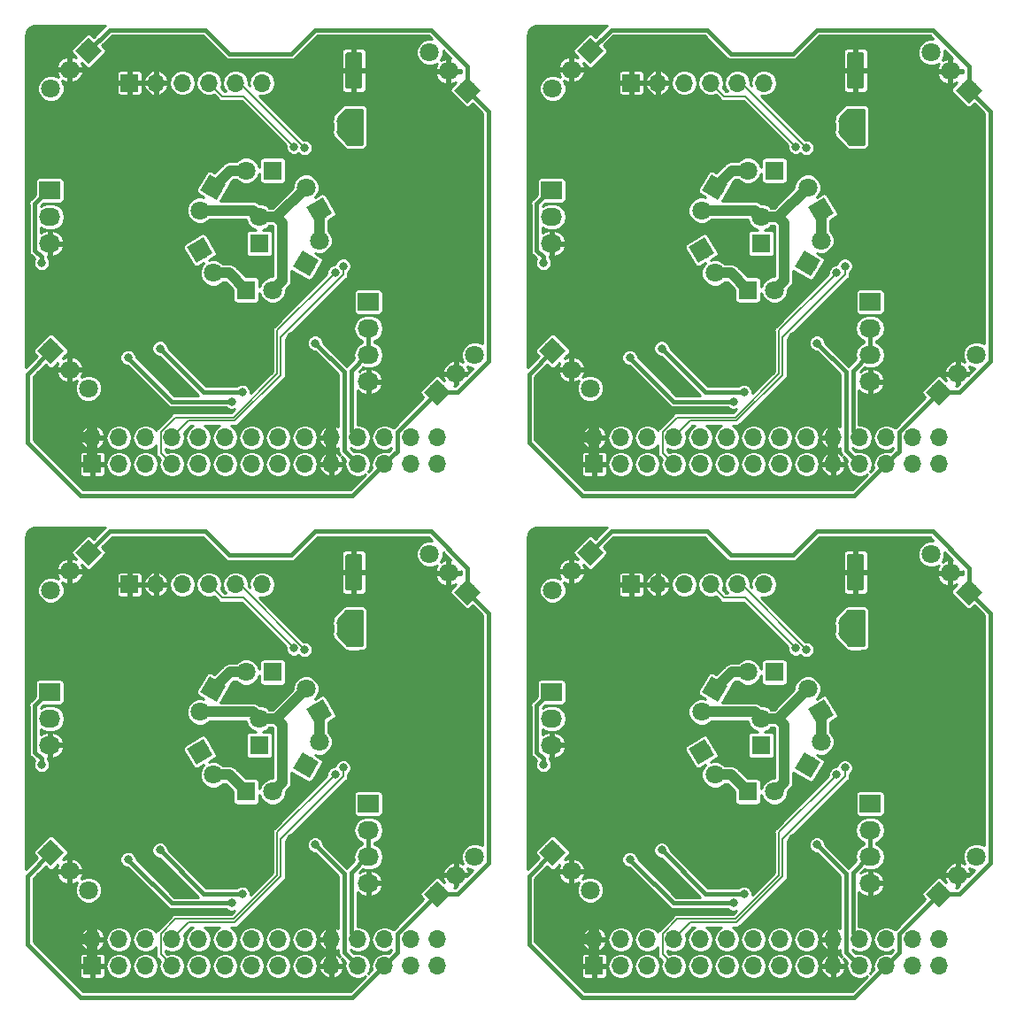
<source format=gtl>
%MOIN*%
%OFA0B0*%
%FSLAX46Y46*%
%IPPOS*%
%LPD*%
%ADD10R,0.066929133858267723X0.066929133858267723*%
%ADD11O,0.066929133858267723X0.066929133858267723*%
%ADD12C,0.070866141732283464*%
%ADD13C,0.0039370078740157488*%
%ADD14R,0.070866141732283464X0.070866141732283464*%
%ADD15C,0.062992125984251982*%
%ADD16R,0.08X0.068*%
%ADD17O,0.08X0.068*%
%ADD18C,0.031496062992125991*%
%ADD19C,0.027559055118110236*%
%ADD20C,0.03937007874015748*%
%ADD21C,0.0078740157480314977*%
%ADD22C,0.015748031496062995*%
%ADD23C,0.01*%
%ADD34R,0.066929133858267723X0.066929133858267723*%
%ADD35O,0.066929133858267723X0.066929133858267723*%
%ADD36C,0.070866141732283464*%
%ADD37C,0.0039370078740157488*%
%ADD38R,0.070866141732283464X0.070866141732283464*%
%ADD39C,0.062992125984251982*%
%ADD40R,0.08X0.068*%
%ADD41O,0.08X0.068*%
%ADD42C,0.031496062992125991*%
%ADD43C,0.027559055118110236*%
%ADD44C,0.03937007874015748*%
%ADD45C,0.0078740157480314977*%
%ADD46C,0.015748031496062995*%
%ADD47C,0.01*%
%ADD48R,0.066929133858267723X0.066929133858267723*%
%ADD49O,0.066929133858267723X0.066929133858267723*%
%ADD50C,0.070866141732283464*%
%ADD51C,0.0039370078740157488*%
%ADD52R,0.070866141732283464X0.070866141732283464*%
%ADD53C,0.062992125984251982*%
%ADD54R,0.08X0.068*%
%ADD55O,0.08X0.068*%
%ADD56C,0.031496062992125991*%
%ADD57C,0.027559055118110236*%
%ADD58C,0.03937007874015748*%
%ADD59C,0.0078740157480314977*%
%ADD60C,0.015748031496062995*%
%ADD61C,0.01*%
%ADD62R,0.066929133858267723X0.066929133858267723*%
%ADD63O,0.066929133858267723X0.066929133858267723*%
%ADD64C,0.070866141732283464*%
%ADD65C,0.0039370078740157488*%
%ADD66R,0.070866141732283464X0.070866141732283464*%
%ADD67C,0.062992125984251982*%
%ADD68R,0.08X0.068*%
%ADD69O,0.08X0.068*%
%ADD70C,0.031496062992125991*%
%ADD71C,0.027559055118110236*%
%ADD72C,0.03937007874015748*%
%ADD73C,0.0078740157480314977*%
%ADD74C,0.015748031496062995*%
%ADD75C,0.01*%
G01*
D10*
X0000000000Y0001811023D02*
X0000410000Y0001576023D03*
D11*
X0000510000Y0001576023D03*
X0000610000Y0001576023D03*
X0000710000Y0001576023D03*
X0000810000Y0001576023D03*
X0000910000Y0001576023D03*
D12*
X0000675000Y0000946023D03*
D13*
G36*
X0000626597Y0000958993D02*
X0000687969Y0000994426D01*
X0000723402Y0000933054D01*
X0000662030Y0000897621D01*
X0000626597Y0000958993D01*
X0000626597Y0000958993D01*
G37*
D12*
X0000725000Y0000859421D03*
X0000675000Y0001096023D03*
X0000725000Y0001182626D03*
D13*
G36*
X0000712030Y0001231028D02*
X0000773402Y0001195595D01*
X0000737969Y0001134223D01*
X0000676597Y0001169656D01*
X0000712030Y0001231028D01*
X0000712030Y0001231028D01*
G37*
D14*
X0000950000Y0001246023D03*
D12*
X0000850000Y0001246023D03*
X0001075000Y0001182626D03*
X0001125000Y0001096023D03*
D13*
G36*
X0001173402Y0001083054D02*
X0001112030Y0001047621D01*
X0001076597Y0001108993D01*
X0001137969Y0001144426D01*
X0001173402Y0001083054D01*
X0001173402Y0001083054D01*
G37*
D12*
X0001075000Y0000896023D03*
D13*
G36*
X0001087969Y0000847621D02*
X0001026597Y0000883054D01*
X0001062030Y0000944426D01*
X0001123402Y0000908993D01*
X0001087969Y0000847621D01*
X0001087969Y0000847621D01*
G37*
D12*
X0001125000Y0000982626D03*
D14*
X0000850000Y0000796023D03*
D12*
X0000950000Y0000796023D03*
D13*
G36*
X0001277618Y0001691173D02*
X0001278573Y0001691031D01*
X0001279510Y0001690796D01*
X0001280420Y0001690471D01*
X0001281293Y0001690058D01*
X0001282121Y0001689561D01*
X0001282897Y0001688986D01*
X0001283613Y0001688337D01*
X0001284261Y0001687621D01*
X0001284837Y0001686846D01*
X0001285333Y0001686017D01*
X0001285746Y0001685144D01*
X0001286072Y0001684235D01*
X0001286306Y0001683298D01*
X0001286448Y0001682342D01*
X0001286496Y0001681377D01*
X0001286496Y0001563267D01*
X0001286448Y0001562302D01*
X0001286306Y0001561347D01*
X0001286072Y0001560410D01*
X0001285746Y0001559501D01*
X0001285333Y0001558627D01*
X0001284837Y0001557799D01*
X0001284261Y0001557023D01*
X0001283613Y0001556307D01*
X0001282897Y0001555659D01*
X0001282121Y0001555083D01*
X0001281293Y0001554587D01*
X0001280420Y0001554174D01*
X0001279510Y0001553849D01*
X0001278573Y0001553614D01*
X0001277618Y0001553472D01*
X0001276653Y0001553425D01*
X0001233346Y0001553425D01*
X0001232381Y0001553472D01*
X0001231426Y0001553614D01*
X0001230489Y0001553849D01*
X0001229579Y0001554174D01*
X0001228706Y0001554587D01*
X0001227878Y0001555083D01*
X0001227102Y0001555659D01*
X0001226386Y0001556307D01*
X0001225738Y0001557023D01*
X0001225162Y0001557799D01*
X0001224666Y0001558627D01*
X0001224253Y0001559501D01*
X0001223927Y0001560410D01*
X0001223693Y0001561347D01*
X0001223551Y0001562302D01*
X0001223503Y0001563267D01*
X0001223503Y0001681377D01*
X0001223551Y0001682342D01*
X0001223693Y0001683298D01*
X0001223927Y0001684235D01*
X0001224253Y0001685144D01*
X0001224666Y0001686017D01*
X0001225162Y0001686846D01*
X0001225738Y0001687621D01*
X0001226386Y0001688337D01*
X0001227102Y0001688986D01*
X0001227878Y0001689561D01*
X0001228706Y0001690058D01*
X0001229579Y0001690471D01*
X0001230489Y0001690796D01*
X0001231426Y0001691031D01*
X0001232381Y0001691173D01*
X0001233346Y0001691220D01*
X0001276653Y0001691220D01*
X0001277618Y0001691173D01*
X0001277618Y0001691173D01*
G37*
D15*
X0001255000Y0001622322D03*
D13*
G36*
X0001277618Y0001478574D02*
X0001278573Y0001478432D01*
X0001279510Y0001478198D01*
X0001280420Y0001477872D01*
X0001281293Y0001477459D01*
X0001282121Y0001476963D01*
X0001282897Y0001476387D01*
X0001283613Y0001475739D01*
X0001284261Y0001475023D01*
X0001284837Y0001474247D01*
X0001285333Y0001473419D01*
X0001285746Y0001472546D01*
X0001286072Y0001471636D01*
X0001286306Y0001470699D01*
X0001286448Y0001469744D01*
X0001286496Y0001468779D01*
X0001286496Y0001350669D01*
X0001286448Y0001349704D01*
X0001286306Y0001348749D01*
X0001286072Y0001347812D01*
X0001285746Y0001346902D01*
X0001285333Y0001346029D01*
X0001284837Y0001345201D01*
X0001284261Y0001344425D01*
X0001283613Y0001343709D01*
X0001282897Y0001343060D01*
X0001282121Y0001342485D01*
X0001281293Y0001341988D01*
X0001280420Y0001341575D01*
X0001279510Y0001341250D01*
X0001278573Y0001341015D01*
X0001277618Y0001340874D01*
X0001276653Y0001340826D01*
X0001233346Y0001340826D01*
X0001232381Y0001340874D01*
X0001231426Y0001341015D01*
X0001230489Y0001341250D01*
X0001229579Y0001341575D01*
X0001228706Y0001341988D01*
X0001227878Y0001342485D01*
X0001227102Y0001343060D01*
X0001226386Y0001343709D01*
X0001225738Y0001344425D01*
X0001225162Y0001345201D01*
X0001224666Y0001346029D01*
X0001224253Y0001346902D01*
X0001223927Y0001347812D01*
X0001223693Y0001348749D01*
X0001223551Y0001349704D01*
X0001223503Y0001350669D01*
X0001223503Y0001468779D01*
X0001223551Y0001469744D01*
X0001223693Y0001470699D01*
X0001223927Y0001471636D01*
X0001224253Y0001472546D01*
X0001224666Y0001473419D01*
X0001225162Y0001474247D01*
X0001225738Y0001475023D01*
X0001226386Y0001475739D01*
X0001227102Y0001476387D01*
X0001227878Y0001476963D01*
X0001228706Y0001477459D01*
X0001229579Y0001477872D01*
X0001230489Y0001478198D01*
X0001231426Y0001478432D01*
X0001232381Y0001478574D01*
X0001233346Y0001478622D01*
X0001276653Y0001478622D01*
X0001277618Y0001478574D01*
X0001277618Y0001478574D01*
G37*
D15*
X0001255000Y0001409724D03*
D16*
X0001310000Y0000751023D03*
D17*
X0001310000Y0000651023D03*
X0001310000Y0000551023D03*
X0001310000Y0000451023D03*
D16*
X0000110000Y0001171023D03*
D17*
X0000110000Y0001071023D03*
X0000110000Y0000971023D03*
D12*
X0001569289Y0000410312D03*
D13*
G36*
X0001619399Y0000410312D02*
X0001569289Y0000360203D01*
X0001519179Y0000410312D01*
X0001569289Y0000460422D01*
X0001619399Y0000410312D01*
X0001619399Y0000410312D01*
G37*
D12*
X0001640000Y0000481023D03*
X0001710710Y0000551734D03*
X0000255710Y0000425312D03*
X0000185000Y0000496023D03*
X0000114289Y0000566734D03*
D13*
G36*
X0000114289Y0000516624D02*
X0000064179Y0000566734D01*
X0000114289Y0000616844D01*
X0000164399Y0000566734D01*
X0000114289Y0000516624D01*
X0000114289Y0000516624D01*
G37*
D12*
X0000255710Y0001696734D03*
D13*
G36*
X0000205600Y0001696734D02*
X0000255710Y0001746844D01*
X0000305820Y0001696734D01*
X0000255710Y0001646624D01*
X0000205600Y0001696734D01*
X0000205600Y0001696734D01*
G37*
D12*
X0000185000Y0001626023D03*
X0000114289Y0001555312D03*
X0001682132Y0001548891D03*
D13*
G36*
X0001682132Y0001599001D02*
X0001732241Y0001548891D01*
X0001682132Y0001498781D01*
X0001632022Y0001548891D01*
X0001682132Y0001599001D01*
X0001682132Y0001599001D01*
G37*
D12*
X0001611421Y0001619602D03*
X0001540710Y0001690312D03*
D14*
X0000900000Y0000971023D03*
D12*
X0000900000Y0001071023D03*
D11*
X0001570472Y0000240157D03*
X0001570472Y0000140157D03*
X0001470472Y0000240157D03*
X0001470472Y0000140157D03*
X0001370472Y0000240157D03*
X0001370472Y0000140157D03*
X0001270472Y0000240157D03*
X0001270472Y0000140157D03*
X0001170472Y0000240157D03*
X0001170472Y0000140157D03*
X0001070472Y0000240157D03*
X0001070472Y0000140157D03*
X0000970472Y0000240157D03*
X0000970472Y0000140157D03*
X0000870472Y0000240157D03*
X0000870472Y0000140157D03*
X0000770472Y0000240157D03*
X0000770472Y0000140157D03*
X0000670472Y0000240157D03*
X0000670472Y0000140157D03*
X0000570472Y0000240157D03*
X0000570472Y0000140157D03*
X0000470472Y0000240157D03*
X0000470472Y0000140157D03*
X0000370472Y0000240157D03*
X0000370472Y0000140157D03*
X0000270472Y0000240157D03*
D10*
X0000270472Y0000140157D03*
D18*
X0001020000Y0000621023D03*
X0001060000Y0000621023D03*
X0001020000Y0000581023D03*
X0001060000Y0000581023D03*
D19*
X0000455000Y0000671023D03*
X0000490000Y0000671023D03*
X0000525000Y0000671023D03*
X0000560000Y0000671023D03*
D18*
X0000595000Y0000671023D03*
X0000500000Y0000761023D03*
X0000465000Y0000761023D03*
X0000430000Y0000761023D03*
X0001030000Y0001336023D03*
X0001184633Y0000860779D03*
X0001070014Y0001330919D03*
X0001215000Y0000886023D03*
X0001110000Y0000596023D03*
X0000794999Y0000376023D03*
X0000079927Y0000897637D03*
X0000404999Y0000541023D03*
X0000525000Y0000576023D03*
X0000835000Y0000411023D03*
X0001205000Y0001431023D03*
X0001205000Y0001391023D03*
D20*
X0001170472Y0000140157D02*
X0001170472Y0000240157D01*
X0001170472Y0000305551D02*
X0001095000Y0000381023D01*
X0001170472Y0000240157D02*
X0001170472Y0000305551D01*
X0000270472Y0000140157D02*
X0000270472Y0000240157D01*
X0000270472Y0000287483D02*
X0000270000Y0000287955D01*
X0000270472Y0000240157D02*
X0000270472Y0000287483D01*
X0000223146Y0000240157D02*
X0000222280Y0000241023D01*
X0000270472Y0000240157D02*
X0000223146Y0000240157D01*
D21*
X0000760000Y0001526023D02*
X0000710000Y0001576023D01*
X0001030000Y0001336023D02*
X0000840000Y0001526023D01*
X0000840000Y0001526023D02*
X0000760000Y0001526023D01*
X0000967125Y0000643271D02*
X0001168885Y0000845031D01*
X0000967125Y0000481356D02*
X0000967125Y0000643271D01*
X0000801792Y0000316023D02*
X0000967125Y0000481356D01*
X0001168885Y0000845031D02*
X0001184633Y0000860779D01*
X0000570472Y0000140157D02*
X0000528070Y0000182559D01*
X0000583584Y0000316023D02*
X0000801792Y0000316023D01*
X0000528070Y0000260510D02*
X0000583584Y0000316023D01*
X0000528070Y0000182559D02*
X0000528070Y0000260510D01*
X0000824909Y0001576023D02*
X0000810000Y0001576023D01*
X0001070014Y0001330919D02*
X0000824909Y0001576023D01*
X0001215000Y0000863752D02*
X0001215000Y0000886023D01*
X0001215000Y0000852816D02*
X0001215000Y0000863752D01*
X0000980000Y0000617816D02*
X0001215000Y0000852816D01*
X0000807125Y0000303149D02*
X0000980000Y0000476023D01*
X0000570472Y0000240157D02*
X0000633464Y0000303149D01*
X0000980000Y0000476023D02*
X0000980000Y0000617816D01*
X0000633464Y0000303149D02*
X0000807125Y0000303149D01*
D22*
X0001219685Y0000486338D02*
X0001110000Y0000596023D01*
X0001270472Y0000140157D02*
X0001219685Y0000190944D01*
X0001219685Y0000190944D02*
X0001219685Y0000486338D01*
X0001310000Y0000651023D02*
X0001310000Y0000551023D01*
X0001304000Y0000551023D02*
X0001310000Y0000551023D01*
X0001245000Y0000492023D02*
X0001304000Y0000551023D01*
X0001270472Y0000240157D02*
X0001245000Y0000265629D01*
X0001245000Y0000265629D02*
X0001245000Y0000492023D01*
X0001623336Y0000410312D02*
X0001569289Y0000410312D01*
X0001645037Y0000410312D02*
X0001623336Y0000410312D01*
X0001761891Y0000527167D02*
X0001645037Y0000410312D01*
X0001761891Y0001469131D02*
X0001761891Y0000527167D01*
X0001682132Y0001548891D02*
X0001761891Y0001469131D01*
X0001403936Y0000173621D02*
X0001370472Y0000140157D01*
X0001419685Y0000189370D02*
X0001403936Y0000173621D01*
X0001419685Y0000260708D02*
X0001419685Y0000189370D01*
X0001569289Y0000410312D02*
X0001419685Y0000260708D01*
X0000114289Y0000566734D02*
X0000025000Y0000477444D01*
X0000025000Y0000477444D02*
X0000025000Y0000221023D01*
X0001337007Y0000106692D02*
X0001370472Y0000140157D01*
X0001250905Y0000020590D02*
X0001337007Y0000106692D01*
X0000226653Y0000020590D02*
X0001250905Y0000020590D01*
X0000026220Y0000221023D02*
X0000226653Y0000020590D01*
X0000025000Y0000221023D02*
X0000026220Y0000221023D01*
X0001682132Y0001602938D02*
X0001682132Y0001548891D01*
X0001682132Y0001638891D02*
X0001682132Y0001602938D01*
X0001545000Y0001776023D02*
X0001682132Y0001638891D01*
X0000335000Y0001776023D02*
X0000695710Y0001776023D01*
X0000695710Y0001776023D02*
X0000785710Y0001686023D01*
X0000785710Y0001686023D02*
X0001020000Y0001686023D01*
X0000255710Y0001696734D02*
X0000335000Y0001776023D01*
X0001020000Y0001686023D02*
X0001110000Y0001776023D01*
X0001110000Y0001776023D02*
X0001545000Y0001776023D01*
X0000104000Y0001171023D02*
X0000110000Y0001171023D01*
X0000054251Y0001121275D02*
X0000104000Y0001171023D01*
X0000054251Y0000945584D02*
X0000054251Y0001121275D01*
X0000079927Y0000919908D02*
X0000054251Y0000945584D01*
X0000079927Y0000897637D02*
X0000079927Y0000919908D01*
X0000569999Y0000376023D02*
X0000420747Y0000525275D01*
X0000420747Y0000525275D02*
X0000404999Y0000541023D01*
X0000794999Y0000376023D02*
X0000569999Y0000376023D01*
X0000525000Y0000576023D02*
X0000690000Y0000411023D01*
X0000690000Y0000411023D02*
X0000835000Y0000411023D01*
D20*
X0000875000Y0001096023D02*
X0000900000Y0001071023D01*
X0000675000Y0001096023D02*
X0000875000Y0001096023D01*
X0000963397Y0001071023D02*
X0001075000Y0001182626D01*
X0000900000Y0001071023D02*
X0000963397Y0001071023D01*
X0000985433Y0001048988D02*
X0000963397Y0001071023D01*
X0000985433Y0000831456D02*
X0000985433Y0001048988D01*
X0000950000Y0000796023D02*
X0000985433Y0000831456D01*
X0001125000Y0000982626D02*
X0001125000Y0001096023D01*
X0000788397Y0001246023D02*
X0000725000Y0001182626D01*
X0000850000Y0001246023D02*
X0000788397Y0001246023D01*
X0000786602Y0000859421D02*
X0000850000Y0000796023D01*
X0000725000Y0000859421D02*
X0000786602Y0000859421D01*
D23*
G36*
X0000317232Y0001790605D02*
X0000275405Y0001748778D01*
X0000266525Y0001757658D01*
X0000261563Y0001760973D01*
X0000255710Y0001762138D01*
X0000249857Y0001760973D01*
X0000244896Y0001757658D01*
X0000194786Y0001707548D01*
X0000191471Y0001702587D01*
X0000190306Y0001696734D01*
X0000191471Y0001690881D01*
X0000194786Y0001685919D01*
X0000209848Y0001670858D01*
X0000197944Y0001675788D01*
X0000190000Y0001673431D01*
X0000190000Y0001638094D01*
X0000185556Y0001633651D01*
X0000192627Y0001626580D01*
X0000197071Y0001631023D01*
X0000232408Y0001631023D01*
X0000234765Y0001638967D01*
X0000228222Y0001652483D01*
X0000244896Y0001635809D01*
X0000249857Y0001632494D01*
X0000255710Y0001631330D01*
X0000261563Y0001632494D01*
X0000266525Y0001635809D01*
X0000316635Y0001685919D01*
X0000319950Y0001690881D01*
X0000321114Y0001696734D01*
X0000319950Y0001702587D01*
X0000316635Y0001707548D01*
X0000307754Y0001716429D01*
X0000344474Y0001753149D01*
X0000686235Y0001753149D01*
X0000767943Y0001671442D01*
X0000769219Y0001669532D01*
X0000771129Y0001668256D01*
X0000771825Y0001667791D01*
X0000776785Y0001664476D01*
X0000783457Y0001663149D01*
X0000783457Y0001663149D01*
X0000785710Y0001662701D01*
X0000787963Y0001663149D01*
X0001017747Y0001663149D01*
X0001020000Y0001662701D01*
X0001022252Y0001663149D01*
X0001022252Y0001663149D01*
X0001028925Y0001664476D01*
X0001036491Y0001669532D01*
X0001037767Y0001671442D01*
X0001060529Y0001694204D01*
X0001208503Y0001694204D01*
X0001208503Y0001631072D01*
X0001212253Y0001627322D01*
X0001250000Y0001627322D01*
X0001250000Y0001702470D01*
X0001259999Y0001702470D01*
X0001259999Y0001627322D01*
X0001297746Y0001627322D01*
X0001301496Y0001631072D01*
X0001301496Y0001694204D01*
X0001299212Y0001699717D01*
X0001294992Y0001703936D01*
X0001289479Y0001706220D01*
X0001263749Y0001706220D01*
X0001259999Y0001702470D01*
X0001250000Y0001702470D01*
X0001246250Y0001706220D01*
X0001220520Y0001706220D01*
X0001215007Y0001703936D01*
X0001210787Y0001699717D01*
X0001208503Y0001694204D01*
X0001060529Y0001694204D01*
X0001119474Y0001753149D01*
X0001535525Y0001753149D01*
X0001547928Y0001740746D01*
X0001530678Y0001740746D01*
X0001512142Y0001733068D01*
X0001497955Y0001718880D01*
X0001490277Y0001700344D01*
X0001490277Y0001680281D01*
X0001497955Y0001661744D01*
X0001512142Y0001647557D01*
X0001530678Y0001639879D01*
X0001550742Y0001639879D01*
X0001568500Y0001647235D01*
X0001567078Y0001645638D01*
X0001561656Y0001632546D01*
X0001564013Y0001624602D01*
X0001599350Y0001624602D01*
X0001603793Y0001620159D01*
X0001610864Y0001627230D01*
X0001606421Y0001631673D01*
X0001606421Y0001667010D01*
X0001598476Y0001669367D01*
X0001583650Y0001662190D01*
X0001591143Y0001680281D01*
X0001591143Y0001697531D01*
X0001620464Y0001668210D01*
X0001616421Y0001667010D01*
X0001616421Y0001631673D01*
X0001611978Y0001627230D01*
X0001619049Y0001620159D01*
X0001623492Y0001624602D01*
X0001658829Y0001624602D01*
X0001659257Y0001626046D01*
X0001659258Y0001613157D01*
X0001658829Y0001614602D01*
X0001623492Y0001614602D01*
X0001619049Y0001619045D01*
X0001611978Y0001611974D01*
X0001616421Y0001607531D01*
X0001616421Y0001572194D01*
X0001624365Y0001569837D01*
X0001637881Y0001576379D01*
X0001621207Y0001559706D01*
X0001617892Y0001554744D01*
X0001616728Y0001548891D01*
X0001617892Y0001543038D01*
X0001621207Y0001538077D01*
X0001671317Y0001487967D01*
X0001676279Y0001484652D01*
X0001682132Y0001483487D01*
X0001687984Y0001484652D01*
X0001692946Y0001487967D01*
X0001701827Y0001496847D01*
X0001739017Y0001459657D01*
X0001739017Y0000594597D01*
X0001720742Y0000602167D01*
X0001700678Y0000602167D01*
X0001682142Y0000594489D01*
X0001667955Y0000580302D01*
X0001660277Y0000561766D01*
X0001660277Y0000541702D01*
X0001667633Y0000523944D01*
X0001666036Y0000525365D01*
X0001652944Y0000530788D01*
X0001645000Y0000528431D01*
X0001645000Y0000493094D01*
X0001640556Y0000488651D01*
X0001647627Y0000481580D01*
X0001652071Y0000486023D01*
X0001687408Y0000486023D01*
X0001689765Y0000493967D01*
X0001682588Y0000508794D01*
X0001700678Y0000501301D01*
X0001703676Y0000501301D01*
X0001678399Y0000476023D01*
X0001652071Y0000476023D01*
X0001647627Y0000480466D01*
X0001640556Y0000473395D01*
X0001645000Y0000468952D01*
X0001645000Y0000442624D01*
X0001635562Y0000433186D01*
X0001633555Y0000433186D01*
X0001635000Y0000433615D01*
X0001635000Y0000468952D01*
X0001639443Y0000473395D01*
X0001632372Y0000480466D01*
X0001627928Y0000476023D01*
X0001592591Y0000476023D01*
X0001590234Y0000468079D01*
X0001596777Y0000454563D01*
X0001580103Y0000471237D01*
X0001575142Y0000474552D01*
X0001569289Y0000475716D01*
X0001563436Y0000474552D01*
X0001558474Y0000471237D01*
X0001508365Y0000421127D01*
X0001505049Y0000416165D01*
X0001503885Y0000410312D01*
X0001505049Y0000404460D01*
X0001508365Y0000399498D01*
X0001517245Y0000390617D01*
X0001405103Y0000278476D01*
X0001403193Y0000277199D01*
X0001402908Y0000276772D01*
X0001389382Y0000285810D01*
X0001375245Y0000288622D01*
X0001365699Y0000288622D01*
X0001351562Y0000285810D01*
X0001335531Y0000275098D01*
X0001324819Y0000259067D01*
X0001321058Y0000240157D01*
X0001324819Y0000221247D01*
X0001335531Y0000205216D01*
X0001351562Y0000194504D01*
X0001365699Y0000191692D01*
X0001375245Y0000191692D01*
X0001389382Y0000194504D01*
X0001396811Y0000199468D01*
X0001396811Y0000198844D01*
X0001389355Y0000191389D01*
X0001389355Y0000191389D01*
X0001384706Y0000186740D01*
X0001375245Y0000188622D01*
X0001365699Y0000188622D01*
X0001351562Y0000185810D01*
X0001335531Y0000175098D01*
X0001324819Y0000159067D01*
X0001321058Y0000140157D01*
X0001323889Y0000125923D01*
X0001309905Y0000111939D01*
X0001316125Y0000121247D01*
X0001319886Y0000140157D01*
X0001316125Y0000159067D01*
X0001305413Y0000175098D01*
X0001289382Y0000185810D01*
X0001275245Y0000188622D01*
X0001265699Y0000188622D01*
X0001256238Y0000186740D01*
X0001242559Y0000200419D01*
X0001242559Y0000200520D01*
X0001251562Y0000194504D01*
X0001265699Y0000191692D01*
X0001275245Y0000191692D01*
X0001289382Y0000194504D01*
X0001305413Y0000205216D01*
X0001316125Y0000221247D01*
X0001319886Y0000240157D01*
X0001316125Y0000259067D01*
X0001305413Y0000275098D01*
X0001289382Y0000285810D01*
X0001275245Y0000288622D01*
X0001267874Y0000288622D01*
X0001267874Y0000418748D01*
X0001279223Y0000408678D01*
X0001297314Y0000402420D01*
X0001305000Y0000405722D01*
X0001305000Y0000446023D01*
X0001315000Y0000446023D01*
X0001315000Y0000405722D01*
X0001322685Y0000402420D01*
X0001340776Y0000408678D01*
X0001355095Y0000421383D01*
X0001363361Y0000438459D01*
X0001360972Y0000446023D01*
X0001315000Y0000446023D01*
X0001305000Y0000446023D01*
X0001304212Y0000446023D01*
X0001304212Y0000456023D01*
X0001305000Y0000456023D01*
X0001305000Y0000496324D01*
X0001315000Y0000496324D01*
X0001315000Y0000456023D01*
X0001360972Y0000456023D01*
X0001363361Y0000463587D01*
X0001355095Y0000480664D01*
X0001340776Y0000493368D01*
X0001339044Y0000493967D01*
X0001590234Y0000493967D01*
X0001592591Y0000486023D01*
X0001635000Y0000486023D01*
X0001635000Y0000528431D01*
X0001627055Y0000530788D01*
X0001608996Y0000522047D01*
X0001595657Y0000507059D01*
X0001590234Y0000493967D01*
X0001339044Y0000493967D01*
X0001322685Y0000499627D01*
X0001315000Y0000496324D01*
X0001305000Y0000496324D01*
X0001297314Y0000499627D01*
X0001279223Y0000493368D01*
X0001274524Y0000489199D01*
X0001289310Y0000503985D01*
X0001299173Y0000502023D01*
X0001320825Y0000502023D01*
X0001335118Y0000504866D01*
X0001351327Y0000515696D01*
X0001362156Y0000531904D01*
X0001365959Y0000551023D01*
X0001362156Y0000570142D01*
X0001351327Y0000586350D01*
X0001335118Y0000597180D01*
X0001332874Y0000597627D01*
X0001332874Y0000604420D01*
X0001335118Y0000604866D01*
X0001351327Y0000615696D01*
X0001362156Y0000631904D01*
X0001365959Y0000651023D01*
X0001362156Y0000670142D01*
X0001351327Y0000686350D01*
X0001335118Y0000697180D01*
X0001320825Y0000700023D01*
X0001299173Y0000700023D01*
X0001284881Y0000697180D01*
X0001268672Y0000686350D01*
X0001257843Y0000670142D01*
X0001254040Y0000651023D01*
X0001257843Y0000631904D01*
X0001268672Y0000615696D01*
X0001284881Y0000604866D01*
X0001287125Y0000604420D01*
X0001287126Y0000597627D01*
X0001284881Y0000597180D01*
X0001268672Y0000586350D01*
X0001257843Y0000570142D01*
X0001254040Y0000551023D01*
X0001256961Y0000536334D01*
X0001230418Y0000509790D01*
X0001229317Y0000509055D01*
X0001140748Y0000597624D01*
X0001140748Y0000602139D01*
X0001136066Y0000613440D01*
X0001127417Y0000622090D01*
X0001116116Y0000626771D01*
X0001103883Y0000626771D01*
X0001092582Y0000622090D01*
X0001083933Y0000613440D01*
X0001079251Y0000602139D01*
X0001079251Y0000589907D01*
X0001083933Y0000578606D01*
X0001092582Y0000569956D01*
X0001103883Y0000565275D01*
X0001108399Y0000565275D01*
X0001196811Y0000476863D01*
X0001196811Y0000280294D01*
X0001194762Y0000282096D01*
X0001182951Y0000286987D01*
X0001175472Y0000284591D01*
X0001175472Y0000245157D01*
X0001176259Y0000245157D01*
X0001176259Y0000235157D01*
X0001175472Y0000235157D01*
X0001175472Y0000195723D01*
X0001182951Y0000193327D01*
X0001194762Y0000198218D01*
X0001196811Y0000200020D01*
X0001196811Y0000193197D01*
X0001196362Y0000190944D01*
X0001196811Y0000188692D01*
X0001196811Y0000188692D01*
X0001198138Y0000182019D01*
X0001202824Y0000175006D01*
X0001194762Y0000182096D01*
X0001182951Y0000186987D01*
X0001175472Y0000184591D01*
X0001175472Y0000145157D01*
X0001214928Y0000145157D01*
X0001217303Y0000152637D01*
X0001209242Y0000169038D01*
X0001223889Y0000154391D01*
X0001221058Y0000140157D01*
X0001224819Y0000121247D01*
X0001235531Y0000105216D01*
X0001251562Y0000094504D01*
X0001265699Y0000091692D01*
X0001275245Y0000091692D01*
X0001289382Y0000094504D01*
X0001298690Y0000100724D01*
X0001241430Y0000043464D01*
X0000236128Y0000043464D01*
X0000148185Y0000131407D01*
X0000222007Y0000131407D01*
X0000222007Y0000103709D01*
X0000224291Y0000098196D01*
X0000228511Y0000093976D01*
X0000234024Y0000091692D01*
X0000261722Y0000091692D01*
X0000265472Y0000095442D01*
X0000265472Y0000135157D01*
X0000275472Y0000135157D01*
X0000275472Y0000095442D01*
X0000279222Y0000091692D01*
X0000306920Y0000091692D01*
X0000312433Y0000093976D01*
X0000316653Y0000098196D01*
X0000318937Y0000103709D01*
X0000318937Y0000131407D01*
X0000315187Y0000135157D01*
X0000275472Y0000135157D01*
X0000265472Y0000135157D01*
X0000225757Y0000135157D01*
X0000222007Y0000131407D01*
X0000148185Y0000131407D01*
X0000139435Y0000140157D01*
X0000321058Y0000140157D01*
X0000324819Y0000121247D01*
X0000335531Y0000105216D01*
X0000351562Y0000094504D01*
X0000365699Y0000091692D01*
X0000375245Y0000091692D01*
X0000389382Y0000094504D01*
X0000405413Y0000105216D01*
X0000416125Y0000121247D01*
X0000419886Y0000140157D01*
X0000421058Y0000140157D01*
X0000424819Y0000121247D01*
X0000435531Y0000105216D01*
X0000451562Y0000094504D01*
X0000465699Y0000091692D01*
X0000475245Y0000091692D01*
X0000489382Y0000094504D01*
X0000505413Y0000105216D01*
X0000516125Y0000121247D01*
X0000519886Y0000140157D01*
X0000516125Y0000159067D01*
X0000505413Y0000175098D01*
X0000489382Y0000185810D01*
X0000475245Y0000188622D01*
X0000465699Y0000188622D01*
X0000451562Y0000185810D01*
X0000435531Y0000175098D01*
X0000424819Y0000159067D01*
X0000421058Y0000140157D01*
X0000419886Y0000140157D01*
X0000416125Y0000159067D01*
X0000405413Y0000175098D01*
X0000389382Y0000185810D01*
X0000375245Y0000188622D01*
X0000365699Y0000188622D01*
X0000351562Y0000185810D01*
X0000335531Y0000175098D01*
X0000324819Y0000159067D01*
X0000321058Y0000140157D01*
X0000139435Y0000140157D01*
X0000102987Y0000176605D01*
X0000222007Y0000176605D01*
X0000222007Y0000148907D01*
X0000225757Y0000145157D01*
X0000265472Y0000145157D01*
X0000265472Y0000184872D01*
X0000275472Y0000184872D01*
X0000275472Y0000145157D01*
X0000315187Y0000145157D01*
X0000318937Y0000148907D01*
X0000318937Y0000176605D01*
X0000316653Y0000182118D01*
X0000312433Y0000186338D01*
X0000306920Y0000188622D01*
X0000279222Y0000188622D01*
X0000275472Y0000184872D01*
X0000265472Y0000184872D01*
X0000261722Y0000188622D01*
X0000234024Y0000188622D01*
X0000228511Y0000186338D01*
X0000224291Y0000182118D01*
X0000222007Y0000176605D01*
X0000102987Y0000176605D01*
X0000051915Y0000227677D01*
X0000223641Y0000227677D01*
X0000231982Y0000210706D01*
X0000246182Y0000198218D01*
X0000257992Y0000193327D01*
X0000265472Y0000195723D01*
X0000265472Y0000235157D01*
X0000275472Y0000235157D01*
X0000275472Y0000195723D01*
X0000282951Y0000193327D01*
X0000294762Y0000198218D01*
X0000308962Y0000210706D01*
X0000317303Y0000227677D01*
X0000314928Y0000235157D01*
X0000275472Y0000235157D01*
X0000265472Y0000235157D01*
X0000226016Y0000235157D01*
X0000223641Y0000227677D01*
X0000051915Y0000227677D01*
X0000047874Y0000231718D01*
X0000047874Y0000240157D01*
X0000321058Y0000240157D01*
X0000324819Y0000221247D01*
X0000335531Y0000205216D01*
X0000351562Y0000194504D01*
X0000365699Y0000191692D01*
X0000375245Y0000191692D01*
X0000389382Y0000194504D01*
X0000405413Y0000205216D01*
X0000416125Y0000221247D01*
X0000419886Y0000240157D01*
X0000416125Y0000259067D01*
X0000405413Y0000275098D01*
X0000389382Y0000285810D01*
X0000375245Y0000288622D01*
X0000365699Y0000288622D01*
X0000351562Y0000285810D01*
X0000335531Y0000275098D01*
X0000324819Y0000259067D01*
X0000321058Y0000240157D01*
X0000047874Y0000240157D01*
X0000047874Y0000252637D01*
X0000223641Y0000252637D01*
X0000226016Y0000245157D01*
X0000265472Y0000245157D01*
X0000265472Y0000284591D01*
X0000275472Y0000284591D01*
X0000275472Y0000245157D01*
X0000314928Y0000245157D01*
X0000317303Y0000252637D01*
X0000308962Y0000269608D01*
X0000294762Y0000282096D01*
X0000282951Y0000286987D01*
X0000275472Y0000284591D01*
X0000265472Y0000284591D01*
X0000257992Y0000286987D01*
X0000246182Y0000282096D01*
X0000231982Y0000269608D01*
X0000223641Y0000252637D01*
X0000047874Y0000252637D01*
X0000047874Y0000467970D01*
X0000062982Y0000483079D01*
X0000135234Y0000483079D01*
X0000143976Y0000465020D01*
X0000158963Y0000451681D01*
X0000172055Y0000446258D01*
X0000180000Y0000448615D01*
X0000180000Y0000488395D01*
X0000185556Y0000488395D01*
X0000190000Y0000483952D01*
X0000190000Y0000448615D01*
X0000197944Y0000446258D01*
X0000212771Y0000453435D01*
X0000205277Y0000435344D01*
X0000205277Y0000415281D01*
X0000212955Y0000396744D01*
X0000227142Y0000382557D01*
X0000245678Y0000374879D01*
X0000265742Y0000374879D01*
X0000284278Y0000382557D01*
X0000298465Y0000396744D01*
X0000306143Y0000415281D01*
X0000306143Y0000435344D01*
X0000298465Y0000453880D01*
X0000284278Y0000468068D01*
X0000265742Y0000475745D01*
X0000245678Y0000475745D01*
X0000227921Y0000468390D01*
X0000229342Y0000469987D01*
X0000234765Y0000483079D01*
X0000232408Y0000491023D01*
X0000197071Y0000491023D01*
X0000192627Y0000495466D01*
X0000185556Y0000488395D01*
X0000180000Y0000488395D01*
X0000180000Y0000491023D01*
X0000137591Y0000491023D01*
X0000135234Y0000483079D01*
X0000062982Y0000483079D01*
X0000094594Y0000514690D01*
X0000103474Y0000505809D01*
X0000108436Y0000502494D01*
X0000114289Y0000501330D01*
X0000120142Y0000502494D01*
X0000125103Y0000505809D01*
X0000140165Y0000520871D01*
X0000135234Y0000508967D01*
X0000137591Y0000501023D01*
X0000172928Y0000501023D01*
X0000177372Y0000496580D01*
X0000184443Y0000503651D01*
X0000180000Y0000508094D01*
X0000180000Y0000543431D01*
X0000190000Y0000543431D01*
X0000190000Y0000501023D01*
X0000232408Y0000501023D01*
X0000234765Y0000508967D01*
X0000226023Y0000527026D01*
X0000211036Y0000540365D01*
X0000197944Y0000545788D01*
X0000190000Y0000543431D01*
X0000180000Y0000543431D01*
X0000172055Y0000545788D01*
X0000158540Y0000539246D01*
X0000166433Y0000547139D01*
X0000374251Y0000547139D01*
X0000374251Y0000534907D01*
X0000378932Y0000523606D01*
X0000387582Y0000514956D01*
X0000398883Y0000510275D01*
X0000403399Y0000510275D01*
X0000406166Y0000507508D01*
X0000406166Y0000507508D01*
X0000552232Y0000361442D01*
X0000553508Y0000359532D01*
X0000555418Y0000358256D01*
X0000555418Y0000358256D01*
X0000561074Y0000354476D01*
X0000567747Y0000353149D01*
X0000567747Y0000353149D01*
X0000569999Y0000352701D01*
X0000572252Y0000353149D01*
X0000774389Y0000353149D01*
X0000777582Y0000349956D01*
X0000788883Y0000345275D01*
X0000801116Y0000345275D01*
X0000806489Y0000347501D01*
X0000793948Y0000334960D01*
X0000585449Y0000334960D01*
X0000583584Y0000335331D01*
X0000581719Y0000334960D01*
X0000581719Y0000334960D01*
X0000576195Y0000333861D01*
X0000569931Y0000329676D01*
X0000568874Y0000328095D01*
X0000515999Y0000275219D01*
X0000514418Y0000274163D01*
X0000513361Y0000272582D01*
X0000513361Y0000272581D01*
X0000510232Y0000267899D01*
X0000510230Y0000267889D01*
X0000505413Y0000275098D01*
X0000489382Y0000285810D01*
X0000475245Y0000288622D01*
X0000465699Y0000288622D01*
X0000451562Y0000285810D01*
X0000435531Y0000275098D01*
X0000424819Y0000259067D01*
X0000421058Y0000240157D01*
X0000424819Y0000221247D01*
X0000435531Y0000205216D01*
X0000451562Y0000194504D01*
X0000465699Y0000191692D01*
X0000475245Y0000191692D01*
X0000489382Y0000194504D01*
X0000505413Y0000205216D01*
X0000509133Y0000210784D01*
X0000509133Y0000184424D01*
X0000508762Y0000182559D01*
X0000509133Y0000180694D01*
X0000509133Y0000180694D01*
X0000510232Y0000175170D01*
X0000514418Y0000168906D01*
X0000515999Y0000167849D01*
X0000524813Y0000159035D01*
X0000521058Y0000140157D01*
X0000524819Y0000121247D01*
X0000535531Y0000105216D01*
X0000551562Y0000094504D01*
X0000565699Y0000091692D01*
X0000575245Y0000091692D01*
X0000589382Y0000094504D01*
X0000605413Y0000105216D01*
X0000616125Y0000121247D01*
X0000619886Y0000140157D01*
X0000621058Y0000140157D01*
X0000624819Y0000121247D01*
X0000635531Y0000105216D01*
X0000651562Y0000094504D01*
X0000665699Y0000091692D01*
X0000675245Y0000091692D01*
X0000689382Y0000094504D01*
X0000705413Y0000105216D01*
X0000716125Y0000121247D01*
X0000719886Y0000140157D01*
X0000721058Y0000140157D01*
X0000724819Y0000121247D01*
X0000735531Y0000105216D01*
X0000751562Y0000094504D01*
X0000765699Y0000091692D01*
X0000775245Y0000091692D01*
X0000789382Y0000094504D01*
X0000805413Y0000105216D01*
X0000816125Y0000121247D01*
X0000819886Y0000140157D01*
X0000821058Y0000140157D01*
X0000824819Y0000121247D01*
X0000835531Y0000105216D01*
X0000851562Y0000094504D01*
X0000865699Y0000091692D01*
X0000875245Y0000091692D01*
X0000889382Y0000094504D01*
X0000905413Y0000105216D01*
X0000916125Y0000121247D01*
X0000919886Y0000140157D01*
X0000921058Y0000140157D01*
X0000924819Y0000121247D01*
X0000935531Y0000105216D01*
X0000951562Y0000094504D01*
X0000965699Y0000091692D01*
X0000975245Y0000091692D01*
X0000989382Y0000094504D01*
X0001005413Y0000105216D01*
X0001016125Y0000121247D01*
X0001019886Y0000140157D01*
X0001021058Y0000140157D01*
X0001024819Y0000121247D01*
X0001035531Y0000105216D01*
X0001051562Y0000094504D01*
X0001065699Y0000091692D01*
X0001075245Y0000091692D01*
X0001089382Y0000094504D01*
X0001105413Y0000105216D01*
X0001116125Y0000121247D01*
X0001117404Y0000127677D01*
X0001123641Y0000127677D01*
X0001131982Y0000110706D01*
X0001146182Y0000098218D01*
X0001157992Y0000093327D01*
X0001165472Y0000095723D01*
X0001165472Y0000135157D01*
X0001175472Y0000135157D01*
X0001175472Y0000095723D01*
X0001182951Y0000093327D01*
X0001194762Y0000098218D01*
X0001208962Y0000110706D01*
X0001217303Y0000127677D01*
X0001214928Y0000135157D01*
X0001175472Y0000135157D01*
X0001165472Y0000135157D01*
X0001126016Y0000135157D01*
X0001123641Y0000127677D01*
X0001117404Y0000127677D01*
X0001119886Y0000140157D01*
X0001117404Y0000152637D01*
X0001123641Y0000152637D01*
X0001126016Y0000145157D01*
X0001165472Y0000145157D01*
X0001165472Y0000184591D01*
X0001157992Y0000186987D01*
X0001146182Y0000182096D01*
X0001131982Y0000169608D01*
X0001123641Y0000152637D01*
X0001117404Y0000152637D01*
X0001116125Y0000159067D01*
X0001105413Y0000175098D01*
X0001089382Y0000185810D01*
X0001075245Y0000188622D01*
X0001065699Y0000188622D01*
X0001051562Y0000185810D01*
X0001035531Y0000175098D01*
X0001024819Y0000159067D01*
X0001021058Y0000140157D01*
X0001019886Y0000140157D01*
X0001016125Y0000159067D01*
X0001005413Y0000175098D01*
X0000989382Y0000185810D01*
X0000975245Y0000188622D01*
X0000965699Y0000188622D01*
X0000951562Y0000185810D01*
X0000935531Y0000175098D01*
X0000924819Y0000159067D01*
X0000921058Y0000140157D01*
X0000919886Y0000140157D01*
X0000916125Y0000159067D01*
X0000905413Y0000175098D01*
X0000889382Y0000185810D01*
X0000875245Y0000188622D01*
X0000865699Y0000188622D01*
X0000851562Y0000185810D01*
X0000835531Y0000175098D01*
X0000824819Y0000159067D01*
X0000821058Y0000140157D01*
X0000819886Y0000140157D01*
X0000816125Y0000159067D01*
X0000805413Y0000175098D01*
X0000789382Y0000185810D01*
X0000775245Y0000188622D01*
X0000765699Y0000188622D01*
X0000751562Y0000185810D01*
X0000735531Y0000175098D01*
X0000724819Y0000159067D01*
X0000721058Y0000140157D01*
X0000719886Y0000140157D01*
X0000716125Y0000159067D01*
X0000705413Y0000175098D01*
X0000689382Y0000185810D01*
X0000675245Y0000188622D01*
X0000665699Y0000188622D01*
X0000651562Y0000185810D01*
X0000635531Y0000175098D01*
X0000624819Y0000159067D01*
X0000621058Y0000140157D01*
X0000619886Y0000140157D01*
X0000616125Y0000159067D01*
X0000605413Y0000175098D01*
X0000589382Y0000185810D01*
X0000575245Y0000188622D01*
X0000565699Y0000188622D01*
X0000551594Y0000185816D01*
X0000547007Y0000190402D01*
X0000547007Y0000197548D01*
X0000551562Y0000194504D01*
X0000565699Y0000191692D01*
X0000575245Y0000191692D01*
X0000589382Y0000194504D01*
X0000605413Y0000205216D01*
X0000616125Y0000221247D01*
X0000619886Y0000240157D01*
X0000616131Y0000259035D01*
X0000641308Y0000284212D01*
X0000649171Y0000284212D01*
X0000635531Y0000275098D01*
X0000624819Y0000259067D01*
X0000621058Y0000240157D01*
X0000624819Y0000221247D01*
X0000635531Y0000205216D01*
X0000651562Y0000194504D01*
X0000665699Y0000191692D01*
X0000675245Y0000191692D01*
X0000689382Y0000194504D01*
X0000705413Y0000205216D01*
X0000716125Y0000221247D01*
X0000719886Y0000240157D01*
X0000716125Y0000259067D01*
X0000705413Y0000275098D01*
X0000691773Y0000284212D01*
X0000749171Y0000284212D01*
X0000735531Y0000275098D01*
X0000724819Y0000259067D01*
X0000721058Y0000240157D01*
X0000724819Y0000221247D01*
X0000735531Y0000205216D01*
X0000751562Y0000194504D01*
X0000765699Y0000191692D01*
X0000775245Y0000191692D01*
X0000789382Y0000194504D01*
X0000805413Y0000205216D01*
X0000816125Y0000221247D01*
X0000819886Y0000240157D01*
X0000821058Y0000240157D01*
X0000824819Y0000221247D01*
X0000835531Y0000205216D01*
X0000851562Y0000194504D01*
X0000865699Y0000191692D01*
X0000875245Y0000191692D01*
X0000889382Y0000194504D01*
X0000905413Y0000205216D01*
X0000916125Y0000221247D01*
X0000919886Y0000240157D01*
X0000921058Y0000240157D01*
X0000924819Y0000221247D01*
X0000935531Y0000205216D01*
X0000951562Y0000194504D01*
X0000965699Y0000191692D01*
X0000975245Y0000191692D01*
X0000989382Y0000194504D01*
X0001005413Y0000205216D01*
X0001016125Y0000221247D01*
X0001019886Y0000240157D01*
X0001021058Y0000240157D01*
X0001024819Y0000221247D01*
X0001035531Y0000205216D01*
X0001051562Y0000194504D01*
X0001065699Y0000191692D01*
X0001075245Y0000191692D01*
X0001089382Y0000194504D01*
X0001105413Y0000205216D01*
X0001116125Y0000221247D01*
X0001117404Y0000227677D01*
X0001123641Y0000227677D01*
X0001131982Y0000210706D01*
X0001146182Y0000198218D01*
X0001157992Y0000193327D01*
X0001165472Y0000195723D01*
X0001165472Y0000235157D01*
X0001126016Y0000235157D01*
X0001123641Y0000227677D01*
X0001117404Y0000227677D01*
X0001119886Y0000240157D01*
X0001117404Y0000252637D01*
X0001123641Y0000252637D01*
X0001126016Y0000245157D01*
X0001165472Y0000245157D01*
X0001165472Y0000284591D01*
X0001157992Y0000286987D01*
X0001146182Y0000282096D01*
X0001131982Y0000269608D01*
X0001123641Y0000252637D01*
X0001117404Y0000252637D01*
X0001116125Y0000259067D01*
X0001105413Y0000275098D01*
X0001089382Y0000285810D01*
X0001075245Y0000288622D01*
X0001065699Y0000288622D01*
X0001051562Y0000285810D01*
X0001035531Y0000275098D01*
X0001024819Y0000259067D01*
X0001021058Y0000240157D01*
X0001019886Y0000240157D01*
X0001016125Y0000259067D01*
X0001005413Y0000275098D01*
X0000989382Y0000285810D01*
X0000975245Y0000288622D01*
X0000965699Y0000288622D01*
X0000951562Y0000285810D01*
X0000935531Y0000275098D01*
X0000924819Y0000259067D01*
X0000921058Y0000240157D01*
X0000919886Y0000240157D01*
X0000916125Y0000259067D01*
X0000905413Y0000275098D01*
X0000889382Y0000285810D01*
X0000875245Y0000288622D01*
X0000865699Y0000288622D01*
X0000851562Y0000285810D01*
X0000835531Y0000275098D01*
X0000824819Y0000259067D01*
X0000821058Y0000240157D01*
X0000819886Y0000240157D01*
X0000816125Y0000259067D01*
X0000805413Y0000275098D01*
X0000791773Y0000284212D01*
X0000805260Y0000284212D01*
X0000807125Y0000283841D01*
X0000808990Y0000284212D01*
X0000808990Y0000284212D01*
X0000814514Y0000285310D01*
X0000820778Y0000289496D01*
X0000821834Y0000291077D01*
X0000992071Y0000461314D01*
X0000993652Y0000462370D01*
X0000994709Y0000463951D01*
X0000994709Y0000463951D01*
X0000997838Y0000468634D01*
X0000998107Y0000469987D01*
X0000998937Y0000474158D01*
X0000998937Y0000474158D01*
X0000999307Y0000476023D01*
X0000998937Y0000477888D01*
X0000998937Y0000609972D01*
X0001173988Y0000785023D01*
X0001254706Y0000785023D01*
X0001254706Y0000717023D01*
X0001255870Y0000711170D01*
X0001259185Y0000706209D01*
X0001264147Y0000702893D01*
X0001270000Y0000701729D01*
X0001350000Y0000701729D01*
X0001355852Y0000702893D01*
X0001360814Y0000706209D01*
X0001364129Y0000711170D01*
X0001365293Y0000717023D01*
X0001365293Y0000785023D01*
X0001364129Y0000790876D01*
X0001360814Y0000795838D01*
X0001355852Y0000799153D01*
X0001350000Y0000800317D01*
X0001270000Y0000800317D01*
X0001264147Y0000799153D01*
X0001259185Y0000795838D01*
X0001255870Y0000790876D01*
X0001254706Y0000785023D01*
X0001173988Y0000785023D01*
X0001227071Y0000838107D01*
X0001228652Y0000839163D01*
X0001229709Y0000840744D01*
X0001229709Y0000840744D01*
X0001232838Y0000845427D01*
X0001233490Y0000848707D01*
X0001233937Y0000850951D01*
X0001233937Y0000850951D01*
X0001234307Y0000852816D01*
X0001233937Y0000854681D01*
X0001233937Y0000861476D01*
X0001241066Y0000868606D01*
X0001245748Y0000879907D01*
X0001245748Y0000892139D01*
X0001241066Y0000903440D01*
X0001232417Y0000912090D01*
X0001221116Y0000916771D01*
X0001208883Y0000916771D01*
X0001197582Y0000912090D01*
X0001188933Y0000903440D01*
X0001184251Y0000892139D01*
X0001184251Y0000891527D01*
X0001178516Y0000891527D01*
X0001167215Y0000886845D01*
X0001158566Y0000878196D01*
X0001153885Y0000866895D01*
X0001153885Y0000856811D01*
X0000955053Y0000657980D01*
X0000953472Y0000656924D01*
X0000952416Y0000655343D01*
X0000952416Y0000655343D01*
X0000949287Y0000650660D01*
X0000947817Y0000643271D01*
X0000948188Y0000641406D01*
X0000948188Y0000489200D01*
X0000865748Y0000406759D01*
X0000865748Y0000417139D01*
X0000861066Y0000428440D01*
X0000852417Y0000437090D01*
X0000841116Y0000441771D01*
X0000828883Y0000441771D01*
X0000817582Y0000437090D01*
X0000814389Y0000433897D01*
X0000699474Y0000433897D01*
X0000555748Y0000577624D01*
X0000555748Y0000582139D01*
X0000551066Y0000593440D01*
X0000542417Y0000602090D01*
X0000531116Y0000606771D01*
X0000518883Y0000606771D01*
X0000507582Y0000602090D01*
X0000498933Y0000593440D01*
X0000494251Y0000582139D01*
X0000494251Y0000569907D01*
X0000498933Y0000558606D01*
X0000507582Y0000549956D01*
X0000518883Y0000545275D01*
X0000523399Y0000545275D01*
X0000669777Y0000398897D01*
X0000579474Y0000398897D01*
X0000438515Y0000539856D01*
X0000438515Y0000539856D01*
X0000435747Y0000542624D01*
X0000435747Y0000547139D01*
X0000431066Y0000558440D01*
X0000422417Y0000567090D01*
X0000411116Y0000571771D01*
X0000398883Y0000571771D01*
X0000387582Y0000567090D01*
X0000378932Y0000558440D01*
X0000374251Y0000547139D01*
X0000166433Y0000547139D01*
X0000175213Y0000555919D01*
X0000178528Y0000560881D01*
X0000179693Y0000566734D01*
X0000178528Y0000572587D01*
X0000175213Y0000577548D01*
X0000125103Y0000627658D01*
X0000120142Y0000630973D01*
X0000114289Y0000632138D01*
X0000108436Y0000630973D01*
X0000103474Y0000627658D01*
X0000053365Y0000577548D01*
X0000050049Y0000572587D01*
X0000048885Y0000566734D01*
X0000050049Y0000560881D01*
X0000053365Y0000555919D01*
X0000062245Y0000547039D01*
X0000018937Y0000503730D01*
X0000018937Y0001121275D01*
X0000030929Y0001121275D01*
X0000031377Y0001119022D01*
X0000031377Y0000947837D01*
X0000030929Y0000945584D01*
X0000031377Y0000943331D01*
X0000031377Y0000943331D01*
X0000032704Y0000936659D01*
X0000037760Y0000929093D01*
X0000039670Y0000927816D01*
X0000053441Y0000914045D01*
X0000049179Y0000903753D01*
X0000049179Y0000891521D01*
X0000053860Y0000880220D01*
X0000062509Y0000871570D01*
X0000073810Y0000866889D01*
X0000086043Y0000866889D01*
X0000097344Y0000871570D01*
X0000105993Y0000880220D01*
X0000110675Y0000891521D01*
X0000110675Y0000903753D01*
X0000105993Y0000915055D01*
X0000102899Y0000918149D01*
X0000103249Y0000919908D01*
X0000102801Y0000922161D01*
X0000102801Y0000922161D01*
X0000102321Y0000924571D01*
X0000105000Y0000925722D01*
X0000105000Y0000966023D01*
X0000115000Y0000966023D01*
X0000115000Y0000925722D01*
X0000122685Y0000922420D01*
X0000140776Y0000928678D01*
X0000155095Y0000941383D01*
X0000162653Y0000956996D01*
X0000611434Y0000956996D01*
X0000613352Y0000951346D01*
X0000648785Y0000889974D01*
X0000652720Y0000885487D01*
X0000658072Y0000882848D01*
X0000664026Y0000882458D01*
X0000669677Y0000884376D01*
X0000690864Y0000896608D01*
X0000682244Y0000887989D01*
X0000674566Y0000869452D01*
X0000674566Y0000849389D01*
X0000682244Y0000830853D01*
X0000696431Y0000816665D01*
X0000714968Y0000808987D01*
X0000735031Y0000808987D01*
X0000753568Y0000816665D01*
X0000761638Y0000824736D01*
X0000772235Y0000824736D01*
X0000799273Y0000797698D01*
X0000799273Y0000760590D01*
X0000800437Y0000754737D01*
X0000803752Y0000749776D01*
X0000808714Y0000746460D01*
X0000814566Y0000745296D01*
X0000885433Y0000745296D01*
X0000891285Y0000746460D01*
X0000896247Y0000749776D01*
X0000899562Y0000754737D01*
X0000900726Y0000760590D01*
X0000900726Y0000783191D01*
X0000907244Y0000767455D01*
X0000921431Y0000753268D01*
X0000939968Y0000745590D01*
X0000960031Y0000745590D01*
X0000978568Y0000753268D01*
X0000992755Y0000767455D01*
X0001000433Y0000785991D01*
X0001000433Y0000797404D01*
X0001007543Y0000804515D01*
X0001010439Y0000806450D01*
X0001018105Y0000817923D01*
X0001020118Y0000828040D01*
X0001020118Y0000828040D01*
X0001020797Y0000831456D01*
X0001020118Y0000834872D01*
X0001020118Y0000869135D01*
X0001080322Y0000834376D01*
X0001085973Y0000832458D01*
X0001091927Y0000832848D01*
X0001097279Y0000835487D01*
X0001101214Y0000839974D01*
X0001136647Y0000901346D01*
X0001138565Y0000906996D01*
X0001138175Y0000912951D01*
X0001135535Y0000918303D01*
X0001131049Y0000922237D01*
X0001110856Y0000933896D01*
X0001114968Y0000932193D01*
X0001135031Y0000932193D01*
X0001153568Y0000939871D01*
X0001167755Y0000954058D01*
X0001175433Y0000972594D01*
X0001175433Y0000992657D01*
X0001167755Y0001011194D01*
X0001159685Y0001019264D01*
X0001159685Y0001057474D01*
X0001181049Y0001069809D01*
X0001185535Y0001073743D01*
X0001188175Y0001079095D01*
X0001188565Y0001085050D01*
X0001186647Y0001090701D01*
X0001151214Y0001152073D01*
X0001147279Y0001156559D01*
X0001141927Y0001159198D01*
X0001135973Y0001159589D01*
X0001130322Y0001157670D01*
X0001109135Y0001145438D01*
X0001117755Y0001154058D01*
X0001125433Y0001172594D01*
X0001125433Y0001192657D01*
X0001117755Y0001211194D01*
X0001103568Y0001225381D01*
X0001085031Y0001233059D01*
X0001064968Y0001233059D01*
X0001046431Y0001225381D01*
X0001032244Y0001211194D01*
X0001024566Y0001192657D01*
X0001024566Y0001181245D01*
X0000949030Y0001105708D01*
X0000936638Y0001105708D01*
X0000928568Y0001113778D01*
X0000910031Y0001121456D01*
X0000899368Y0001121456D01*
X0000888533Y0001128696D01*
X0000878416Y0001130708D01*
X0000878415Y0001130708D01*
X0000875000Y0001131388D01*
X0000871584Y0001130708D01*
X0000753599Y0001130708D01*
X0000786647Y0001187948D01*
X0000788565Y0001193599D01*
X0000788347Y0001196921D01*
X0000802764Y0001211338D01*
X0000813361Y0001211338D01*
X0000821431Y0001203268D01*
X0000839968Y0001195590D01*
X0000860031Y0001195590D01*
X0000878568Y0001203268D01*
X0000892755Y0001217455D01*
X0000899273Y0001233191D01*
X0000899273Y0001210590D01*
X0000900437Y0001204737D01*
X0000903752Y0001199776D01*
X0000908714Y0001196460D01*
X0000914566Y0001195296D01*
X0000985433Y0001195296D01*
X0000991285Y0001196460D01*
X0000996247Y0001199776D01*
X0000999562Y0001204737D01*
X0001000726Y0001210590D01*
X0001000726Y0001281456D01*
X0000999562Y0001287309D01*
X0000996247Y0001292271D01*
X0000991285Y0001295586D01*
X0000985433Y0001296750D01*
X0000914566Y0001296750D01*
X0000908714Y0001295586D01*
X0000903752Y0001292271D01*
X0000900437Y0001287309D01*
X0000899273Y0001281456D01*
X0000899273Y0001258855D01*
X0000892755Y0001274591D01*
X0000878568Y0001288778D01*
X0000860031Y0001296456D01*
X0000839968Y0001296456D01*
X0000821431Y0001288778D01*
X0000813361Y0001280708D01*
X0000791813Y0001280708D01*
X0000788397Y0001281388D01*
X0000784981Y0001280708D01*
X0000784981Y0001280708D01*
X0000774864Y0001278696D01*
X0000763390Y0001271030D01*
X0000761455Y0001268134D01*
X0000731036Y0001237715D01*
X0000719677Y0001244273D01*
X0000714026Y0001246191D01*
X0000708072Y0001245801D01*
X0000702720Y0001243162D01*
X0000698785Y0001238675D01*
X0000663352Y0001177303D01*
X0000661434Y0001171653D01*
X0000661824Y0001165698D01*
X0000664464Y0001160346D01*
X0000668950Y0001156411D01*
X0000689143Y0001144753D01*
X0000685031Y0001146456D01*
X0000664968Y0001146456D01*
X0000646431Y0001138778D01*
X0000632244Y0001124591D01*
X0000624566Y0001106055D01*
X0000624566Y0001085991D01*
X0000632244Y0001067455D01*
X0000646431Y0001053268D01*
X0000664968Y0001045590D01*
X0000685031Y0001045590D01*
X0000703568Y0001053268D01*
X0000711638Y0001061338D01*
X0000849566Y0001061338D01*
X0000849566Y0001060991D01*
X0000857244Y0001042455D01*
X0000871431Y0001028268D01*
X0000887167Y0001021750D01*
X0000864566Y0001021750D01*
X0000858714Y0001020586D01*
X0000853752Y0001017271D01*
X0000850437Y0001012309D01*
X0000849273Y0001006456D01*
X0000849273Y0000935590D01*
X0000850437Y0000929737D01*
X0000853752Y0000924776D01*
X0000858714Y0000921460D01*
X0000864566Y0000920296D01*
X0000935433Y0000920296D01*
X0000941285Y0000921460D01*
X0000946247Y0000924776D01*
X0000949562Y0000929737D01*
X0000950726Y0000935590D01*
X0000950726Y0001006456D01*
X0000949562Y0001012309D01*
X0000946247Y0001017271D01*
X0000941285Y0001020586D01*
X0000935433Y0001021750D01*
X0000912832Y0001021750D01*
X0000928568Y0001028268D01*
X0000936638Y0001036338D01*
X0000949030Y0001036338D01*
X0000950748Y0001034621D01*
X0000950747Y0000846456D01*
X0000939968Y0000846456D01*
X0000921431Y0000838778D01*
X0000907244Y0000824591D01*
X0000900726Y0000808855D01*
X0000900726Y0000831456D01*
X0000899562Y0000837309D01*
X0000896247Y0000842271D01*
X0000891285Y0000845586D01*
X0000885433Y0000846750D01*
X0000848325Y0000846750D01*
X0000813544Y0000881531D01*
X0000811609Y0000884427D01*
X0000800135Y0000892093D01*
X0000790018Y0000894106D01*
X0000790018Y0000894106D01*
X0000786602Y0000894785D01*
X0000783186Y0000894106D01*
X0000761638Y0000894106D01*
X0000753568Y0000902176D01*
X0000735031Y0000909854D01*
X0000714968Y0000909854D01*
X0000710856Y0000908151D01*
X0000731049Y0000919809D01*
X0000735535Y0000923743D01*
X0000738175Y0000929095D01*
X0000738565Y0000935050D01*
X0000736647Y0000940701D01*
X0000701214Y0001002073D01*
X0000697279Y0001006559D01*
X0000691927Y0001009198D01*
X0000685973Y0001009589D01*
X0000680322Y0001007670D01*
X0000618950Y0000972237D01*
X0000614464Y0000968303D01*
X0000611824Y0000962951D01*
X0000611434Y0000956996D01*
X0000162653Y0000956996D01*
X0000163361Y0000958459D01*
X0000160972Y0000966023D01*
X0000115000Y0000966023D01*
X0000105000Y0000966023D01*
X0000104212Y0000966023D01*
X0000104212Y0000976023D01*
X0000105000Y0000976023D01*
X0000105000Y0001016324D01*
X0000115000Y0001016324D01*
X0000115000Y0000976023D01*
X0000160972Y0000976023D01*
X0000163361Y0000983587D01*
X0000155095Y0001000664D01*
X0000140776Y0001013368D01*
X0000122685Y0001019627D01*
X0000115000Y0001016324D01*
X0000105000Y0001016324D01*
X0000097314Y0001019627D01*
X0000079223Y0001013368D01*
X0000077125Y0001011507D01*
X0000077125Y0001030048D01*
X0000084881Y0001024866D01*
X0000099173Y0001022023D01*
X0000120826Y0001022023D01*
X0000135118Y0001024866D01*
X0000151327Y0001035696D01*
X0000162156Y0001051904D01*
X0000165959Y0001071023D01*
X0000162156Y0001090142D01*
X0000151327Y0001106350D01*
X0000135118Y0001117180D01*
X0000120826Y0001120023D01*
X0000099173Y0001120023D01*
X0000084881Y0001117180D01*
X0000077722Y0001112397D01*
X0000087054Y0001121729D01*
X0000150000Y0001121729D01*
X0000155852Y0001122893D01*
X0000160814Y0001126209D01*
X0000164129Y0001131170D01*
X0000165293Y0001137023D01*
X0000165293Y0001205023D01*
X0000164129Y0001210876D01*
X0000160814Y0001215838D01*
X0000155852Y0001219153D01*
X0000150000Y0001220317D01*
X0000070000Y0001220317D01*
X0000064147Y0001219153D01*
X0000059185Y0001215838D01*
X0000055870Y0001210876D01*
X0000054706Y0001205023D01*
X0000054706Y0001154078D01*
X0000039670Y0001139042D01*
X0000037760Y0001137766D01*
X0000036484Y0001135856D01*
X0000036484Y0001135856D01*
X0000032704Y0001130200D01*
X0000030929Y0001121275D01*
X0000018937Y0001121275D01*
X0000018937Y0001565344D01*
X0000063856Y0001565344D01*
X0000063856Y0001545281D01*
X0000071534Y0001526744D01*
X0000085721Y0001512557D01*
X0000104257Y0001504879D01*
X0000124321Y0001504879D01*
X0000142857Y0001512557D01*
X0000157044Y0001526744D01*
X0000164722Y0001545281D01*
X0000164722Y0001565344D01*
X0000163923Y0001567273D01*
X0000361535Y0001567273D01*
X0000361535Y0001539575D01*
X0000363819Y0001534062D01*
X0000368038Y0001529842D01*
X0000373551Y0001527559D01*
X0000401250Y0001527559D01*
X0000405000Y0001531309D01*
X0000405000Y0001571023D01*
X0000415000Y0001571023D01*
X0000415000Y0001531309D01*
X0000418750Y0001527559D01*
X0000446448Y0001527559D01*
X0000451961Y0001529842D01*
X0000456180Y0001534062D01*
X0000458464Y0001539575D01*
X0000458464Y0001563544D01*
X0000463169Y0001563544D01*
X0000471509Y0001546572D01*
X0000485710Y0001534084D01*
X0000497520Y0001529193D01*
X0000505000Y0001531589D01*
X0000505000Y0001571023D01*
X0000515000Y0001571023D01*
X0000515000Y0001531589D01*
X0000522479Y0001529193D01*
X0000534289Y0001534084D01*
X0000548490Y0001546572D01*
X0000556830Y0001563544D01*
X0000554456Y0001571023D01*
X0000515000Y0001571023D01*
X0000505000Y0001571023D01*
X0000465543Y0001571023D01*
X0000463169Y0001563544D01*
X0000458464Y0001563544D01*
X0000458464Y0001567273D01*
X0000454714Y0001571023D01*
X0000415000Y0001571023D01*
X0000405000Y0001571023D01*
X0000365285Y0001571023D01*
X0000361535Y0001567273D01*
X0000163923Y0001567273D01*
X0000160299Y0001576023D01*
X0000560585Y0001576023D01*
X0000564347Y0001557113D01*
X0000575059Y0001541082D01*
X0000591090Y0001530371D01*
X0000605226Y0001527559D01*
X0000614773Y0001527559D01*
X0000628909Y0001530371D01*
X0000644940Y0001541082D01*
X0000655652Y0001557113D01*
X0000659414Y0001576023D01*
X0000660585Y0001576023D01*
X0000664347Y0001557113D01*
X0000675059Y0001541082D01*
X0000691090Y0001530371D01*
X0000705226Y0001527559D01*
X0000714773Y0001527559D01*
X0000728877Y0001530364D01*
X0000745290Y0001513951D01*
X0000746347Y0001512370D01*
X0000752611Y0001508185D01*
X0000758134Y0001507086D01*
X0000758135Y0001507086D01*
X0000759999Y0001506715D01*
X0000761864Y0001507086D01*
X0000832156Y0001507086D01*
X0000999251Y0001339990D01*
X0000999251Y0001329907D01*
X0001003933Y0001318606D01*
X0001012582Y0001309956D01*
X0001023883Y0001305275D01*
X0001036116Y0001305275D01*
X0001047417Y0001309956D01*
X0001047454Y0001309994D01*
X0001052596Y0001304852D01*
X0001063897Y0001300171D01*
X0001076130Y0001300171D01*
X0001087431Y0001304852D01*
X0001096080Y0001313502D01*
X0001100762Y0001324803D01*
X0001100762Y0001337035D01*
X0001096080Y0001348336D01*
X0001087431Y0001356986D01*
X0001076130Y0001361667D01*
X0001066047Y0001361667D01*
X0000990574Y0001437139D01*
X0001174251Y0001437139D01*
X0001174251Y0001424907D01*
X0001175000Y0001423101D01*
X0001175000Y0001398945D01*
X0001174251Y0001397139D01*
X0001174251Y0001384907D01*
X0001175000Y0001383101D01*
X0001175000Y0001381023D01*
X0001176141Y0001375283D01*
X0001179393Y0001370417D01*
X0001212868Y0001336942D01*
X0001215572Y0001332895D01*
X0001223727Y0001327446D01*
X0001223887Y0001327414D01*
X0001224259Y0001327165D01*
X0001230000Y0001326023D01*
X0001230879Y0001326023D01*
X0001233346Y0001325532D01*
X0001276653Y0001325532D01*
X0001279120Y0001326023D01*
X0001290000Y0001326023D01*
X0001295740Y0001327165D01*
X0001300606Y0001330417D01*
X0001303858Y0001335283D01*
X0001305000Y0001341023D01*
X0001305000Y0001481023D01*
X0001303858Y0001486763D01*
X0001300606Y0001491630D01*
X0001295740Y0001494881D01*
X0001290000Y0001496023D01*
X0001225000Y0001496023D01*
X0001219259Y0001494881D01*
X0001214393Y0001491630D01*
X0001179393Y0001456630D01*
X0001176141Y0001451763D01*
X0001175000Y0001446023D01*
X0001175000Y0001438945D01*
X0001174251Y0001437139D01*
X0000990574Y0001437139D01*
X0000898896Y0001528818D01*
X0000905226Y0001527559D01*
X0000914773Y0001527559D01*
X0000928909Y0001530371D01*
X0000944940Y0001541082D01*
X0000955652Y0001557113D01*
X0000959414Y0001576023D01*
X0000955652Y0001594933D01*
X0000944940Y0001610964D01*
X0000941037Y0001613572D01*
X0001208503Y0001613572D01*
X0001208503Y0001550441D01*
X0001210787Y0001544928D01*
X0001215007Y0001540708D01*
X0001220520Y0001538425D01*
X0001246250Y0001538425D01*
X0001250000Y0001542175D01*
X0001250000Y0001617322D01*
X0001259999Y0001617322D01*
X0001259999Y0001542175D01*
X0001263749Y0001538425D01*
X0001289479Y0001538425D01*
X0001294992Y0001540708D01*
X0001299212Y0001544928D01*
X0001301496Y0001550441D01*
X0001301496Y0001606657D01*
X0001561656Y0001606657D01*
X0001570397Y0001588598D01*
X0001585385Y0001575259D01*
X0001598476Y0001569837D01*
X0001606421Y0001572194D01*
X0001606421Y0001614602D01*
X0001564013Y0001614602D01*
X0001561656Y0001606657D01*
X0001301496Y0001606657D01*
X0001301496Y0001613572D01*
X0001297746Y0001617322D01*
X0001259999Y0001617322D01*
X0001250000Y0001617322D01*
X0001212253Y0001617322D01*
X0001208503Y0001613572D01*
X0000941037Y0001613572D01*
X0000928909Y0001621676D01*
X0000914773Y0001624488D01*
X0000905226Y0001624488D01*
X0000891090Y0001621676D01*
X0000875059Y0001610964D01*
X0000864347Y0001594933D01*
X0000860585Y0001576023D01*
X0000862794Y0001564919D01*
X0000858132Y0001569581D01*
X0000859414Y0001576023D01*
X0000855652Y0001594933D01*
X0000844940Y0001610964D01*
X0000828909Y0001621676D01*
X0000814773Y0001624488D01*
X0000805226Y0001624488D01*
X0000791090Y0001621676D01*
X0000775059Y0001610964D01*
X0000764347Y0001594933D01*
X0000760585Y0001576023D01*
X0000764347Y0001557113D01*
X0000772467Y0001544960D01*
X0000767843Y0001544960D01*
X0000755658Y0001557145D01*
X0000759414Y0001576023D01*
X0000755652Y0001594933D01*
X0000744940Y0001610964D01*
X0000728909Y0001621676D01*
X0000714773Y0001624488D01*
X0000705226Y0001624488D01*
X0000691090Y0001621676D01*
X0000675059Y0001610964D01*
X0000664347Y0001594933D01*
X0000660585Y0001576023D01*
X0000659414Y0001576023D01*
X0000655652Y0001594933D01*
X0000644940Y0001610964D01*
X0000628909Y0001621676D01*
X0000614773Y0001624488D01*
X0000605226Y0001624488D01*
X0000591090Y0001621676D01*
X0000575059Y0001610964D01*
X0000564347Y0001594933D01*
X0000560585Y0001576023D01*
X0000160299Y0001576023D01*
X0000157366Y0001583102D01*
X0000158963Y0001581681D01*
X0000172055Y0001576258D01*
X0000180000Y0001578615D01*
X0000180000Y0001613952D01*
X0000184443Y0001618395D01*
X0000181815Y0001621023D01*
X0000190000Y0001621023D01*
X0000190000Y0001578615D01*
X0000197944Y0001576258D01*
X0000216003Y0001585000D01*
X0000229342Y0001599987D01*
X0000234513Y0001612471D01*
X0000361535Y0001612471D01*
X0000361535Y0001584773D01*
X0000365285Y0001581023D01*
X0000405000Y0001581023D01*
X0000405000Y0001620738D01*
X0000415000Y0001620738D01*
X0000415000Y0001581023D01*
X0000454714Y0001581023D01*
X0000458464Y0001584773D01*
X0000458464Y0001588503D01*
X0000463169Y0001588503D01*
X0000465543Y0001581023D01*
X0000505000Y0001581023D01*
X0000505000Y0001620457D01*
X0000515000Y0001620457D01*
X0000515000Y0001581023D01*
X0000554456Y0001581023D01*
X0000556830Y0001588503D01*
X0000548490Y0001605474D01*
X0000534289Y0001617962D01*
X0000522479Y0001622853D01*
X0000515000Y0001620457D01*
X0000505000Y0001620457D01*
X0000497520Y0001622853D01*
X0000485710Y0001617962D01*
X0000471509Y0001605474D01*
X0000463169Y0001588503D01*
X0000458464Y0001588503D01*
X0000458464Y0001612471D01*
X0000456180Y0001617985D01*
X0000451961Y0001622204D01*
X0000446448Y0001624488D01*
X0000418750Y0001624488D01*
X0000415000Y0001620738D01*
X0000405000Y0001620738D01*
X0000401250Y0001624488D01*
X0000373551Y0001624488D01*
X0000368038Y0001622204D01*
X0000363819Y0001617985D01*
X0000361535Y0001612471D01*
X0000234513Y0001612471D01*
X0000234765Y0001613079D01*
X0000232408Y0001621023D01*
X0000190000Y0001621023D01*
X0000181815Y0001621023D01*
X0000177372Y0001625466D01*
X0000172928Y0001621023D01*
X0000137591Y0001621023D01*
X0000135234Y0001613079D01*
X0000142411Y0001598252D01*
X0000124321Y0001605746D01*
X0000104257Y0001605746D01*
X0000085721Y0001598068D01*
X0000071534Y0001583880D01*
X0000063856Y0001565344D01*
X0000018937Y0001565344D01*
X0000018937Y0001638967D01*
X0000135234Y0001638967D01*
X0000137591Y0001631023D01*
X0000180000Y0001631023D01*
X0000180000Y0001673431D01*
X0000172055Y0001675788D01*
X0000153996Y0001667047D01*
X0000140657Y0001652059D01*
X0000135234Y0001638967D01*
X0000018937Y0001638967D01*
X0000018937Y0001750403D01*
X0000021346Y0001764879D01*
X0000027561Y0001776397D01*
X0000037172Y0001785281D01*
X0000049491Y0001790727D01*
X0000060246Y0001792086D01*
X0000318222Y0001792086D01*
X0000317232Y0001790605D01*
X0000317232Y0001790605D01*
G37*
X0000317232Y0001790605D02*
X0000275405Y0001748778D01*
X0000266525Y0001757658D01*
X0000261563Y0001760973D01*
X0000255710Y0001762138D01*
X0000249857Y0001760973D01*
X0000244896Y0001757658D01*
X0000194786Y0001707548D01*
X0000191471Y0001702587D01*
X0000190306Y0001696734D01*
X0000191471Y0001690881D01*
X0000194786Y0001685919D01*
X0000209848Y0001670858D01*
X0000197944Y0001675788D01*
X0000190000Y0001673431D01*
X0000190000Y0001638094D01*
X0000185556Y0001633651D01*
X0000192627Y0001626580D01*
X0000197071Y0001631023D01*
X0000232408Y0001631023D01*
X0000234765Y0001638967D01*
X0000228222Y0001652483D01*
X0000244896Y0001635809D01*
X0000249857Y0001632494D01*
X0000255710Y0001631330D01*
X0000261563Y0001632494D01*
X0000266525Y0001635809D01*
X0000316635Y0001685919D01*
X0000319950Y0001690881D01*
X0000321114Y0001696734D01*
X0000319950Y0001702587D01*
X0000316635Y0001707548D01*
X0000307754Y0001716429D01*
X0000344474Y0001753149D01*
X0000686235Y0001753149D01*
X0000767943Y0001671442D01*
X0000769219Y0001669532D01*
X0000771129Y0001668256D01*
X0000771825Y0001667791D01*
X0000776785Y0001664476D01*
X0000783457Y0001663149D01*
X0000783457Y0001663149D01*
X0000785710Y0001662701D01*
X0000787963Y0001663149D01*
X0001017747Y0001663149D01*
X0001020000Y0001662701D01*
X0001022252Y0001663149D01*
X0001022252Y0001663149D01*
X0001028925Y0001664476D01*
X0001036491Y0001669532D01*
X0001037767Y0001671442D01*
X0001060529Y0001694204D01*
X0001208503Y0001694204D01*
X0001208503Y0001631072D01*
X0001212253Y0001627322D01*
X0001250000Y0001627322D01*
X0001250000Y0001702470D01*
X0001259999Y0001702470D01*
X0001259999Y0001627322D01*
X0001297746Y0001627322D01*
X0001301496Y0001631072D01*
X0001301496Y0001694204D01*
X0001299212Y0001699717D01*
X0001294992Y0001703936D01*
X0001289479Y0001706220D01*
X0001263749Y0001706220D01*
X0001259999Y0001702470D01*
X0001250000Y0001702470D01*
X0001246250Y0001706220D01*
X0001220520Y0001706220D01*
X0001215007Y0001703936D01*
X0001210787Y0001699717D01*
X0001208503Y0001694204D01*
X0001060529Y0001694204D01*
X0001119474Y0001753149D01*
X0001535525Y0001753149D01*
X0001547928Y0001740746D01*
X0001530678Y0001740746D01*
X0001512142Y0001733068D01*
X0001497955Y0001718880D01*
X0001490277Y0001700344D01*
X0001490277Y0001680281D01*
X0001497955Y0001661744D01*
X0001512142Y0001647557D01*
X0001530678Y0001639879D01*
X0001550742Y0001639879D01*
X0001568500Y0001647235D01*
X0001567078Y0001645638D01*
X0001561656Y0001632546D01*
X0001564013Y0001624602D01*
X0001599350Y0001624602D01*
X0001603793Y0001620159D01*
X0001610864Y0001627230D01*
X0001606421Y0001631673D01*
X0001606421Y0001667010D01*
X0001598476Y0001669367D01*
X0001583650Y0001662190D01*
X0001591143Y0001680281D01*
X0001591143Y0001697531D01*
X0001620464Y0001668210D01*
X0001616421Y0001667010D01*
X0001616421Y0001631673D01*
X0001611978Y0001627230D01*
X0001619049Y0001620159D01*
X0001623492Y0001624602D01*
X0001658829Y0001624602D01*
X0001659257Y0001626046D01*
X0001659258Y0001613157D01*
X0001658829Y0001614602D01*
X0001623492Y0001614602D01*
X0001619049Y0001619045D01*
X0001611978Y0001611974D01*
X0001616421Y0001607531D01*
X0001616421Y0001572194D01*
X0001624365Y0001569837D01*
X0001637881Y0001576379D01*
X0001621207Y0001559706D01*
X0001617892Y0001554744D01*
X0001616728Y0001548891D01*
X0001617892Y0001543038D01*
X0001621207Y0001538077D01*
X0001671317Y0001487967D01*
X0001676279Y0001484652D01*
X0001682132Y0001483487D01*
X0001687984Y0001484652D01*
X0001692946Y0001487967D01*
X0001701827Y0001496847D01*
X0001739017Y0001459657D01*
X0001739017Y0000594597D01*
X0001720742Y0000602167D01*
X0001700678Y0000602167D01*
X0001682142Y0000594489D01*
X0001667955Y0000580302D01*
X0001660277Y0000561766D01*
X0001660277Y0000541702D01*
X0001667633Y0000523944D01*
X0001666036Y0000525365D01*
X0001652944Y0000530788D01*
X0001645000Y0000528431D01*
X0001645000Y0000493094D01*
X0001640556Y0000488651D01*
X0001647627Y0000481580D01*
X0001652071Y0000486023D01*
X0001687408Y0000486023D01*
X0001689765Y0000493967D01*
X0001682588Y0000508794D01*
X0001700678Y0000501301D01*
X0001703676Y0000501301D01*
X0001678399Y0000476023D01*
X0001652071Y0000476023D01*
X0001647627Y0000480466D01*
X0001640556Y0000473395D01*
X0001645000Y0000468952D01*
X0001645000Y0000442624D01*
X0001635562Y0000433186D01*
X0001633555Y0000433186D01*
X0001635000Y0000433615D01*
X0001635000Y0000468952D01*
X0001639443Y0000473395D01*
X0001632372Y0000480466D01*
X0001627928Y0000476023D01*
X0001592591Y0000476023D01*
X0001590234Y0000468079D01*
X0001596777Y0000454563D01*
X0001580103Y0000471237D01*
X0001575142Y0000474552D01*
X0001569289Y0000475716D01*
X0001563436Y0000474552D01*
X0001558474Y0000471237D01*
X0001508365Y0000421127D01*
X0001505049Y0000416165D01*
X0001503885Y0000410312D01*
X0001505049Y0000404460D01*
X0001508365Y0000399498D01*
X0001517245Y0000390617D01*
X0001405103Y0000278476D01*
X0001403193Y0000277199D01*
X0001402908Y0000276772D01*
X0001389382Y0000285810D01*
X0001375245Y0000288622D01*
X0001365699Y0000288622D01*
X0001351562Y0000285810D01*
X0001335531Y0000275098D01*
X0001324819Y0000259067D01*
X0001321058Y0000240157D01*
X0001324819Y0000221247D01*
X0001335531Y0000205216D01*
X0001351562Y0000194504D01*
X0001365699Y0000191692D01*
X0001375245Y0000191692D01*
X0001389382Y0000194504D01*
X0001396811Y0000199468D01*
X0001396811Y0000198844D01*
X0001389355Y0000191389D01*
X0001389355Y0000191389D01*
X0001384706Y0000186740D01*
X0001375245Y0000188622D01*
X0001365699Y0000188622D01*
X0001351562Y0000185810D01*
X0001335531Y0000175098D01*
X0001324819Y0000159067D01*
X0001321058Y0000140157D01*
X0001323889Y0000125923D01*
X0001309905Y0000111939D01*
X0001316125Y0000121247D01*
X0001319886Y0000140157D01*
X0001316125Y0000159067D01*
X0001305413Y0000175098D01*
X0001289382Y0000185810D01*
X0001275245Y0000188622D01*
X0001265699Y0000188622D01*
X0001256238Y0000186740D01*
X0001242559Y0000200419D01*
X0001242559Y0000200520D01*
X0001251562Y0000194504D01*
X0001265699Y0000191692D01*
X0001275245Y0000191692D01*
X0001289382Y0000194504D01*
X0001305413Y0000205216D01*
X0001316125Y0000221247D01*
X0001319886Y0000240157D01*
X0001316125Y0000259067D01*
X0001305413Y0000275098D01*
X0001289382Y0000285810D01*
X0001275245Y0000288622D01*
X0001267874Y0000288622D01*
X0001267874Y0000418748D01*
X0001279223Y0000408678D01*
X0001297314Y0000402420D01*
X0001305000Y0000405722D01*
X0001305000Y0000446023D01*
X0001315000Y0000446023D01*
X0001315000Y0000405722D01*
X0001322685Y0000402420D01*
X0001340776Y0000408678D01*
X0001355095Y0000421383D01*
X0001363361Y0000438459D01*
X0001360972Y0000446023D01*
X0001315000Y0000446023D01*
X0001305000Y0000446023D01*
X0001304212Y0000446023D01*
X0001304212Y0000456023D01*
X0001305000Y0000456023D01*
X0001305000Y0000496324D01*
X0001315000Y0000496324D01*
X0001315000Y0000456023D01*
X0001360972Y0000456023D01*
X0001363361Y0000463587D01*
X0001355095Y0000480664D01*
X0001340776Y0000493368D01*
X0001339044Y0000493967D01*
X0001590234Y0000493967D01*
X0001592591Y0000486023D01*
X0001635000Y0000486023D01*
X0001635000Y0000528431D01*
X0001627055Y0000530788D01*
X0001608996Y0000522047D01*
X0001595657Y0000507059D01*
X0001590234Y0000493967D01*
X0001339044Y0000493967D01*
X0001322685Y0000499627D01*
X0001315000Y0000496324D01*
X0001305000Y0000496324D01*
X0001297314Y0000499627D01*
X0001279223Y0000493368D01*
X0001274524Y0000489199D01*
X0001289310Y0000503985D01*
X0001299173Y0000502023D01*
X0001320825Y0000502023D01*
X0001335118Y0000504866D01*
X0001351327Y0000515696D01*
X0001362156Y0000531904D01*
X0001365959Y0000551023D01*
X0001362156Y0000570142D01*
X0001351327Y0000586350D01*
X0001335118Y0000597180D01*
X0001332874Y0000597627D01*
X0001332874Y0000604420D01*
X0001335118Y0000604866D01*
X0001351327Y0000615696D01*
X0001362156Y0000631904D01*
X0001365959Y0000651023D01*
X0001362156Y0000670142D01*
X0001351327Y0000686350D01*
X0001335118Y0000697180D01*
X0001320825Y0000700023D01*
X0001299173Y0000700023D01*
X0001284881Y0000697180D01*
X0001268672Y0000686350D01*
X0001257843Y0000670142D01*
X0001254040Y0000651023D01*
X0001257843Y0000631904D01*
X0001268672Y0000615696D01*
X0001284881Y0000604866D01*
X0001287125Y0000604420D01*
X0001287126Y0000597627D01*
X0001284881Y0000597180D01*
X0001268672Y0000586350D01*
X0001257843Y0000570142D01*
X0001254040Y0000551023D01*
X0001256961Y0000536334D01*
X0001230418Y0000509790D01*
X0001229317Y0000509055D01*
X0001140748Y0000597624D01*
X0001140748Y0000602139D01*
X0001136066Y0000613440D01*
X0001127417Y0000622090D01*
X0001116116Y0000626771D01*
X0001103883Y0000626771D01*
X0001092582Y0000622090D01*
X0001083933Y0000613440D01*
X0001079251Y0000602139D01*
X0001079251Y0000589907D01*
X0001083933Y0000578606D01*
X0001092582Y0000569956D01*
X0001103883Y0000565275D01*
X0001108399Y0000565275D01*
X0001196811Y0000476863D01*
X0001196811Y0000280294D01*
X0001194762Y0000282096D01*
X0001182951Y0000286987D01*
X0001175472Y0000284591D01*
X0001175472Y0000245157D01*
X0001176259Y0000245157D01*
X0001176259Y0000235157D01*
X0001175472Y0000235157D01*
X0001175472Y0000195723D01*
X0001182951Y0000193327D01*
X0001194762Y0000198218D01*
X0001196811Y0000200020D01*
X0001196811Y0000193197D01*
X0001196362Y0000190944D01*
X0001196811Y0000188692D01*
X0001196811Y0000188692D01*
X0001198138Y0000182019D01*
X0001202824Y0000175006D01*
X0001194762Y0000182096D01*
X0001182951Y0000186987D01*
X0001175472Y0000184591D01*
X0001175472Y0000145157D01*
X0001214928Y0000145157D01*
X0001217303Y0000152637D01*
X0001209242Y0000169038D01*
X0001223889Y0000154391D01*
X0001221058Y0000140157D01*
X0001224819Y0000121247D01*
X0001235531Y0000105216D01*
X0001251562Y0000094504D01*
X0001265699Y0000091692D01*
X0001275245Y0000091692D01*
X0001289382Y0000094504D01*
X0001298690Y0000100724D01*
X0001241430Y0000043464D01*
X0000236128Y0000043464D01*
X0000148185Y0000131407D01*
X0000222007Y0000131407D01*
X0000222007Y0000103709D01*
X0000224291Y0000098196D01*
X0000228511Y0000093976D01*
X0000234024Y0000091692D01*
X0000261722Y0000091692D01*
X0000265472Y0000095442D01*
X0000265472Y0000135157D01*
X0000275472Y0000135157D01*
X0000275472Y0000095442D01*
X0000279222Y0000091692D01*
X0000306920Y0000091692D01*
X0000312433Y0000093976D01*
X0000316653Y0000098196D01*
X0000318937Y0000103709D01*
X0000318937Y0000131407D01*
X0000315187Y0000135157D01*
X0000275472Y0000135157D01*
X0000265472Y0000135157D01*
X0000225757Y0000135157D01*
X0000222007Y0000131407D01*
X0000148185Y0000131407D01*
X0000139435Y0000140157D01*
X0000321058Y0000140157D01*
X0000324819Y0000121247D01*
X0000335531Y0000105216D01*
X0000351562Y0000094504D01*
X0000365699Y0000091692D01*
X0000375245Y0000091692D01*
X0000389382Y0000094504D01*
X0000405413Y0000105216D01*
X0000416125Y0000121247D01*
X0000419886Y0000140157D01*
X0000421058Y0000140157D01*
X0000424819Y0000121247D01*
X0000435531Y0000105216D01*
X0000451562Y0000094504D01*
X0000465699Y0000091692D01*
X0000475245Y0000091692D01*
X0000489382Y0000094504D01*
X0000505413Y0000105216D01*
X0000516125Y0000121247D01*
X0000519886Y0000140157D01*
X0000516125Y0000159067D01*
X0000505413Y0000175098D01*
X0000489382Y0000185810D01*
X0000475245Y0000188622D01*
X0000465699Y0000188622D01*
X0000451562Y0000185810D01*
X0000435531Y0000175098D01*
X0000424819Y0000159067D01*
X0000421058Y0000140157D01*
X0000419886Y0000140157D01*
X0000416125Y0000159067D01*
X0000405413Y0000175098D01*
X0000389382Y0000185810D01*
X0000375245Y0000188622D01*
X0000365699Y0000188622D01*
X0000351562Y0000185810D01*
X0000335531Y0000175098D01*
X0000324819Y0000159067D01*
X0000321058Y0000140157D01*
X0000139435Y0000140157D01*
X0000102987Y0000176605D01*
X0000222007Y0000176605D01*
X0000222007Y0000148907D01*
X0000225757Y0000145157D01*
X0000265472Y0000145157D01*
X0000265472Y0000184872D01*
X0000275472Y0000184872D01*
X0000275472Y0000145157D01*
X0000315187Y0000145157D01*
X0000318937Y0000148907D01*
X0000318937Y0000176605D01*
X0000316653Y0000182118D01*
X0000312433Y0000186338D01*
X0000306920Y0000188622D01*
X0000279222Y0000188622D01*
X0000275472Y0000184872D01*
X0000265472Y0000184872D01*
X0000261722Y0000188622D01*
X0000234024Y0000188622D01*
X0000228511Y0000186338D01*
X0000224291Y0000182118D01*
X0000222007Y0000176605D01*
X0000102987Y0000176605D01*
X0000051915Y0000227677D01*
X0000223641Y0000227677D01*
X0000231982Y0000210706D01*
X0000246182Y0000198218D01*
X0000257992Y0000193327D01*
X0000265472Y0000195723D01*
X0000265472Y0000235157D01*
X0000275472Y0000235157D01*
X0000275472Y0000195723D01*
X0000282951Y0000193327D01*
X0000294762Y0000198218D01*
X0000308962Y0000210706D01*
X0000317303Y0000227677D01*
X0000314928Y0000235157D01*
X0000275472Y0000235157D01*
X0000265472Y0000235157D01*
X0000226016Y0000235157D01*
X0000223641Y0000227677D01*
X0000051915Y0000227677D01*
X0000047874Y0000231718D01*
X0000047874Y0000240157D01*
X0000321058Y0000240157D01*
X0000324819Y0000221247D01*
X0000335531Y0000205216D01*
X0000351562Y0000194504D01*
X0000365699Y0000191692D01*
X0000375245Y0000191692D01*
X0000389382Y0000194504D01*
X0000405413Y0000205216D01*
X0000416125Y0000221247D01*
X0000419886Y0000240157D01*
X0000416125Y0000259067D01*
X0000405413Y0000275098D01*
X0000389382Y0000285810D01*
X0000375245Y0000288622D01*
X0000365699Y0000288622D01*
X0000351562Y0000285810D01*
X0000335531Y0000275098D01*
X0000324819Y0000259067D01*
X0000321058Y0000240157D01*
X0000047874Y0000240157D01*
X0000047874Y0000252637D01*
X0000223641Y0000252637D01*
X0000226016Y0000245157D01*
X0000265472Y0000245157D01*
X0000265472Y0000284591D01*
X0000275472Y0000284591D01*
X0000275472Y0000245157D01*
X0000314928Y0000245157D01*
X0000317303Y0000252637D01*
X0000308962Y0000269608D01*
X0000294762Y0000282096D01*
X0000282951Y0000286987D01*
X0000275472Y0000284591D01*
X0000265472Y0000284591D01*
X0000257992Y0000286987D01*
X0000246182Y0000282096D01*
X0000231982Y0000269608D01*
X0000223641Y0000252637D01*
X0000047874Y0000252637D01*
X0000047874Y0000467970D01*
X0000062982Y0000483079D01*
X0000135234Y0000483079D01*
X0000143976Y0000465020D01*
X0000158963Y0000451681D01*
X0000172055Y0000446258D01*
X0000180000Y0000448615D01*
X0000180000Y0000488395D01*
X0000185556Y0000488395D01*
X0000190000Y0000483952D01*
X0000190000Y0000448615D01*
X0000197944Y0000446258D01*
X0000212771Y0000453435D01*
X0000205277Y0000435344D01*
X0000205277Y0000415281D01*
X0000212955Y0000396744D01*
X0000227142Y0000382557D01*
X0000245678Y0000374879D01*
X0000265742Y0000374879D01*
X0000284278Y0000382557D01*
X0000298465Y0000396744D01*
X0000306143Y0000415281D01*
X0000306143Y0000435344D01*
X0000298465Y0000453880D01*
X0000284278Y0000468068D01*
X0000265742Y0000475745D01*
X0000245678Y0000475745D01*
X0000227921Y0000468390D01*
X0000229342Y0000469987D01*
X0000234765Y0000483079D01*
X0000232408Y0000491023D01*
X0000197071Y0000491023D01*
X0000192627Y0000495466D01*
X0000185556Y0000488395D01*
X0000180000Y0000488395D01*
X0000180000Y0000491023D01*
X0000137591Y0000491023D01*
X0000135234Y0000483079D01*
X0000062982Y0000483079D01*
X0000094594Y0000514690D01*
X0000103474Y0000505809D01*
X0000108436Y0000502494D01*
X0000114289Y0000501330D01*
X0000120142Y0000502494D01*
X0000125103Y0000505809D01*
X0000140165Y0000520871D01*
X0000135234Y0000508967D01*
X0000137591Y0000501023D01*
X0000172928Y0000501023D01*
X0000177372Y0000496580D01*
X0000184443Y0000503651D01*
X0000180000Y0000508094D01*
X0000180000Y0000543431D01*
X0000190000Y0000543431D01*
X0000190000Y0000501023D01*
X0000232408Y0000501023D01*
X0000234765Y0000508967D01*
X0000226023Y0000527026D01*
X0000211036Y0000540365D01*
X0000197944Y0000545788D01*
X0000190000Y0000543431D01*
X0000180000Y0000543431D01*
X0000172055Y0000545788D01*
X0000158540Y0000539246D01*
X0000166433Y0000547139D01*
X0000374251Y0000547139D01*
X0000374251Y0000534907D01*
X0000378932Y0000523606D01*
X0000387582Y0000514956D01*
X0000398883Y0000510275D01*
X0000403399Y0000510275D01*
X0000406166Y0000507508D01*
X0000406166Y0000507508D01*
X0000552232Y0000361442D01*
X0000553508Y0000359532D01*
X0000555418Y0000358256D01*
X0000555418Y0000358256D01*
X0000561074Y0000354476D01*
X0000567747Y0000353149D01*
X0000567747Y0000353149D01*
X0000569999Y0000352701D01*
X0000572252Y0000353149D01*
X0000774389Y0000353149D01*
X0000777582Y0000349956D01*
X0000788883Y0000345275D01*
X0000801116Y0000345275D01*
X0000806489Y0000347501D01*
X0000793948Y0000334960D01*
X0000585449Y0000334960D01*
X0000583584Y0000335331D01*
X0000581719Y0000334960D01*
X0000581719Y0000334960D01*
X0000576195Y0000333861D01*
X0000569931Y0000329676D01*
X0000568874Y0000328095D01*
X0000515999Y0000275219D01*
X0000514418Y0000274163D01*
X0000513361Y0000272582D01*
X0000513361Y0000272581D01*
X0000510232Y0000267899D01*
X0000510230Y0000267889D01*
X0000505413Y0000275098D01*
X0000489382Y0000285810D01*
X0000475245Y0000288622D01*
X0000465699Y0000288622D01*
X0000451562Y0000285810D01*
X0000435531Y0000275098D01*
X0000424819Y0000259067D01*
X0000421058Y0000240157D01*
X0000424819Y0000221247D01*
X0000435531Y0000205216D01*
X0000451562Y0000194504D01*
X0000465699Y0000191692D01*
X0000475245Y0000191692D01*
X0000489382Y0000194504D01*
X0000505413Y0000205216D01*
X0000509133Y0000210784D01*
X0000509133Y0000184424D01*
X0000508762Y0000182559D01*
X0000509133Y0000180694D01*
X0000509133Y0000180694D01*
X0000510232Y0000175170D01*
X0000514418Y0000168906D01*
X0000515999Y0000167849D01*
X0000524813Y0000159035D01*
X0000521058Y0000140157D01*
X0000524819Y0000121247D01*
X0000535531Y0000105216D01*
X0000551562Y0000094504D01*
X0000565699Y0000091692D01*
X0000575245Y0000091692D01*
X0000589382Y0000094504D01*
X0000605413Y0000105216D01*
X0000616125Y0000121247D01*
X0000619886Y0000140157D01*
X0000621058Y0000140157D01*
X0000624819Y0000121247D01*
X0000635531Y0000105216D01*
X0000651562Y0000094504D01*
X0000665699Y0000091692D01*
X0000675245Y0000091692D01*
X0000689382Y0000094504D01*
X0000705413Y0000105216D01*
X0000716125Y0000121247D01*
X0000719886Y0000140157D01*
X0000721058Y0000140157D01*
X0000724819Y0000121247D01*
X0000735531Y0000105216D01*
X0000751562Y0000094504D01*
X0000765699Y0000091692D01*
X0000775245Y0000091692D01*
X0000789382Y0000094504D01*
X0000805413Y0000105216D01*
X0000816125Y0000121247D01*
X0000819886Y0000140157D01*
X0000821058Y0000140157D01*
X0000824819Y0000121247D01*
X0000835531Y0000105216D01*
X0000851562Y0000094504D01*
X0000865699Y0000091692D01*
X0000875245Y0000091692D01*
X0000889382Y0000094504D01*
X0000905413Y0000105216D01*
X0000916125Y0000121247D01*
X0000919886Y0000140157D01*
X0000921058Y0000140157D01*
X0000924819Y0000121247D01*
X0000935531Y0000105216D01*
X0000951562Y0000094504D01*
X0000965699Y0000091692D01*
X0000975245Y0000091692D01*
X0000989382Y0000094504D01*
X0001005413Y0000105216D01*
X0001016125Y0000121247D01*
X0001019886Y0000140157D01*
X0001021058Y0000140157D01*
X0001024819Y0000121247D01*
X0001035531Y0000105216D01*
X0001051562Y0000094504D01*
X0001065699Y0000091692D01*
X0001075245Y0000091692D01*
X0001089382Y0000094504D01*
X0001105413Y0000105216D01*
X0001116125Y0000121247D01*
X0001117404Y0000127677D01*
X0001123641Y0000127677D01*
X0001131982Y0000110706D01*
X0001146182Y0000098218D01*
X0001157992Y0000093327D01*
X0001165472Y0000095723D01*
X0001165472Y0000135157D01*
X0001175472Y0000135157D01*
X0001175472Y0000095723D01*
X0001182951Y0000093327D01*
X0001194762Y0000098218D01*
X0001208962Y0000110706D01*
X0001217303Y0000127677D01*
X0001214928Y0000135157D01*
X0001175472Y0000135157D01*
X0001165472Y0000135157D01*
X0001126016Y0000135157D01*
X0001123641Y0000127677D01*
X0001117404Y0000127677D01*
X0001119886Y0000140157D01*
X0001117404Y0000152637D01*
X0001123641Y0000152637D01*
X0001126016Y0000145157D01*
X0001165472Y0000145157D01*
X0001165472Y0000184591D01*
X0001157992Y0000186987D01*
X0001146182Y0000182096D01*
X0001131982Y0000169608D01*
X0001123641Y0000152637D01*
X0001117404Y0000152637D01*
X0001116125Y0000159067D01*
X0001105413Y0000175098D01*
X0001089382Y0000185810D01*
X0001075245Y0000188622D01*
X0001065699Y0000188622D01*
X0001051562Y0000185810D01*
X0001035531Y0000175098D01*
X0001024819Y0000159067D01*
X0001021058Y0000140157D01*
X0001019886Y0000140157D01*
X0001016125Y0000159067D01*
X0001005413Y0000175098D01*
X0000989382Y0000185810D01*
X0000975245Y0000188622D01*
X0000965699Y0000188622D01*
X0000951562Y0000185810D01*
X0000935531Y0000175098D01*
X0000924819Y0000159067D01*
X0000921058Y0000140157D01*
X0000919886Y0000140157D01*
X0000916125Y0000159067D01*
X0000905413Y0000175098D01*
X0000889382Y0000185810D01*
X0000875245Y0000188622D01*
X0000865699Y0000188622D01*
X0000851562Y0000185810D01*
X0000835531Y0000175098D01*
X0000824819Y0000159067D01*
X0000821058Y0000140157D01*
X0000819886Y0000140157D01*
X0000816125Y0000159067D01*
X0000805413Y0000175098D01*
X0000789382Y0000185810D01*
X0000775245Y0000188622D01*
X0000765699Y0000188622D01*
X0000751562Y0000185810D01*
X0000735531Y0000175098D01*
X0000724819Y0000159067D01*
X0000721058Y0000140157D01*
X0000719886Y0000140157D01*
X0000716125Y0000159067D01*
X0000705413Y0000175098D01*
X0000689382Y0000185810D01*
X0000675245Y0000188622D01*
X0000665699Y0000188622D01*
X0000651562Y0000185810D01*
X0000635531Y0000175098D01*
X0000624819Y0000159067D01*
X0000621058Y0000140157D01*
X0000619886Y0000140157D01*
X0000616125Y0000159067D01*
X0000605413Y0000175098D01*
X0000589382Y0000185810D01*
X0000575245Y0000188622D01*
X0000565699Y0000188622D01*
X0000551594Y0000185816D01*
X0000547007Y0000190402D01*
X0000547007Y0000197548D01*
X0000551562Y0000194504D01*
X0000565699Y0000191692D01*
X0000575245Y0000191692D01*
X0000589382Y0000194504D01*
X0000605413Y0000205216D01*
X0000616125Y0000221247D01*
X0000619886Y0000240157D01*
X0000616131Y0000259035D01*
X0000641308Y0000284212D01*
X0000649171Y0000284212D01*
X0000635531Y0000275098D01*
X0000624819Y0000259067D01*
X0000621058Y0000240157D01*
X0000624819Y0000221247D01*
X0000635531Y0000205216D01*
X0000651562Y0000194504D01*
X0000665699Y0000191692D01*
X0000675245Y0000191692D01*
X0000689382Y0000194504D01*
X0000705413Y0000205216D01*
X0000716125Y0000221247D01*
X0000719886Y0000240157D01*
X0000716125Y0000259067D01*
X0000705413Y0000275098D01*
X0000691773Y0000284212D01*
X0000749171Y0000284212D01*
X0000735531Y0000275098D01*
X0000724819Y0000259067D01*
X0000721058Y0000240157D01*
X0000724819Y0000221247D01*
X0000735531Y0000205216D01*
X0000751562Y0000194504D01*
X0000765699Y0000191692D01*
X0000775245Y0000191692D01*
X0000789382Y0000194504D01*
X0000805413Y0000205216D01*
X0000816125Y0000221247D01*
X0000819886Y0000240157D01*
X0000821058Y0000240157D01*
X0000824819Y0000221247D01*
X0000835531Y0000205216D01*
X0000851562Y0000194504D01*
X0000865699Y0000191692D01*
X0000875245Y0000191692D01*
X0000889382Y0000194504D01*
X0000905413Y0000205216D01*
X0000916125Y0000221247D01*
X0000919886Y0000240157D01*
X0000921058Y0000240157D01*
X0000924819Y0000221247D01*
X0000935531Y0000205216D01*
X0000951562Y0000194504D01*
X0000965699Y0000191692D01*
X0000975245Y0000191692D01*
X0000989382Y0000194504D01*
X0001005413Y0000205216D01*
X0001016125Y0000221247D01*
X0001019886Y0000240157D01*
X0001021058Y0000240157D01*
X0001024819Y0000221247D01*
X0001035531Y0000205216D01*
X0001051562Y0000194504D01*
X0001065699Y0000191692D01*
X0001075245Y0000191692D01*
X0001089382Y0000194504D01*
X0001105413Y0000205216D01*
X0001116125Y0000221247D01*
X0001117404Y0000227677D01*
X0001123641Y0000227677D01*
X0001131982Y0000210706D01*
X0001146182Y0000198218D01*
X0001157992Y0000193327D01*
X0001165472Y0000195723D01*
X0001165472Y0000235157D01*
X0001126016Y0000235157D01*
X0001123641Y0000227677D01*
X0001117404Y0000227677D01*
X0001119886Y0000240157D01*
X0001117404Y0000252637D01*
X0001123641Y0000252637D01*
X0001126016Y0000245157D01*
X0001165472Y0000245157D01*
X0001165472Y0000284591D01*
X0001157992Y0000286987D01*
X0001146182Y0000282096D01*
X0001131982Y0000269608D01*
X0001123641Y0000252637D01*
X0001117404Y0000252637D01*
X0001116125Y0000259067D01*
X0001105413Y0000275098D01*
X0001089382Y0000285810D01*
X0001075245Y0000288622D01*
X0001065699Y0000288622D01*
X0001051562Y0000285810D01*
X0001035531Y0000275098D01*
X0001024819Y0000259067D01*
X0001021058Y0000240157D01*
X0001019886Y0000240157D01*
X0001016125Y0000259067D01*
X0001005413Y0000275098D01*
X0000989382Y0000285810D01*
X0000975245Y0000288622D01*
X0000965699Y0000288622D01*
X0000951562Y0000285810D01*
X0000935531Y0000275098D01*
X0000924819Y0000259067D01*
X0000921058Y0000240157D01*
X0000919886Y0000240157D01*
X0000916125Y0000259067D01*
X0000905413Y0000275098D01*
X0000889382Y0000285810D01*
X0000875245Y0000288622D01*
X0000865699Y0000288622D01*
X0000851562Y0000285810D01*
X0000835531Y0000275098D01*
X0000824819Y0000259067D01*
X0000821058Y0000240157D01*
X0000819886Y0000240157D01*
X0000816125Y0000259067D01*
X0000805413Y0000275098D01*
X0000791773Y0000284212D01*
X0000805260Y0000284212D01*
X0000807125Y0000283841D01*
X0000808990Y0000284212D01*
X0000808990Y0000284212D01*
X0000814514Y0000285310D01*
X0000820778Y0000289496D01*
X0000821834Y0000291077D01*
X0000992071Y0000461314D01*
X0000993652Y0000462370D01*
X0000994709Y0000463951D01*
X0000994709Y0000463951D01*
X0000997838Y0000468634D01*
X0000998107Y0000469987D01*
X0000998937Y0000474158D01*
X0000998937Y0000474158D01*
X0000999307Y0000476023D01*
X0000998937Y0000477888D01*
X0000998937Y0000609972D01*
X0001173988Y0000785023D01*
X0001254706Y0000785023D01*
X0001254706Y0000717023D01*
X0001255870Y0000711170D01*
X0001259185Y0000706209D01*
X0001264147Y0000702893D01*
X0001270000Y0000701729D01*
X0001350000Y0000701729D01*
X0001355852Y0000702893D01*
X0001360814Y0000706209D01*
X0001364129Y0000711170D01*
X0001365293Y0000717023D01*
X0001365293Y0000785023D01*
X0001364129Y0000790876D01*
X0001360814Y0000795838D01*
X0001355852Y0000799153D01*
X0001350000Y0000800317D01*
X0001270000Y0000800317D01*
X0001264147Y0000799153D01*
X0001259185Y0000795838D01*
X0001255870Y0000790876D01*
X0001254706Y0000785023D01*
X0001173988Y0000785023D01*
X0001227071Y0000838107D01*
X0001228652Y0000839163D01*
X0001229709Y0000840744D01*
X0001229709Y0000840744D01*
X0001232838Y0000845427D01*
X0001233490Y0000848707D01*
X0001233937Y0000850951D01*
X0001233937Y0000850951D01*
X0001234307Y0000852816D01*
X0001233937Y0000854681D01*
X0001233937Y0000861476D01*
X0001241066Y0000868606D01*
X0001245748Y0000879907D01*
X0001245748Y0000892139D01*
X0001241066Y0000903440D01*
X0001232417Y0000912090D01*
X0001221116Y0000916771D01*
X0001208883Y0000916771D01*
X0001197582Y0000912090D01*
X0001188933Y0000903440D01*
X0001184251Y0000892139D01*
X0001184251Y0000891527D01*
X0001178516Y0000891527D01*
X0001167215Y0000886845D01*
X0001158566Y0000878196D01*
X0001153885Y0000866895D01*
X0001153885Y0000856811D01*
X0000955053Y0000657980D01*
X0000953472Y0000656924D01*
X0000952416Y0000655343D01*
X0000952416Y0000655343D01*
X0000949287Y0000650660D01*
X0000947817Y0000643271D01*
X0000948188Y0000641406D01*
X0000948188Y0000489200D01*
X0000865748Y0000406759D01*
X0000865748Y0000417139D01*
X0000861066Y0000428440D01*
X0000852417Y0000437090D01*
X0000841116Y0000441771D01*
X0000828883Y0000441771D01*
X0000817582Y0000437090D01*
X0000814389Y0000433897D01*
X0000699474Y0000433897D01*
X0000555748Y0000577624D01*
X0000555748Y0000582139D01*
X0000551066Y0000593440D01*
X0000542417Y0000602090D01*
X0000531116Y0000606771D01*
X0000518883Y0000606771D01*
X0000507582Y0000602090D01*
X0000498933Y0000593440D01*
X0000494251Y0000582139D01*
X0000494251Y0000569907D01*
X0000498933Y0000558606D01*
X0000507582Y0000549956D01*
X0000518883Y0000545275D01*
X0000523399Y0000545275D01*
X0000669777Y0000398897D01*
X0000579474Y0000398897D01*
X0000438515Y0000539856D01*
X0000438515Y0000539856D01*
X0000435747Y0000542624D01*
X0000435747Y0000547139D01*
X0000431066Y0000558440D01*
X0000422417Y0000567090D01*
X0000411116Y0000571771D01*
X0000398883Y0000571771D01*
X0000387582Y0000567090D01*
X0000378932Y0000558440D01*
X0000374251Y0000547139D01*
X0000166433Y0000547139D01*
X0000175213Y0000555919D01*
X0000178528Y0000560881D01*
X0000179693Y0000566734D01*
X0000178528Y0000572587D01*
X0000175213Y0000577548D01*
X0000125103Y0000627658D01*
X0000120142Y0000630973D01*
X0000114289Y0000632138D01*
X0000108436Y0000630973D01*
X0000103474Y0000627658D01*
X0000053365Y0000577548D01*
X0000050049Y0000572587D01*
X0000048885Y0000566734D01*
X0000050049Y0000560881D01*
X0000053365Y0000555919D01*
X0000062245Y0000547039D01*
X0000018937Y0000503730D01*
X0000018937Y0001121275D01*
X0000030929Y0001121275D01*
X0000031377Y0001119022D01*
X0000031377Y0000947837D01*
X0000030929Y0000945584D01*
X0000031377Y0000943331D01*
X0000031377Y0000943331D01*
X0000032704Y0000936659D01*
X0000037760Y0000929093D01*
X0000039670Y0000927816D01*
X0000053441Y0000914045D01*
X0000049179Y0000903753D01*
X0000049179Y0000891521D01*
X0000053860Y0000880220D01*
X0000062509Y0000871570D01*
X0000073810Y0000866889D01*
X0000086043Y0000866889D01*
X0000097344Y0000871570D01*
X0000105993Y0000880220D01*
X0000110675Y0000891521D01*
X0000110675Y0000903753D01*
X0000105993Y0000915055D01*
X0000102899Y0000918149D01*
X0000103249Y0000919908D01*
X0000102801Y0000922161D01*
X0000102801Y0000922161D01*
X0000102321Y0000924571D01*
X0000105000Y0000925722D01*
X0000105000Y0000966023D01*
X0000115000Y0000966023D01*
X0000115000Y0000925722D01*
X0000122685Y0000922420D01*
X0000140776Y0000928678D01*
X0000155095Y0000941383D01*
X0000162653Y0000956996D01*
X0000611434Y0000956996D01*
X0000613352Y0000951346D01*
X0000648785Y0000889974D01*
X0000652720Y0000885487D01*
X0000658072Y0000882848D01*
X0000664026Y0000882458D01*
X0000669677Y0000884376D01*
X0000690864Y0000896608D01*
X0000682244Y0000887989D01*
X0000674566Y0000869452D01*
X0000674566Y0000849389D01*
X0000682244Y0000830853D01*
X0000696431Y0000816665D01*
X0000714968Y0000808987D01*
X0000735031Y0000808987D01*
X0000753568Y0000816665D01*
X0000761638Y0000824736D01*
X0000772235Y0000824736D01*
X0000799273Y0000797698D01*
X0000799273Y0000760590D01*
X0000800437Y0000754737D01*
X0000803752Y0000749776D01*
X0000808714Y0000746460D01*
X0000814566Y0000745296D01*
X0000885433Y0000745296D01*
X0000891285Y0000746460D01*
X0000896247Y0000749776D01*
X0000899562Y0000754737D01*
X0000900726Y0000760590D01*
X0000900726Y0000783191D01*
X0000907244Y0000767455D01*
X0000921431Y0000753268D01*
X0000939968Y0000745590D01*
X0000960031Y0000745590D01*
X0000978568Y0000753268D01*
X0000992755Y0000767455D01*
X0001000433Y0000785991D01*
X0001000433Y0000797404D01*
X0001007543Y0000804515D01*
X0001010439Y0000806450D01*
X0001018105Y0000817923D01*
X0001020118Y0000828040D01*
X0001020118Y0000828040D01*
X0001020797Y0000831456D01*
X0001020118Y0000834872D01*
X0001020118Y0000869135D01*
X0001080322Y0000834376D01*
X0001085973Y0000832458D01*
X0001091927Y0000832848D01*
X0001097279Y0000835487D01*
X0001101214Y0000839974D01*
X0001136647Y0000901346D01*
X0001138565Y0000906996D01*
X0001138175Y0000912951D01*
X0001135535Y0000918303D01*
X0001131049Y0000922237D01*
X0001110856Y0000933896D01*
X0001114968Y0000932193D01*
X0001135031Y0000932193D01*
X0001153568Y0000939871D01*
X0001167755Y0000954058D01*
X0001175433Y0000972594D01*
X0001175433Y0000992657D01*
X0001167755Y0001011194D01*
X0001159685Y0001019264D01*
X0001159685Y0001057474D01*
X0001181049Y0001069809D01*
X0001185535Y0001073743D01*
X0001188175Y0001079095D01*
X0001188565Y0001085050D01*
X0001186647Y0001090701D01*
X0001151214Y0001152073D01*
X0001147279Y0001156559D01*
X0001141927Y0001159198D01*
X0001135973Y0001159589D01*
X0001130322Y0001157670D01*
X0001109135Y0001145438D01*
X0001117755Y0001154058D01*
X0001125433Y0001172594D01*
X0001125433Y0001192657D01*
X0001117755Y0001211194D01*
X0001103568Y0001225381D01*
X0001085031Y0001233059D01*
X0001064968Y0001233059D01*
X0001046431Y0001225381D01*
X0001032244Y0001211194D01*
X0001024566Y0001192657D01*
X0001024566Y0001181245D01*
X0000949030Y0001105708D01*
X0000936638Y0001105708D01*
X0000928568Y0001113778D01*
X0000910031Y0001121456D01*
X0000899368Y0001121456D01*
X0000888533Y0001128696D01*
X0000878416Y0001130708D01*
X0000878415Y0001130708D01*
X0000875000Y0001131388D01*
X0000871584Y0001130708D01*
X0000753599Y0001130708D01*
X0000786647Y0001187948D01*
X0000788565Y0001193599D01*
X0000788347Y0001196921D01*
X0000802764Y0001211338D01*
X0000813361Y0001211338D01*
X0000821431Y0001203268D01*
X0000839968Y0001195590D01*
X0000860031Y0001195590D01*
X0000878568Y0001203268D01*
X0000892755Y0001217455D01*
X0000899273Y0001233191D01*
X0000899273Y0001210590D01*
X0000900437Y0001204737D01*
X0000903752Y0001199776D01*
X0000908714Y0001196460D01*
X0000914566Y0001195296D01*
X0000985433Y0001195296D01*
X0000991285Y0001196460D01*
X0000996247Y0001199776D01*
X0000999562Y0001204737D01*
X0001000726Y0001210590D01*
X0001000726Y0001281456D01*
X0000999562Y0001287309D01*
X0000996247Y0001292271D01*
X0000991285Y0001295586D01*
X0000985433Y0001296750D01*
X0000914566Y0001296750D01*
X0000908714Y0001295586D01*
X0000903752Y0001292271D01*
X0000900437Y0001287309D01*
X0000899273Y0001281456D01*
X0000899273Y0001258855D01*
X0000892755Y0001274591D01*
X0000878568Y0001288778D01*
X0000860031Y0001296456D01*
X0000839968Y0001296456D01*
X0000821431Y0001288778D01*
X0000813361Y0001280708D01*
X0000791813Y0001280708D01*
X0000788397Y0001281388D01*
X0000784981Y0001280708D01*
X0000784981Y0001280708D01*
X0000774864Y0001278696D01*
X0000763390Y0001271030D01*
X0000761455Y0001268134D01*
X0000731036Y0001237715D01*
X0000719677Y0001244273D01*
X0000714026Y0001246191D01*
X0000708072Y0001245801D01*
X0000702720Y0001243162D01*
X0000698785Y0001238675D01*
X0000663352Y0001177303D01*
X0000661434Y0001171653D01*
X0000661824Y0001165698D01*
X0000664464Y0001160346D01*
X0000668950Y0001156411D01*
X0000689143Y0001144753D01*
X0000685031Y0001146456D01*
X0000664968Y0001146456D01*
X0000646431Y0001138778D01*
X0000632244Y0001124591D01*
X0000624566Y0001106055D01*
X0000624566Y0001085991D01*
X0000632244Y0001067455D01*
X0000646431Y0001053268D01*
X0000664968Y0001045590D01*
X0000685031Y0001045590D01*
X0000703568Y0001053268D01*
X0000711638Y0001061338D01*
X0000849566Y0001061338D01*
X0000849566Y0001060991D01*
X0000857244Y0001042455D01*
X0000871431Y0001028268D01*
X0000887167Y0001021750D01*
X0000864566Y0001021750D01*
X0000858714Y0001020586D01*
X0000853752Y0001017271D01*
X0000850437Y0001012309D01*
X0000849273Y0001006456D01*
X0000849273Y0000935590D01*
X0000850437Y0000929737D01*
X0000853752Y0000924776D01*
X0000858714Y0000921460D01*
X0000864566Y0000920296D01*
X0000935433Y0000920296D01*
X0000941285Y0000921460D01*
X0000946247Y0000924776D01*
X0000949562Y0000929737D01*
X0000950726Y0000935590D01*
X0000950726Y0001006456D01*
X0000949562Y0001012309D01*
X0000946247Y0001017271D01*
X0000941285Y0001020586D01*
X0000935433Y0001021750D01*
X0000912832Y0001021750D01*
X0000928568Y0001028268D01*
X0000936638Y0001036338D01*
X0000949030Y0001036338D01*
X0000950748Y0001034621D01*
X0000950747Y0000846456D01*
X0000939968Y0000846456D01*
X0000921431Y0000838778D01*
X0000907244Y0000824591D01*
X0000900726Y0000808855D01*
X0000900726Y0000831456D01*
X0000899562Y0000837309D01*
X0000896247Y0000842271D01*
X0000891285Y0000845586D01*
X0000885433Y0000846750D01*
X0000848325Y0000846750D01*
X0000813544Y0000881531D01*
X0000811609Y0000884427D01*
X0000800135Y0000892093D01*
X0000790018Y0000894106D01*
X0000790018Y0000894106D01*
X0000786602Y0000894785D01*
X0000783186Y0000894106D01*
X0000761638Y0000894106D01*
X0000753568Y0000902176D01*
X0000735031Y0000909854D01*
X0000714968Y0000909854D01*
X0000710856Y0000908151D01*
X0000731049Y0000919809D01*
X0000735535Y0000923743D01*
X0000738175Y0000929095D01*
X0000738565Y0000935050D01*
X0000736647Y0000940701D01*
X0000701214Y0001002073D01*
X0000697279Y0001006559D01*
X0000691927Y0001009198D01*
X0000685973Y0001009589D01*
X0000680322Y0001007670D01*
X0000618950Y0000972237D01*
X0000614464Y0000968303D01*
X0000611824Y0000962951D01*
X0000611434Y0000956996D01*
X0000162653Y0000956996D01*
X0000163361Y0000958459D01*
X0000160972Y0000966023D01*
X0000115000Y0000966023D01*
X0000105000Y0000966023D01*
X0000104212Y0000966023D01*
X0000104212Y0000976023D01*
X0000105000Y0000976023D01*
X0000105000Y0001016324D01*
X0000115000Y0001016324D01*
X0000115000Y0000976023D01*
X0000160972Y0000976023D01*
X0000163361Y0000983587D01*
X0000155095Y0001000664D01*
X0000140776Y0001013368D01*
X0000122685Y0001019627D01*
X0000115000Y0001016324D01*
X0000105000Y0001016324D01*
X0000097314Y0001019627D01*
X0000079223Y0001013368D01*
X0000077125Y0001011507D01*
X0000077125Y0001030048D01*
X0000084881Y0001024866D01*
X0000099173Y0001022023D01*
X0000120826Y0001022023D01*
X0000135118Y0001024866D01*
X0000151327Y0001035696D01*
X0000162156Y0001051904D01*
X0000165959Y0001071023D01*
X0000162156Y0001090142D01*
X0000151327Y0001106350D01*
X0000135118Y0001117180D01*
X0000120826Y0001120023D01*
X0000099173Y0001120023D01*
X0000084881Y0001117180D01*
X0000077722Y0001112397D01*
X0000087054Y0001121729D01*
X0000150000Y0001121729D01*
X0000155852Y0001122893D01*
X0000160814Y0001126209D01*
X0000164129Y0001131170D01*
X0000165293Y0001137023D01*
X0000165293Y0001205023D01*
X0000164129Y0001210876D01*
X0000160814Y0001215838D01*
X0000155852Y0001219153D01*
X0000150000Y0001220317D01*
X0000070000Y0001220317D01*
X0000064147Y0001219153D01*
X0000059185Y0001215838D01*
X0000055870Y0001210876D01*
X0000054706Y0001205023D01*
X0000054706Y0001154078D01*
X0000039670Y0001139042D01*
X0000037760Y0001137766D01*
X0000036484Y0001135856D01*
X0000036484Y0001135856D01*
X0000032704Y0001130200D01*
X0000030929Y0001121275D01*
X0000018937Y0001121275D01*
X0000018937Y0001565344D01*
X0000063856Y0001565344D01*
X0000063856Y0001545281D01*
X0000071534Y0001526744D01*
X0000085721Y0001512557D01*
X0000104257Y0001504879D01*
X0000124321Y0001504879D01*
X0000142857Y0001512557D01*
X0000157044Y0001526744D01*
X0000164722Y0001545281D01*
X0000164722Y0001565344D01*
X0000163923Y0001567273D01*
X0000361535Y0001567273D01*
X0000361535Y0001539575D01*
X0000363819Y0001534062D01*
X0000368038Y0001529842D01*
X0000373551Y0001527559D01*
X0000401250Y0001527559D01*
X0000405000Y0001531309D01*
X0000405000Y0001571023D01*
X0000415000Y0001571023D01*
X0000415000Y0001531309D01*
X0000418750Y0001527559D01*
X0000446448Y0001527559D01*
X0000451961Y0001529842D01*
X0000456180Y0001534062D01*
X0000458464Y0001539575D01*
X0000458464Y0001563544D01*
X0000463169Y0001563544D01*
X0000471509Y0001546572D01*
X0000485710Y0001534084D01*
X0000497520Y0001529193D01*
X0000505000Y0001531589D01*
X0000505000Y0001571023D01*
X0000515000Y0001571023D01*
X0000515000Y0001531589D01*
X0000522479Y0001529193D01*
X0000534289Y0001534084D01*
X0000548490Y0001546572D01*
X0000556830Y0001563544D01*
X0000554456Y0001571023D01*
X0000515000Y0001571023D01*
X0000505000Y0001571023D01*
X0000465543Y0001571023D01*
X0000463169Y0001563544D01*
X0000458464Y0001563544D01*
X0000458464Y0001567273D01*
X0000454714Y0001571023D01*
X0000415000Y0001571023D01*
X0000405000Y0001571023D01*
X0000365285Y0001571023D01*
X0000361535Y0001567273D01*
X0000163923Y0001567273D01*
X0000160299Y0001576023D01*
X0000560585Y0001576023D01*
X0000564347Y0001557113D01*
X0000575059Y0001541082D01*
X0000591090Y0001530371D01*
X0000605226Y0001527559D01*
X0000614773Y0001527559D01*
X0000628909Y0001530371D01*
X0000644940Y0001541082D01*
X0000655652Y0001557113D01*
X0000659414Y0001576023D01*
X0000660585Y0001576023D01*
X0000664347Y0001557113D01*
X0000675059Y0001541082D01*
X0000691090Y0001530371D01*
X0000705226Y0001527559D01*
X0000714773Y0001527559D01*
X0000728877Y0001530364D01*
X0000745290Y0001513951D01*
X0000746347Y0001512370D01*
X0000752611Y0001508185D01*
X0000758134Y0001507086D01*
X0000758135Y0001507086D01*
X0000759999Y0001506715D01*
X0000761864Y0001507086D01*
X0000832156Y0001507086D01*
X0000999251Y0001339990D01*
X0000999251Y0001329907D01*
X0001003933Y0001318606D01*
X0001012582Y0001309956D01*
X0001023883Y0001305275D01*
X0001036116Y0001305275D01*
X0001047417Y0001309956D01*
X0001047454Y0001309994D01*
X0001052596Y0001304852D01*
X0001063897Y0001300171D01*
X0001076130Y0001300171D01*
X0001087431Y0001304852D01*
X0001096080Y0001313502D01*
X0001100762Y0001324803D01*
X0001100762Y0001337035D01*
X0001096080Y0001348336D01*
X0001087431Y0001356986D01*
X0001076130Y0001361667D01*
X0001066047Y0001361667D01*
X0000990574Y0001437139D01*
X0001174251Y0001437139D01*
X0001174251Y0001424907D01*
X0001175000Y0001423101D01*
X0001175000Y0001398945D01*
X0001174251Y0001397139D01*
X0001174251Y0001384907D01*
X0001175000Y0001383101D01*
X0001175000Y0001381023D01*
X0001176141Y0001375283D01*
X0001179393Y0001370417D01*
X0001212868Y0001336942D01*
X0001215572Y0001332895D01*
X0001223727Y0001327446D01*
X0001223887Y0001327414D01*
X0001224259Y0001327165D01*
X0001230000Y0001326023D01*
X0001230879Y0001326023D01*
X0001233346Y0001325532D01*
X0001276653Y0001325532D01*
X0001279120Y0001326023D01*
X0001290000Y0001326023D01*
X0001295740Y0001327165D01*
X0001300606Y0001330417D01*
X0001303858Y0001335283D01*
X0001305000Y0001341023D01*
X0001305000Y0001481023D01*
X0001303858Y0001486763D01*
X0001300606Y0001491630D01*
X0001295740Y0001494881D01*
X0001290000Y0001496023D01*
X0001225000Y0001496023D01*
X0001219259Y0001494881D01*
X0001214393Y0001491630D01*
X0001179393Y0001456630D01*
X0001176141Y0001451763D01*
X0001175000Y0001446023D01*
X0001175000Y0001438945D01*
X0001174251Y0001437139D01*
X0000990574Y0001437139D01*
X0000898896Y0001528818D01*
X0000905226Y0001527559D01*
X0000914773Y0001527559D01*
X0000928909Y0001530371D01*
X0000944940Y0001541082D01*
X0000955652Y0001557113D01*
X0000959414Y0001576023D01*
X0000955652Y0001594933D01*
X0000944940Y0001610964D01*
X0000941037Y0001613572D01*
X0001208503Y0001613572D01*
X0001208503Y0001550441D01*
X0001210787Y0001544928D01*
X0001215007Y0001540708D01*
X0001220520Y0001538425D01*
X0001246250Y0001538425D01*
X0001250000Y0001542175D01*
X0001250000Y0001617322D01*
X0001259999Y0001617322D01*
X0001259999Y0001542175D01*
X0001263749Y0001538425D01*
X0001289479Y0001538425D01*
X0001294992Y0001540708D01*
X0001299212Y0001544928D01*
X0001301496Y0001550441D01*
X0001301496Y0001606657D01*
X0001561656Y0001606657D01*
X0001570397Y0001588598D01*
X0001585385Y0001575259D01*
X0001598476Y0001569837D01*
X0001606421Y0001572194D01*
X0001606421Y0001614602D01*
X0001564013Y0001614602D01*
X0001561656Y0001606657D01*
X0001301496Y0001606657D01*
X0001301496Y0001613572D01*
X0001297746Y0001617322D01*
X0001259999Y0001617322D01*
X0001250000Y0001617322D01*
X0001212253Y0001617322D01*
X0001208503Y0001613572D01*
X0000941037Y0001613572D01*
X0000928909Y0001621676D01*
X0000914773Y0001624488D01*
X0000905226Y0001624488D01*
X0000891090Y0001621676D01*
X0000875059Y0001610964D01*
X0000864347Y0001594933D01*
X0000860585Y0001576023D01*
X0000862794Y0001564919D01*
X0000858132Y0001569581D01*
X0000859414Y0001576023D01*
X0000855652Y0001594933D01*
X0000844940Y0001610964D01*
X0000828909Y0001621676D01*
X0000814773Y0001624488D01*
X0000805226Y0001624488D01*
X0000791090Y0001621676D01*
X0000775059Y0001610964D01*
X0000764347Y0001594933D01*
X0000760585Y0001576023D01*
X0000764347Y0001557113D01*
X0000772467Y0001544960D01*
X0000767843Y0001544960D01*
X0000755658Y0001557145D01*
X0000759414Y0001576023D01*
X0000755652Y0001594933D01*
X0000744940Y0001610964D01*
X0000728909Y0001621676D01*
X0000714773Y0001624488D01*
X0000705226Y0001624488D01*
X0000691090Y0001621676D01*
X0000675059Y0001610964D01*
X0000664347Y0001594933D01*
X0000660585Y0001576023D01*
X0000659414Y0001576023D01*
X0000655652Y0001594933D01*
X0000644940Y0001610964D01*
X0000628909Y0001621676D01*
X0000614773Y0001624488D01*
X0000605226Y0001624488D01*
X0000591090Y0001621676D01*
X0000575059Y0001610964D01*
X0000564347Y0001594933D01*
X0000560585Y0001576023D01*
X0000160299Y0001576023D01*
X0000157366Y0001583102D01*
X0000158963Y0001581681D01*
X0000172055Y0001576258D01*
X0000180000Y0001578615D01*
X0000180000Y0001613952D01*
X0000184443Y0001618395D01*
X0000181815Y0001621023D01*
X0000190000Y0001621023D01*
X0000190000Y0001578615D01*
X0000197944Y0001576258D01*
X0000216003Y0001585000D01*
X0000229342Y0001599987D01*
X0000234513Y0001612471D01*
X0000361535Y0001612471D01*
X0000361535Y0001584773D01*
X0000365285Y0001581023D01*
X0000405000Y0001581023D01*
X0000405000Y0001620738D01*
X0000415000Y0001620738D01*
X0000415000Y0001581023D01*
X0000454714Y0001581023D01*
X0000458464Y0001584773D01*
X0000458464Y0001588503D01*
X0000463169Y0001588503D01*
X0000465543Y0001581023D01*
X0000505000Y0001581023D01*
X0000505000Y0001620457D01*
X0000515000Y0001620457D01*
X0000515000Y0001581023D01*
X0000554456Y0001581023D01*
X0000556830Y0001588503D01*
X0000548490Y0001605474D01*
X0000534289Y0001617962D01*
X0000522479Y0001622853D01*
X0000515000Y0001620457D01*
X0000505000Y0001620457D01*
X0000497520Y0001622853D01*
X0000485710Y0001617962D01*
X0000471509Y0001605474D01*
X0000463169Y0001588503D01*
X0000458464Y0001588503D01*
X0000458464Y0001612471D01*
X0000456180Y0001617985D01*
X0000451961Y0001622204D01*
X0000446448Y0001624488D01*
X0000418750Y0001624488D01*
X0000415000Y0001620738D01*
X0000405000Y0001620738D01*
X0000401250Y0001624488D01*
X0000373551Y0001624488D01*
X0000368038Y0001622204D01*
X0000363819Y0001617985D01*
X0000361535Y0001612471D01*
X0000234513Y0001612471D01*
X0000234765Y0001613079D01*
X0000232408Y0001621023D01*
X0000190000Y0001621023D01*
X0000181815Y0001621023D01*
X0000177372Y0001625466D01*
X0000172928Y0001621023D01*
X0000137591Y0001621023D01*
X0000135234Y0001613079D01*
X0000142411Y0001598252D01*
X0000124321Y0001605746D01*
X0000104257Y0001605746D01*
X0000085721Y0001598068D01*
X0000071534Y0001583880D01*
X0000063856Y0001565344D01*
X0000018937Y0001565344D01*
X0000018937Y0001638967D01*
X0000135234Y0001638967D01*
X0000137591Y0001631023D01*
X0000180000Y0001631023D01*
X0000180000Y0001673431D01*
X0000172055Y0001675788D01*
X0000153996Y0001667047D01*
X0000140657Y0001652059D01*
X0000135234Y0001638967D01*
X0000018937Y0001638967D01*
X0000018937Y0001750403D01*
X0000021346Y0001764879D01*
X0000027561Y0001776397D01*
X0000037172Y0001785281D01*
X0000049491Y0001790727D01*
X0000060246Y0001792086D01*
X0000318222Y0001792086D01*
X0000317232Y0001790605D01*
G36*
X0001285000Y0001346023D02*
X0001232071Y0001346023D01*
X0001195000Y0001383094D01*
X0001195000Y0001443952D01*
X0001227071Y0001476023D01*
X0001285000Y0001476023D01*
X0001285000Y0001346023D01*
X0001285000Y0001346023D01*
G37*
X0001285000Y0001346023D02*
X0001232071Y0001346023D01*
X0001195000Y0001383094D01*
X0001195000Y0001443952D01*
X0001227071Y0001476023D01*
X0001285000Y0001476023D01*
X0001285000Y0001346023D01*
G04 next file*
G04 #@! TF.GenerationSoftware,KiCad,Pcbnew,(5.0.2)-1*
G04 #@! TF.CreationDate,2019-01-31T16:36:43+01:00*
G04 #@! TF.ProjectId,SHMod24_RF_IR_Bridge,53484d6f-6432-4345-9f52-465f49525f42,rev?*
G04 #@! TF.SameCoordinates,Original*
G04 #@! TF.FileFunction,Copper,L1,Top*
G04 #@! TF.FilePolarity,Positive*
G04 Gerber Fmt 4.6, Leading zero omitted, Abs format (unit mm)*
G04 Created by KiCad (PCBNEW (5.0.2)-1) date 31/01/2019 16:36:43*
G01*
G04 APERTURE LIST*
G04 #@! TA.AperFunction,ComponentPad*
G04 #@! TD*
G04 #@! TA.AperFunction,ComponentPad*
G04 #@! TD*
G04 #@! TA.AperFunction,ComponentPad*
G04 #@! TD*
G04 #@! TA.AperFunction,Conductor*
G04 #@! TD*
G04 #@! TA.AperFunction,ComponentPad*
G04 #@! TD*
G04 #@! TA.AperFunction,SMDPad,CuDef*
G04 #@! TD*
G04 #@! TA.AperFunction,ComponentPad*
G04 #@! TD*
G04 #@! TA.AperFunction,ComponentPad*
G04 #@! TD*
G04 #@! TA.AperFunction,ViaPad*
G04 #@! TD*
G04 #@! TA.AperFunction,ViaPad*
G04 #@! TD*
G04 #@! TA.AperFunction,Conductor*
G04 #@! TD*
G04 #@! TA.AperFunction,Conductor*
G04 #@! TD*
G04 #@! TA.AperFunction,Conductor*
G04 #@! TD*
G04 #@! TA.AperFunction,Conductor*
G04 #@! TD*
G04 APERTURE END LIST*
D34*
G04 #@! TO.P,J3,1*
G04 #@! TO.N,GND*
X0001889763Y0001811023D02*
X0002299763Y0001576023D03*
D35*
G04 #@! TO.P,J3,2*
X0002399763Y0001576023D03*
G04 #@! TO.P,J3,3*
G04 #@! TO.N,+3V3*
X0002499763Y0001576023D03*
G04 #@! TO.P,J3,4*
G04 #@! TO.N,RX*
X0002599763Y0001576023D03*
G04 #@! TO.P,J3,5*
G04 #@! TO.N,TX*
X0002699763Y0001576023D03*
G04 #@! TO.P,J3,6*
G04 #@! TO.N,Net-(J3-Pad6)*
X0002799763Y0001576023D03*
G04 #@! TD*
D36*
G04 #@! TO.P,D3,1*
G04 #@! TO.N,Net-(D3-Pad1)*
X0002564763Y0000946023D03*
D37*
G04 #@! TD*
G04 #@! TO.N,Net-(D3-Pad1)*
G04 #@! TO.C,D3*
G36*
X0002516361Y0000958993D02*
X0002577733Y0000994426D01*
X0002613166Y0000933054D01*
X0002551794Y0000897621D01*
X0002516361Y0000958993D01*
X0002516361Y0000958993D01*
G37*
D36*
G04 #@! TO.P,D3,2*
G04 #@! TO.N,Net-(D2-Pad1)*
X0002614763Y0000859421D03*
G04 #@! TD*
G04 #@! TO.P,D4,2*
G04 #@! TO.N,Net-(D1-Pad2)*
X0002564763Y0001096023D03*
G04 #@! TO.P,D4,1*
G04 #@! TO.N,Net-(D4-Pad1)*
X0002614763Y0001182626D03*
D37*
G04 #@! TD*
G04 #@! TO.N,Net-(D4-Pad1)*
G04 #@! TO.C,D4*
G36*
X0002601794Y0001231028D02*
X0002663166Y0001195595D01*
X0002627733Y0001134223D01*
X0002566361Y0001169656D01*
X0002601794Y0001231028D01*
X0002601794Y0001231028D01*
G37*
D38*
G04 #@! TO.P,D5,1*
G04 #@! TO.N,Net-(D3-Pad1)*
X0002839763Y0001246023D03*
D36*
G04 #@! TO.P,D5,2*
G04 #@! TO.N,Net-(D4-Pad1)*
X0002739763Y0001246023D03*
G04 #@! TD*
G04 #@! TO.P,D6,2*
G04 #@! TO.N,Net-(D1-Pad2)*
X0002964763Y0001182626D03*
G04 #@! TO.P,D6,1*
G04 #@! TO.N,Net-(D6-Pad1)*
X0003014763Y0001096023D03*
D37*
G04 #@! TD*
G04 #@! TO.N,Net-(D6-Pad1)*
G04 #@! TO.C,D6*
G36*
X0003063166Y0001083054D02*
X0003001794Y0001047621D01*
X0002966361Y0001108993D01*
X0003027733Y0001144426D01*
X0003063166Y0001083054D01*
X0003063166Y0001083054D01*
G37*
D36*
G04 #@! TO.P,D7,1*
G04 #@! TO.N,Net-(D3-Pad1)*
X0002964763Y0000896023D03*
D37*
G04 #@! TD*
G04 #@! TO.N,Net-(D3-Pad1)*
G04 #@! TO.C,D7*
G36*
X0002977733Y0000847621D02*
X0002916361Y0000883054D01*
X0002951794Y0000944426D01*
X0003013166Y0000908993D01*
X0002977733Y0000847621D01*
X0002977733Y0000847621D01*
G37*
D36*
G04 #@! TO.P,D7,2*
G04 #@! TO.N,Net-(D6-Pad1)*
X0003014763Y0000982626D03*
G04 #@! TD*
D38*
G04 #@! TO.P,D2,1*
G04 #@! TO.N,Net-(D2-Pad1)*
X0002739763Y0000796023D03*
D36*
G04 #@! TO.P,D2,2*
G04 #@! TO.N,Net-(D1-Pad2)*
X0002839763Y0000796023D03*
G04 #@! TD*
D37*
G04 #@! TO.N,GND*
G04 #@! TO.C,C4*
G36*
X0003167382Y0001691173D02*
X0003168337Y0001691031D01*
X0003169274Y0001690796D01*
X0003170183Y0001690471D01*
X0003171057Y0001690058D01*
X0003171885Y0001689561D01*
X0003172661Y0001688986D01*
X0003173377Y0001688337D01*
X0003174025Y0001687621D01*
X0003174601Y0001686846D01*
X0003175097Y0001686017D01*
X0003175510Y0001685144D01*
X0003175836Y0001684235D01*
X0003176070Y0001683298D01*
X0003176212Y0001682342D01*
X0003176259Y0001681377D01*
X0003176259Y0001563267D01*
X0003176212Y0001562302D01*
X0003176070Y0001561347D01*
X0003175836Y0001560410D01*
X0003175510Y0001559501D01*
X0003175097Y0001558627D01*
X0003174601Y0001557799D01*
X0003174025Y0001557023D01*
X0003173377Y0001556307D01*
X0003172661Y0001555659D01*
X0003171885Y0001555083D01*
X0003171057Y0001554587D01*
X0003170183Y0001554174D01*
X0003169274Y0001553849D01*
X0003168337Y0001553614D01*
X0003167382Y0001553472D01*
X0003166417Y0001553425D01*
X0003123110Y0001553425D01*
X0003122145Y0001553472D01*
X0003121190Y0001553614D01*
X0003120253Y0001553849D01*
X0003119343Y0001554174D01*
X0003118470Y0001554587D01*
X0003117642Y0001555083D01*
X0003116866Y0001555659D01*
X0003116150Y0001556307D01*
X0003115501Y0001557023D01*
X0003114926Y0001557799D01*
X0003114429Y0001558627D01*
X0003114016Y0001559501D01*
X0003113691Y0001560410D01*
X0003113456Y0001561347D01*
X0003113315Y0001562302D01*
X0003113267Y0001563267D01*
X0003113267Y0001681377D01*
X0003113315Y0001682342D01*
X0003113456Y0001683298D01*
X0003113691Y0001684235D01*
X0003114016Y0001685144D01*
X0003114429Y0001686017D01*
X0003114926Y0001686846D01*
X0003115501Y0001687621D01*
X0003116150Y0001688337D01*
X0003116866Y0001688986D01*
X0003117642Y0001689561D01*
X0003118470Y0001690058D01*
X0003119343Y0001690471D01*
X0003120253Y0001690796D01*
X0003121190Y0001691031D01*
X0003122145Y0001691173D01*
X0003123110Y0001691220D01*
X0003166417Y0001691220D01*
X0003167382Y0001691173D01*
X0003167382Y0001691173D01*
G37*
D39*
G04 #@! TD*
G04 #@! TO.P,C4,2*
G04 #@! TO.N,GND*
X0003144763Y0001622322D03*
D37*
G04 #@! TO.N,+3V3-filt*
G04 #@! TO.C,C4*
G36*
X0003167382Y0001478574D02*
X0003168337Y0001478432D01*
X0003169274Y0001478198D01*
X0003170183Y0001477872D01*
X0003171057Y0001477459D01*
X0003171885Y0001476963D01*
X0003172661Y0001476387D01*
X0003173377Y0001475739D01*
X0003174025Y0001475023D01*
X0003174601Y0001474247D01*
X0003175097Y0001473419D01*
X0003175510Y0001472546D01*
X0003175836Y0001471636D01*
X0003176070Y0001470699D01*
X0003176212Y0001469744D01*
X0003176259Y0001468779D01*
X0003176259Y0001350669D01*
X0003176212Y0001349704D01*
X0003176070Y0001348749D01*
X0003175836Y0001347812D01*
X0003175510Y0001346902D01*
X0003175097Y0001346029D01*
X0003174601Y0001345201D01*
X0003174025Y0001344425D01*
X0003173377Y0001343709D01*
X0003172661Y0001343060D01*
X0003171885Y0001342485D01*
X0003171057Y0001341988D01*
X0003170183Y0001341575D01*
X0003169274Y0001341250D01*
X0003168337Y0001341015D01*
X0003167382Y0001340874D01*
X0003166417Y0001340826D01*
X0003123110Y0001340826D01*
X0003122145Y0001340874D01*
X0003121190Y0001341015D01*
X0003120253Y0001341250D01*
X0003119343Y0001341575D01*
X0003118470Y0001341988D01*
X0003117642Y0001342485D01*
X0003116866Y0001343060D01*
X0003116150Y0001343709D01*
X0003115501Y0001344425D01*
X0003114926Y0001345201D01*
X0003114429Y0001346029D01*
X0003114016Y0001346902D01*
X0003113691Y0001347812D01*
X0003113456Y0001348749D01*
X0003113315Y0001349704D01*
X0003113267Y0001350669D01*
X0003113267Y0001468779D01*
X0003113315Y0001469744D01*
X0003113456Y0001470699D01*
X0003113691Y0001471636D01*
X0003114016Y0001472546D01*
X0003114429Y0001473419D01*
X0003114926Y0001474247D01*
X0003115501Y0001475023D01*
X0003116150Y0001475739D01*
X0003116866Y0001476387D01*
X0003117642Y0001476963D01*
X0003118470Y0001477459D01*
X0003119343Y0001477872D01*
X0003120253Y0001478198D01*
X0003121190Y0001478432D01*
X0003122145Y0001478574D01*
X0003123110Y0001478622D01*
X0003166417Y0001478622D01*
X0003167382Y0001478574D01*
X0003167382Y0001478574D01*
G37*
D39*
G04 #@! TD*
G04 #@! TO.P,C4,1*
G04 #@! TO.N,+3V3-filt*
X0003144763Y0001409724D03*
D40*
G04 #@! TO.P,RF1,1*
G04 #@! TO.N,+3V3*
X0003199763Y0000751023D03*
D41*
G04 #@! TO.P,RF1,2*
G04 #@! TO.N,P02*
X0003199763Y0000651023D03*
G04 #@! TO.P,RF1,3*
X0003199763Y0000551023D03*
G04 #@! TO.P,RF1,4*
G04 #@! TO.N,GND*
X0003199763Y0000451023D03*
G04 #@! TD*
D40*
G04 #@! TO.P,RF2,1*
G04 #@! TO.N,P04*
X0001999763Y0001171023D03*
D41*
G04 #@! TO.P,RF2,2*
G04 #@! TO.N,+12V*
X0001999763Y0001071023D03*
G04 #@! TO.P,RF2,3*
G04 #@! TO.N,GND*
X0001999763Y0000971023D03*
G04 #@! TD*
D36*
G04 #@! TO.P,IR2,1*
G04 #@! TO.N,P05*
X0003459053Y0000410312D03*
D37*
G04 #@! TD*
G04 #@! TO.N,P05*
G04 #@! TO.C,IR2*
G36*
X0003509163Y0000410312D02*
X0003459053Y0000360203D01*
X0003408943Y0000410312D01*
X0003459053Y0000460422D01*
X0003509163Y0000410312D01*
X0003509163Y0000410312D01*
G37*
D36*
G04 #@! TO.P,IR2,2*
G04 #@! TO.N,GND*
X0003529763Y0000481023D03*
G04 #@! TO.P,IR2,3*
G04 #@! TO.N,+3V3-filt*
X0003600474Y0000551734D03*
G04 #@! TD*
G04 #@! TO.P,IR3,3*
G04 #@! TO.N,+3V3-filt*
X0002145474Y0000425312D03*
G04 #@! TO.P,IR3,2*
G04 #@! TO.N,GND*
X0002074763Y0000496023D03*
G04 #@! TO.P,IR3,1*
G04 #@! TO.N,P05*
X0002004053Y0000566734D03*
D37*
G04 #@! TD*
G04 #@! TO.N,P05*
G04 #@! TO.C,IR3*
G36*
X0002004053Y0000516624D02*
X0001953943Y0000566734D01*
X0002004053Y0000616844D01*
X0002054163Y0000566734D01*
X0002004053Y0000516624D01*
X0002004053Y0000516624D01*
G37*
D36*
G04 #@! TO.P,IR4,1*
G04 #@! TO.N,P05*
X0002145474Y0001696734D03*
D37*
G04 #@! TD*
G04 #@! TO.N,P05*
G04 #@! TO.C,IR4*
G36*
X0002095364Y0001696734D02*
X0002145474Y0001746844D01*
X0002195584Y0001696734D01*
X0002145474Y0001646624D01*
X0002095364Y0001696734D01*
X0002095364Y0001696734D01*
G37*
D36*
G04 #@! TO.P,IR4,2*
G04 #@! TO.N,GND*
X0002074763Y0001626023D03*
G04 #@! TO.P,IR4,3*
G04 #@! TO.N,+3V3-filt*
X0002004053Y0001555312D03*
G04 #@! TD*
G04 #@! TO.P,IR1,1*
G04 #@! TO.N,P05*
X0003571895Y0001548891D03*
D37*
G04 #@! TD*
G04 #@! TO.N,P05*
G04 #@! TO.C,IR1*
G36*
X0003571895Y0001599001D02*
X0003622005Y0001548891D01*
X0003571895Y0001498781D01*
X0003521785Y0001548891D01*
X0003571895Y0001599001D01*
X0003571895Y0001599001D01*
G37*
D36*
G04 #@! TO.P,IR1,2*
G04 #@! TO.N,GND*
X0003501185Y0001619602D03*
G04 #@! TO.P,IR1,3*
G04 #@! TO.N,+3V3-filt*
X0003430474Y0001690312D03*
G04 #@! TD*
D38*
G04 #@! TO.P,D1,1*
G04 #@! TO.N,Net-(D1-Pad1)*
X0002789763Y0000971023D03*
D36*
G04 #@! TO.P,D1,2*
G04 #@! TO.N,Net-(D1-Pad2)*
X0002789763Y0001071023D03*
G04 #@! TD*
D35*
G04 #@! TO.P,J1,28*
G04 #@! TO.N,P09*
X0003460236Y0000240157D03*
G04 #@! TO.P,J1,27*
G04 #@! TO.N,P10*
X0003460236Y0000140157D03*
G04 #@! TO.P,J1,26*
G04 #@! TO.N,P06*
X0003360236Y0000240157D03*
G04 #@! TO.P,J1,25*
G04 #@! TO.N,P07*
X0003360236Y0000140157D03*
G04 #@! TO.P,J1,24*
G04 #@! TO.N,P04*
X0003260236Y0000240157D03*
G04 #@! TO.P,J1,23*
G04 #@! TO.N,P05*
X0003260236Y0000140157D03*
G04 #@! TO.P,J1,22*
G04 #@! TO.N,P02*
X0003160236Y0000240157D03*
G04 #@! TO.P,J1,21*
G04 #@! TO.N,P03*
X0003160236Y0000140157D03*
G04 #@! TO.P,J1,20*
G04 #@! TO.N,GND*
X0003060236Y0000240157D03*
G04 #@! TO.P,J1,19*
X0003060236Y0000140157D03*
G04 #@! TO.P,J1,18*
G04 #@! TO.N,A2*
X0002960236Y0000240157D03*
G04 #@! TO.P,J1,17*
G04 #@! TO.N,A3*
X0002960236Y0000140157D03*
G04 #@! TO.P,J1,16*
G04 #@! TO.N,A0*
X0002860236Y0000240157D03*
G04 #@! TO.P,J1,15*
G04 #@! TO.N,A1*
X0002860236Y0000140157D03*
G04 #@! TO.P,J1,14*
G04 #@! TO.N,SCK*
X0002760236Y0000240157D03*
G04 #@! TO.P,J1,13*
G04 #@! TO.N,CS*
X0002760236Y0000140157D03*
G04 #@! TO.P,J1,12*
G04 #@! TO.N,MOSI*
X0002660236Y0000240157D03*
G04 #@! TO.P,J1,11*
G04 #@! TO.N,MISO*
X0002660236Y0000140157D03*
G04 #@! TO.P,J1,10*
G04 #@! TO.N,SCL*
X0002560236Y0000240157D03*
G04 #@! TO.P,J1,9*
G04 #@! TO.N,SDA*
X0002560236Y0000140157D03*
G04 #@! TO.P,J1,8*
G04 #@! TO.N,TX*
X0002460236Y0000240157D03*
G04 #@! TO.P,J1,7*
G04 #@! TO.N,RX*
X0002460236Y0000140157D03*
G04 #@! TO.P,J1,6*
G04 #@! TO.N,+3V3*
X0002360236Y0000240157D03*
G04 #@! TO.P,J1,5*
X0002360236Y0000140157D03*
G04 #@! TO.P,J1,4*
G04 #@! TO.N,VCC*
X0002260236Y0000240157D03*
G04 #@! TO.P,J1,3*
G04 #@! TO.N,+5V*
X0002260236Y0000140157D03*
G04 #@! TO.P,J1,2*
G04 #@! TO.N,GND*
X0002160236Y0000240157D03*
D34*
G04 #@! TO.P,J1,1*
X0002160236Y0000140157D03*
G04 #@! TD*
D42*
G04 #@! TO.N,GND*
X0002909763Y0000621023D03*
X0002949763Y0000621023D03*
X0002909763Y0000581023D03*
X0002949763Y0000581023D03*
D43*
X0002344763Y0000671023D03*
X0002379763Y0000671023D03*
X0002414763Y0000671023D03*
X0002449763Y0000671023D03*
D42*
X0002484763Y0000671023D03*
X0002389763Y0000761023D03*
X0002354763Y0000761023D03*
X0002319763Y0000761023D03*
G04 #@! TO.N,RX*
X0002919763Y0001336023D03*
X0003074396Y0000860779D03*
G04 #@! TO.N,TX*
X0002959777Y0001330919D03*
X0003104763Y0000886023D03*
G04 #@! TO.N,P03*
X0002999763Y0000596023D03*
G04 #@! TO.N,P04*
X0002684763Y0000376023D03*
X0001969690Y0000897637D03*
X0002294763Y0000541023D03*
G04 #@! TO.N,P06*
X0002414763Y0000576023D03*
X0002724763Y0000411023D03*
G04 #@! TO.N,+3V3-filt*
X0003094763Y0001431023D03*
X0003094763Y0001391023D03*
G04 #@! TD*
D44*
G04 #@! TO.N,GND*
X0003060236Y0000140157D02*
X0003060236Y0000240157D01*
X0003060236Y0000305551D02*
X0002984763Y0000381023D01*
X0003060236Y0000240157D02*
X0003060236Y0000305551D01*
X0002160236Y0000140157D02*
X0002160236Y0000240157D01*
X0002160236Y0000287483D02*
X0002159763Y0000287955D01*
X0002160236Y0000240157D02*
X0002160236Y0000287483D01*
X0002112910Y0000240157D02*
X0002112044Y0000241023D01*
X0002160236Y0000240157D02*
X0002112910Y0000240157D01*
D45*
G04 #@! TO.N,RX*
X0002649763Y0001526023D02*
X0002599763Y0001576023D01*
X0002919763Y0001336023D02*
X0002729763Y0001526023D01*
X0002729763Y0001526023D02*
X0002649763Y0001526023D01*
X0002856889Y0000643271D02*
X0003058648Y0000845031D01*
X0002856889Y0000481356D02*
X0002856889Y0000643271D01*
X0002691556Y0000316023D02*
X0002856889Y0000481356D01*
X0003058648Y0000845031D02*
X0003074396Y0000860779D01*
X0002460236Y0000140157D02*
X0002417834Y0000182559D01*
X0002473347Y0000316023D02*
X0002691556Y0000316023D01*
X0002417834Y0000260510D02*
X0002473347Y0000316023D01*
X0002417834Y0000182559D02*
X0002417834Y0000260510D01*
G04 #@! TO.N,TX*
X0002714673Y0001576023D02*
X0002699763Y0001576023D01*
X0002959777Y0001330919D02*
X0002714673Y0001576023D01*
X0003104763Y0000863752D02*
X0003104763Y0000886023D01*
X0003104763Y0000852816D02*
X0003104763Y0000863752D01*
X0002869763Y0000617816D02*
X0003104763Y0000852816D01*
X0002696889Y0000303149D02*
X0002869763Y0000476023D01*
X0002460236Y0000240157D02*
X0002523227Y0000303149D01*
X0002869763Y0000476023D02*
X0002869763Y0000617816D01*
X0002523227Y0000303149D02*
X0002696889Y0000303149D01*
D46*
G04 #@! TO.N,P03*
X0003109448Y0000486338D02*
X0002999763Y0000596023D01*
X0003160236Y0000140157D02*
X0003109448Y0000190944D01*
X0003109448Y0000190944D02*
X0003109448Y0000486338D01*
G04 #@! TO.N,P02*
X0003199763Y0000651023D02*
X0003199763Y0000551023D01*
X0003193763Y0000551023D02*
X0003199763Y0000551023D01*
X0003134763Y0000492023D02*
X0003193763Y0000551023D01*
X0003160236Y0000240157D02*
X0003134763Y0000265629D01*
X0003134763Y0000265629D02*
X0003134763Y0000492023D01*
G04 #@! TO.N,P05*
X0003513100Y0000410312D02*
X0003459053Y0000410312D01*
X0003534801Y0000410312D02*
X0003513100Y0000410312D01*
X0003651655Y0000527167D02*
X0003534801Y0000410312D01*
X0003651655Y0001469131D02*
X0003651655Y0000527167D01*
X0003571895Y0001548891D02*
X0003651655Y0001469131D01*
X0003293700Y0000173621D02*
X0003260236Y0000140157D01*
X0003309448Y0000189370D02*
X0003293700Y0000173621D01*
X0003309448Y0000260708D02*
X0003309448Y0000189370D01*
X0003459053Y0000410312D02*
X0003309448Y0000260708D01*
X0002004053Y0000566734D02*
X0001914763Y0000477444D01*
X0001914763Y0000477444D02*
X0001914763Y0000221023D01*
X0003226771Y0000106692D02*
X0003260236Y0000140157D01*
X0003140668Y0000020590D02*
X0003226771Y0000106692D01*
X0002116417Y0000020590D02*
X0003140668Y0000020590D01*
X0001915984Y0000221023D02*
X0002116417Y0000020590D01*
X0001914763Y0000221023D02*
X0001915984Y0000221023D01*
X0003571895Y0001602938D02*
X0003571895Y0001548891D01*
X0003571895Y0001638891D02*
X0003571895Y0001602938D01*
X0003434763Y0001776023D02*
X0003571895Y0001638891D01*
X0002224763Y0001776023D02*
X0002585474Y0001776023D01*
X0002585474Y0001776023D02*
X0002675474Y0001686023D01*
X0002675474Y0001686023D02*
X0002909763Y0001686023D01*
X0002145474Y0001696734D02*
X0002224763Y0001776023D01*
X0002909763Y0001686023D02*
X0002999763Y0001776023D01*
X0002999763Y0001776023D02*
X0003434763Y0001776023D01*
G04 #@! TO.N,P04*
X0001993763Y0001171023D02*
X0001999763Y0001171023D01*
X0001944015Y0001121275D02*
X0001993763Y0001171023D01*
X0001944015Y0000945584D02*
X0001944015Y0001121275D01*
X0001969690Y0000919908D02*
X0001944015Y0000945584D01*
X0001969690Y0000897637D02*
X0001969690Y0000919908D01*
X0002459763Y0000376023D02*
X0002310511Y0000525275D01*
X0002310511Y0000525275D02*
X0002294763Y0000541023D01*
X0002684763Y0000376023D02*
X0002459763Y0000376023D01*
G04 #@! TO.N,P06*
X0002414763Y0000576023D02*
X0002579763Y0000411023D01*
X0002579763Y0000411023D02*
X0002724763Y0000411023D01*
D44*
G04 #@! TO.N,Net-(D1-Pad2)*
X0002764763Y0001096023D02*
X0002789763Y0001071023D01*
X0002564763Y0001096023D02*
X0002764763Y0001096023D01*
X0002853161Y0001071023D02*
X0002964763Y0001182626D01*
X0002789763Y0001071023D02*
X0002853161Y0001071023D01*
X0002875196Y0001048988D02*
X0002853161Y0001071023D01*
X0002875196Y0000831456D02*
X0002875196Y0001048988D01*
X0002839763Y0000796023D02*
X0002875196Y0000831456D01*
G04 #@! TO.N,Net-(D6-Pad1)*
X0003014763Y0000982626D02*
X0003014763Y0001096023D01*
G04 #@! TO.N,Net-(D4-Pad1)*
X0002678161Y0001246023D02*
X0002614763Y0001182626D01*
X0002739763Y0001246023D02*
X0002678161Y0001246023D01*
G04 #@! TO.N,Net-(D2-Pad1)*
X0002676366Y0000859421D02*
X0002739763Y0000796023D01*
X0002614763Y0000859421D02*
X0002676366Y0000859421D01*
G04 #@! TD*
D47*
G04 #@! TO.N,GND*
G36*
X0002206996Y0001790605D02*
X0002165169Y0001748778D01*
X0002156288Y0001757658D01*
X0002151327Y0001760973D01*
X0002145474Y0001762138D01*
X0002139621Y0001760973D01*
X0002134660Y0001757658D01*
X0002084550Y0001707548D01*
X0002081234Y0001702587D01*
X0002080070Y0001696734D01*
X0002081234Y0001690881D01*
X0002084550Y0001685919D01*
X0002099611Y0001670858D01*
X0002087708Y0001675788D01*
X0002079763Y0001673431D01*
X0002079763Y0001638094D01*
X0002075320Y0001633651D01*
X0002082391Y0001626580D01*
X0002086834Y0001631023D01*
X0002122171Y0001631023D01*
X0002124528Y0001638967D01*
X0002117986Y0001652483D01*
X0002134660Y0001635809D01*
X0002139621Y0001632494D01*
X0002145474Y0001631330D01*
X0002151327Y0001632494D01*
X0002156288Y0001635809D01*
X0002206398Y0001685919D01*
X0002209714Y0001690881D01*
X0002210878Y0001696734D01*
X0002209714Y0001702587D01*
X0002206398Y0001707548D01*
X0002197518Y0001716429D01*
X0002234238Y0001753149D01*
X0002575999Y0001753149D01*
X0002657707Y0001671442D01*
X0002658983Y0001669532D01*
X0002660893Y0001668256D01*
X0002661589Y0001667791D01*
X0002666549Y0001664476D01*
X0002673221Y0001663149D01*
X0002673221Y0001663149D01*
X0002675474Y0001662701D01*
X0002677727Y0001663149D01*
X0002907511Y0001663149D01*
X0002909763Y0001662701D01*
X0002912016Y0001663149D01*
X0002912016Y0001663149D01*
X0002918688Y0001664476D01*
X0002926255Y0001669532D01*
X0002927531Y0001671442D01*
X0002950293Y0001694204D01*
X0003098267Y0001694204D01*
X0003098267Y0001631072D01*
X0003102017Y0001627322D01*
X0003139763Y0001627322D01*
X0003139763Y0001702470D01*
X0003149763Y0001702470D01*
X0003149763Y0001627322D01*
X0003187509Y0001627322D01*
X0003191259Y0001631072D01*
X0003191259Y0001694204D01*
X0003188976Y0001699717D01*
X0003184756Y0001703936D01*
X0003179243Y0001706220D01*
X0003153513Y0001706220D01*
X0003149763Y0001702470D01*
X0003139763Y0001702470D01*
X0003136013Y0001706220D01*
X0003110284Y0001706220D01*
X0003104770Y0001703936D01*
X0003100551Y0001699717D01*
X0003098267Y0001694204D01*
X0002950293Y0001694204D01*
X0003009238Y0001753149D01*
X0003425289Y0001753149D01*
X0003437692Y0001740746D01*
X0003420442Y0001740746D01*
X0003401906Y0001733068D01*
X0003387719Y0001718880D01*
X0003380041Y0001700344D01*
X0003380041Y0001680281D01*
X0003387719Y0001661744D01*
X0003401906Y0001647557D01*
X0003420442Y0001639879D01*
X0003440506Y0001639879D01*
X0003458264Y0001647235D01*
X0003456842Y0001645638D01*
X0003451419Y0001632546D01*
X0003453776Y0001624602D01*
X0003489113Y0001624602D01*
X0003493557Y0001620159D01*
X0003500628Y0001627230D01*
X0003496185Y0001631673D01*
X0003496185Y0001667010D01*
X0003488240Y0001669367D01*
X0003473414Y0001662190D01*
X0003480907Y0001680281D01*
X0003480907Y0001697531D01*
X0003510228Y0001668210D01*
X0003506185Y0001667010D01*
X0003506185Y0001631673D01*
X0003501741Y0001627230D01*
X0003508813Y0001620159D01*
X0003513256Y0001624602D01*
X0003548593Y0001624602D01*
X0003549021Y0001626046D01*
X0003549021Y0001613157D01*
X0003548593Y0001614602D01*
X0003513256Y0001614602D01*
X0003508813Y0001619045D01*
X0003501741Y0001611974D01*
X0003506185Y0001607531D01*
X0003506185Y0001572194D01*
X0003514129Y0001569837D01*
X0003527644Y0001576379D01*
X0003510971Y0001559706D01*
X0003507656Y0001554744D01*
X0003506492Y0001548891D01*
X0003507656Y0001543038D01*
X0003510971Y0001538077D01*
X0003561081Y0001487967D01*
X0003566043Y0001484652D01*
X0003571895Y0001483487D01*
X0003577748Y0001484652D01*
X0003582710Y0001487967D01*
X0003591590Y0001496847D01*
X0003628781Y0001459657D01*
X0003628781Y0000594597D01*
X0003610506Y0000602167D01*
X0003590442Y0000602167D01*
X0003571906Y0000594489D01*
X0003557719Y0000580302D01*
X0003550041Y0000561766D01*
X0003550041Y0000541702D01*
X0003557396Y0000523944D01*
X0003555800Y0000525365D01*
X0003542708Y0000530788D01*
X0003534763Y0000528431D01*
X0003534763Y0000493094D01*
X0003530320Y0000488651D01*
X0003537391Y0000481580D01*
X0003541834Y0000486023D01*
X0003577171Y0000486023D01*
X0003579528Y0000493967D01*
X0003572351Y0000508794D01*
X0003590442Y0000501301D01*
X0003593440Y0000501301D01*
X0003568163Y0000476023D01*
X0003541834Y0000476023D01*
X0003537391Y0000480466D01*
X0003530320Y0000473395D01*
X0003534763Y0000468952D01*
X0003534763Y0000442624D01*
X0003525326Y0000433186D01*
X0003523319Y0000433186D01*
X0003524763Y0000433615D01*
X0003524763Y0000468952D01*
X0003529207Y0000473395D01*
X0003522135Y0000480466D01*
X0003517692Y0000476023D01*
X0003482355Y0000476023D01*
X0003479998Y0000468079D01*
X0003486540Y0000454563D01*
X0003469867Y0000471237D01*
X0003464905Y0000474552D01*
X0003459053Y0000475716D01*
X0003453200Y0000474552D01*
X0003448238Y0000471237D01*
X0003398128Y0000421127D01*
X0003394813Y0000416165D01*
X0003393649Y0000410312D01*
X0003394813Y0000404460D01*
X0003398128Y0000399498D01*
X0003407009Y0000390617D01*
X0003294867Y0000278476D01*
X0003292957Y0000277199D01*
X0003292671Y0000276772D01*
X0003279146Y0000285810D01*
X0003265009Y0000288622D01*
X0003255463Y0000288622D01*
X0003241326Y0000285810D01*
X0003225295Y0000275098D01*
X0003214583Y0000259067D01*
X0003210822Y0000240157D01*
X0003214583Y0000221247D01*
X0003225295Y0000205216D01*
X0003241326Y0000194504D01*
X0003255463Y0000191692D01*
X0003265009Y0000191692D01*
X0003279146Y0000194504D01*
X0003286574Y0000199468D01*
X0003286574Y0000198844D01*
X0003279119Y0000191389D01*
X0003279119Y0000191389D01*
X0003274470Y0000186740D01*
X0003265009Y0000188622D01*
X0003255463Y0000188622D01*
X0003241326Y0000185810D01*
X0003225295Y0000175098D01*
X0003214583Y0000159067D01*
X0003210822Y0000140157D01*
X0003213653Y0000125923D01*
X0003199669Y0000111939D01*
X0003205888Y0000121247D01*
X0003209650Y0000140157D01*
X0003205888Y0000159067D01*
X0003195177Y0000175098D01*
X0003179146Y0000185810D01*
X0003165009Y0000188622D01*
X0003155463Y0000188622D01*
X0003146002Y0000186740D01*
X0003132322Y0000200419D01*
X0003132322Y0000200520D01*
X0003141326Y0000194504D01*
X0003155463Y0000191692D01*
X0003165009Y0000191692D01*
X0003179146Y0000194504D01*
X0003195177Y0000205216D01*
X0003205888Y0000221247D01*
X0003209650Y0000240157D01*
X0003205888Y0000259067D01*
X0003195177Y0000275098D01*
X0003179146Y0000285810D01*
X0003165009Y0000288622D01*
X0003157637Y0000288622D01*
X0003157637Y0000418748D01*
X0003168987Y0000408678D01*
X0003187078Y0000402420D01*
X0003194763Y0000405722D01*
X0003194763Y0000446023D01*
X0003204763Y0000446023D01*
X0003204763Y0000405722D01*
X0003212449Y0000402420D01*
X0003230540Y0000408678D01*
X0003244859Y0000421383D01*
X0003253125Y0000438459D01*
X0003250736Y0000446023D01*
X0003204763Y0000446023D01*
X0003194763Y0000446023D01*
X0003193976Y0000446023D01*
X0003193976Y0000456023D01*
X0003194763Y0000456023D01*
X0003194763Y0000496324D01*
X0003204763Y0000496324D01*
X0003204763Y0000456023D01*
X0003250736Y0000456023D01*
X0003253125Y0000463587D01*
X0003244859Y0000480664D01*
X0003230540Y0000493368D01*
X0003228808Y0000493967D01*
X0003479998Y0000493967D01*
X0003482355Y0000486023D01*
X0003524763Y0000486023D01*
X0003524763Y0000528431D01*
X0003516819Y0000530788D01*
X0003498760Y0000522047D01*
X0003485421Y0000507059D01*
X0003479998Y0000493967D01*
X0003228808Y0000493967D01*
X0003212449Y0000499627D01*
X0003204763Y0000496324D01*
X0003194763Y0000496324D01*
X0003187078Y0000499627D01*
X0003168987Y0000493368D01*
X0003164288Y0000489199D01*
X0003179074Y0000503985D01*
X0003188937Y0000502023D01*
X0003210589Y0000502023D01*
X0003224882Y0000504866D01*
X0003241090Y0000515696D01*
X0003251920Y0000531904D01*
X0003255723Y0000551023D01*
X0003251920Y0000570142D01*
X0003241090Y0000586350D01*
X0003224882Y0000597180D01*
X0003222637Y0000597627D01*
X0003222637Y0000604420D01*
X0003224882Y0000604866D01*
X0003241090Y0000615696D01*
X0003251920Y0000631904D01*
X0003255723Y0000651023D01*
X0003251920Y0000670142D01*
X0003241090Y0000686350D01*
X0003224882Y0000697180D01*
X0003210589Y0000700023D01*
X0003188937Y0000700023D01*
X0003174644Y0000697180D01*
X0003158436Y0000686350D01*
X0003147606Y0000670142D01*
X0003143803Y0000651023D01*
X0003147606Y0000631904D01*
X0003158436Y0000615696D01*
X0003174644Y0000604866D01*
X0003176889Y0000604420D01*
X0003176889Y0000597627D01*
X0003174644Y0000597180D01*
X0003158436Y0000586350D01*
X0003147606Y0000570142D01*
X0003143803Y0000551023D01*
X0003146725Y0000536334D01*
X0003120182Y0000509790D01*
X0003119081Y0000509055D01*
X0003030511Y0000597624D01*
X0003030511Y0000602139D01*
X0003025830Y0000613440D01*
X0003017181Y0000622090D01*
X0003005879Y0000626771D01*
X0002993647Y0000626771D01*
X0002982346Y0000622090D01*
X0002973696Y0000613440D01*
X0002969015Y0000602139D01*
X0002969015Y0000589907D01*
X0002973696Y0000578606D01*
X0002982346Y0000569956D01*
X0002993647Y0000565275D01*
X0002998163Y0000565275D01*
X0003086574Y0000476863D01*
X0003086574Y0000280294D01*
X0003084526Y0000282096D01*
X0003072715Y0000286987D01*
X0003065236Y0000284591D01*
X0003065236Y0000245157D01*
X0003066023Y0000245157D01*
X0003066023Y0000235157D01*
X0003065236Y0000235157D01*
X0003065236Y0000195723D01*
X0003072715Y0000193327D01*
X0003084526Y0000198218D01*
X0003086574Y0000200020D01*
X0003086574Y0000193197D01*
X0003086126Y0000190944D01*
X0003086574Y0000188692D01*
X0003086574Y0000188692D01*
X0003087902Y0000182019D01*
X0003092588Y0000175006D01*
X0003084526Y0000182096D01*
X0003072715Y0000186987D01*
X0003065236Y0000184591D01*
X0003065236Y0000145157D01*
X0003104692Y0000145157D01*
X0003107066Y0000152637D01*
X0003099006Y0000169038D01*
X0003113653Y0000154391D01*
X0003110822Y0000140157D01*
X0003114583Y0000121247D01*
X0003125295Y0000105216D01*
X0003141326Y0000094504D01*
X0003155463Y0000091692D01*
X0003165009Y0000091692D01*
X0003179146Y0000094504D01*
X0003188454Y0000100724D01*
X0003131194Y0000043464D01*
X0002125892Y0000043464D01*
X0002037949Y0000131407D01*
X0002111771Y0000131407D01*
X0002111771Y0000103709D01*
X0002114055Y0000098196D01*
X0002118274Y0000093976D01*
X0002123787Y0000091692D01*
X0002151486Y0000091692D01*
X0002155236Y0000095442D01*
X0002155236Y0000135157D01*
X0002165236Y0000135157D01*
X0002165236Y0000095442D01*
X0002168986Y0000091692D01*
X0002196684Y0000091692D01*
X0002202197Y0000093976D01*
X0002206417Y0000098196D01*
X0002208700Y0000103709D01*
X0002208700Y0000131407D01*
X0002204950Y0000135157D01*
X0002165236Y0000135157D01*
X0002155236Y0000135157D01*
X0002115521Y0000135157D01*
X0002111771Y0000131407D01*
X0002037949Y0000131407D01*
X0002029199Y0000140157D01*
X0002210822Y0000140157D01*
X0002214583Y0000121247D01*
X0002225295Y0000105216D01*
X0002241326Y0000094504D01*
X0002255463Y0000091692D01*
X0002265009Y0000091692D01*
X0002279146Y0000094504D01*
X0002295177Y0000105216D01*
X0002305888Y0000121247D01*
X0002309650Y0000140157D01*
X0002310822Y0000140157D01*
X0002314583Y0000121247D01*
X0002325295Y0000105216D01*
X0002341326Y0000094504D01*
X0002355463Y0000091692D01*
X0002365009Y0000091692D01*
X0002379146Y0000094504D01*
X0002395177Y0000105216D01*
X0002405888Y0000121247D01*
X0002409650Y0000140157D01*
X0002405888Y0000159067D01*
X0002395177Y0000175098D01*
X0002379146Y0000185810D01*
X0002365009Y0000188622D01*
X0002355463Y0000188622D01*
X0002341326Y0000185810D01*
X0002325295Y0000175098D01*
X0002314583Y0000159067D01*
X0002310822Y0000140157D01*
X0002309650Y0000140157D01*
X0002305888Y0000159067D01*
X0002295177Y0000175098D01*
X0002279146Y0000185810D01*
X0002265009Y0000188622D01*
X0002255463Y0000188622D01*
X0002241326Y0000185810D01*
X0002225295Y0000175098D01*
X0002214583Y0000159067D01*
X0002210822Y0000140157D01*
X0002029199Y0000140157D01*
X0001992750Y0000176605D01*
X0002111771Y0000176605D01*
X0002111771Y0000148907D01*
X0002115521Y0000145157D01*
X0002155236Y0000145157D01*
X0002155236Y0000184872D01*
X0002165236Y0000184872D01*
X0002165236Y0000145157D01*
X0002204950Y0000145157D01*
X0002208700Y0000148907D01*
X0002208700Y0000176605D01*
X0002206417Y0000182118D01*
X0002202197Y0000186338D01*
X0002196684Y0000188622D01*
X0002168986Y0000188622D01*
X0002165236Y0000184872D01*
X0002155236Y0000184872D01*
X0002151486Y0000188622D01*
X0002123787Y0000188622D01*
X0002118274Y0000186338D01*
X0002114055Y0000182118D01*
X0002111771Y0000176605D01*
X0001992750Y0000176605D01*
X0001941678Y0000227677D01*
X0002113405Y0000227677D01*
X0002121745Y0000210706D01*
X0002135946Y0000198218D01*
X0002147756Y0000193327D01*
X0002155236Y0000195723D01*
X0002155236Y0000235157D01*
X0002165236Y0000235157D01*
X0002165236Y0000195723D01*
X0002172715Y0000193327D01*
X0002184526Y0000198218D01*
X0002198726Y0000210706D01*
X0002207066Y0000227677D01*
X0002204692Y0000235157D01*
X0002165236Y0000235157D01*
X0002155236Y0000235157D01*
X0002115779Y0000235157D01*
X0002113405Y0000227677D01*
X0001941678Y0000227677D01*
X0001937637Y0000231718D01*
X0001937637Y0000240157D01*
X0002210822Y0000240157D01*
X0002214583Y0000221247D01*
X0002225295Y0000205216D01*
X0002241326Y0000194504D01*
X0002255463Y0000191692D01*
X0002265009Y0000191692D01*
X0002279146Y0000194504D01*
X0002295177Y0000205216D01*
X0002305888Y0000221247D01*
X0002309650Y0000240157D01*
X0002305888Y0000259067D01*
X0002295177Y0000275098D01*
X0002279146Y0000285810D01*
X0002265009Y0000288622D01*
X0002255463Y0000288622D01*
X0002241326Y0000285810D01*
X0002225295Y0000275098D01*
X0002214583Y0000259067D01*
X0002210822Y0000240157D01*
X0001937637Y0000240157D01*
X0001937637Y0000252637D01*
X0002113405Y0000252637D01*
X0002115779Y0000245157D01*
X0002155236Y0000245157D01*
X0002155236Y0000284591D01*
X0002165236Y0000284591D01*
X0002165236Y0000245157D01*
X0002204692Y0000245157D01*
X0002207066Y0000252637D01*
X0002198726Y0000269608D01*
X0002184526Y0000282096D01*
X0002172715Y0000286987D01*
X0002165236Y0000284591D01*
X0002155236Y0000284591D01*
X0002147756Y0000286987D01*
X0002135946Y0000282096D01*
X0002121745Y0000269608D01*
X0002113405Y0000252637D01*
X0001937637Y0000252637D01*
X0001937637Y0000467970D01*
X0001952746Y0000483079D01*
X0002024998Y0000483079D01*
X0002033740Y0000465020D01*
X0002048727Y0000451681D01*
X0002061819Y0000446258D01*
X0002069763Y0000448615D01*
X0002069763Y0000488395D01*
X0002075320Y0000488395D01*
X0002079763Y0000483952D01*
X0002079763Y0000448615D01*
X0002087708Y0000446258D01*
X0002102534Y0000453435D01*
X0002095041Y0000435344D01*
X0002095041Y0000415281D01*
X0002102719Y0000396744D01*
X0002116906Y0000382557D01*
X0002135442Y0000374879D01*
X0002155506Y0000374879D01*
X0002174042Y0000382557D01*
X0002188229Y0000396744D01*
X0002195907Y0000415281D01*
X0002195907Y0000435344D01*
X0002188229Y0000453880D01*
X0002174042Y0000468068D01*
X0002155506Y0000475745D01*
X0002135442Y0000475745D01*
X0002117684Y0000468390D01*
X0002119106Y0000469987D01*
X0002124528Y0000483079D01*
X0002122171Y0000491023D01*
X0002086834Y0000491023D01*
X0002082391Y0000495466D01*
X0002075320Y0000488395D01*
X0002069763Y0000488395D01*
X0002069763Y0000491023D01*
X0002027355Y0000491023D01*
X0002024998Y0000483079D01*
X0001952746Y0000483079D01*
X0001984358Y0000514690D01*
X0001993238Y0000505809D01*
X0001998200Y0000502494D01*
X0002004053Y0000501330D01*
X0002009905Y0000502494D01*
X0002014867Y0000505809D01*
X0002029929Y0000520871D01*
X0002024998Y0000508967D01*
X0002027355Y0000501023D01*
X0002062692Y0000501023D01*
X0002067135Y0000496580D01*
X0002074207Y0000503651D01*
X0002069763Y0000508094D01*
X0002069763Y0000543431D01*
X0002079763Y0000543431D01*
X0002079763Y0000501023D01*
X0002122171Y0000501023D01*
X0002124528Y0000508967D01*
X0002115787Y0000527026D01*
X0002100800Y0000540365D01*
X0002087708Y0000545788D01*
X0002079763Y0000543431D01*
X0002069763Y0000543431D01*
X0002061819Y0000545788D01*
X0002048304Y0000539246D01*
X0002056197Y0000547139D01*
X0002264015Y0000547139D01*
X0002264015Y0000534907D01*
X0002268696Y0000523606D01*
X0002277346Y0000514956D01*
X0002288647Y0000510275D01*
X0002293162Y0000510275D01*
X0002295930Y0000507508D01*
X0002295930Y0000507508D01*
X0002441996Y0000361442D01*
X0002443272Y0000359532D01*
X0002445182Y0000358256D01*
X0002445182Y0000358256D01*
X0002450838Y0000354476D01*
X0002457510Y0000353149D01*
X0002457510Y0000353149D01*
X0002459763Y0000352701D01*
X0002462016Y0000353149D01*
X0002664153Y0000353149D01*
X0002667346Y0000349956D01*
X0002678647Y0000345275D01*
X0002690879Y0000345275D01*
X0002696253Y0000347501D01*
X0002683712Y0000334960D01*
X0002475212Y0000334960D01*
X0002473347Y0000335331D01*
X0002471483Y0000334960D01*
X0002471482Y0000334960D01*
X0002465959Y0000333861D01*
X0002459695Y0000329676D01*
X0002458638Y0000328095D01*
X0002405762Y0000275219D01*
X0002404181Y0000274163D01*
X0002403125Y0000272582D01*
X0002403125Y0000272581D01*
X0002399996Y0000267899D01*
X0002399994Y0000267889D01*
X0002395177Y0000275098D01*
X0002379146Y0000285810D01*
X0002365009Y0000288622D01*
X0002355463Y0000288622D01*
X0002341326Y0000285810D01*
X0002325295Y0000275098D01*
X0002314583Y0000259067D01*
X0002310822Y0000240157D01*
X0002314583Y0000221247D01*
X0002325295Y0000205216D01*
X0002341326Y0000194504D01*
X0002355463Y0000191692D01*
X0002365009Y0000191692D01*
X0002379146Y0000194504D01*
X0002395177Y0000205216D01*
X0002398897Y0000210784D01*
X0002398897Y0000184424D01*
X0002398526Y0000182559D01*
X0002398897Y0000180694D01*
X0002398897Y0000180694D01*
X0002399996Y0000175170D01*
X0002404181Y0000168906D01*
X0002405762Y0000167849D01*
X0002414577Y0000159035D01*
X0002410822Y0000140157D01*
X0002414583Y0000121247D01*
X0002425295Y0000105216D01*
X0002441326Y0000094504D01*
X0002455463Y0000091692D01*
X0002465009Y0000091692D01*
X0002479146Y0000094504D01*
X0002495177Y0000105216D01*
X0002505888Y0000121247D01*
X0002509650Y0000140157D01*
X0002510822Y0000140157D01*
X0002514583Y0000121247D01*
X0002525295Y0000105216D01*
X0002541326Y0000094504D01*
X0002555463Y0000091692D01*
X0002565009Y0000091692D01*
X0002579146Y0000094504D01*
X0002595177Y0000105216D01*
X0002605888Y0000121247D01*
X0002609650Y0000140157D01*
X0002610822Y0000140157D01*
X0002614583Y0000121247D01*
X0002625295Y0000105216D01*
X0002641326Y0000094504D01*
X0002655463Y0000091692D01*
X0002665009Y0000091692D01*
X0002679146Y0000094504D01*
X0002695177Y0000105216D01*
X0002705888Y0000121247D01*
X0002709650Y0000140157D01*
X0002710822Y0000140157D01*
X0002714583Y0000121247D01*
X0002725295Y0000105216D01*
X0002741326Y0000094504D01*
X0002755463Y0000091692D01*
X0002765009Y0000091692D01*
X0002779146Y0000094504D01*
X0002795177Y0000105216D01*
X0002805888Y0000121247D01*
X0002809650Y0000140157D01*
X0002810822Y0000140157D01*
X0002814583Y0000121247D01*
X0002825295Y0000105216D01*
X0002841326Y0000094504D01*
X0002855463Y0000091692D01*
X0002865009Y0000091692D01*
X0002879146Y0000094504D01*
X0002895177Y0000105216D01*
X0002905888Y0000121247D01*
X0002909650Y0000140157D01*
X0002910822Y0000140157D01*
X0002914583Y0000121247D01*
X0002925295Y0000105216D01*
X0002941326Y0000094504D01*
X0002955463Y0000091692D01*
X0002965009Y0000091692D01*
X0002979146Y0000094504D01*
X0002995177Y0000105216D01*
X0003005888Y0000121247D01*
X0003007167Y0000127677D01*
X0003013405Y0000127677D01*
X0003021745Y0000110706D01*
X0003035946Y0000098218D01*
X0003047756Y0000093327D01*
X0003055236Y0000095723D01*
X0003055236Y0000135157D01*
X0003065236Y0000135157D01*
X0003065236Y0000095723D01*
X0003072715Y0000093327D01*
X0003084526Y0000098218D01*
X0003098726Y0000110706D01*
X0003107066Y0000127677D01*
X0003104692Y0000135157D01*
X0003065236Y0000135157D01*
X0003055236Y0000135157D01*
X0003015779Y0000135157D01*
X0003013405Y0000127677D01*
X0003007167Y0000127677D01*
X0003009650Y0000140157D01*
X0003007167Y0000152637D01*
X0003013405Y0000152637D01*
X0003015779Y0000145157D01*
X0003055236Y0000145157D01*
X0003055236Y0000184591D01*
X0003047756Y0000186987D01*
X0003035946Y0000182096D01*
X0003021745Y0000169608D01*
X0003013405Y0000152637D01*
X0003007167Y0000152637D01*
X0003005888Y0000159067D01*
X0002995177Y0000175098D01*
X0002979146Y0000185810D01*
X0002965009Y0000188622D01*
X0002955463Y0000188622D01*
X0002941326Y0000185810D01*
X0002925295Y0000175098D01*
X0002914583Y0000159067D01*
X0002910822Y0000140157D01*
X0002909650Y0000140157D01*
X0002905888Y0000159067D01*
X0002895177Y0000175098D01*
X0002879146Y0000185810D01*
X0002865009Y0000188622D01*
X0002855463Y0000188622D01*
X0002841326Y0000185810D01*
X0002825295Y0000175098D01*
X0002814583Y0000159067D01*
X0002810822Y0000140157D01*
X0002809650Y0000140157D01*
X0002805888Y0000159067D01*
X0002795177Y0000175098D01*
X0002779146Y0000185810D01*
X0002765009Y0000188622D01*
X0002755463Y0000188622D01*
X0002741326Y0000185810D01*
X0002725295Y0000175098D01*
X0002714583Y0000159067D01*
X0002710822Y0000140157D01*
X0002709650Y0000140157D01*
X0002705888Y0000159067D01*
X0002695177Y0000175098D01*
X0002679146Y0000185810D01*
X0002665009Y0000188622D01*
X0002655463Y0000188622D01*
X0002641326Y0000185810D01*
X0002625295Y0000175098D01*
X0002614583Y0000159067D01*
X0002610822Y0000140157D01*
X0002609650Y0000140157D01*
X0002605888Y0000159067D01*
X0002595177Y0000175098D01*
X0002579146Y0000185810D01*
X0002565009Y0000188622D01*
X0002555463Y0000188622D01*
X0002541326Y0000185810D01*
X0002525295Y0000175098D01*
X0002514583Y0000159067D01*
X0002510822Y0000140157D01*
X0002509650Y0000140157D01*
X0002505888Y0000159067D01*
X0002495177Y0000175098D01*
X0002479146Y0000185810D01*
X0002465009Y0000188622D01*
X0002455463Y0000188622D01*
X0002441358Y0000185816D01*
X0002436771Y0000190402D01*
X0002436771Y0000197548D01*
X0002441326Y0000194504D01*
X0002455463Y0000191692D01*
X0002465009Y0000191692D01*
X0002479146Y0000194504D01*
X0002495177Y0000205216D01*
X0002505888Y0000221247D01*
X0002509650Y0000240157D01*
X0002505895Y0000259035D01*
X0002531071Y0000284212D01*
X0002538934Y0000284212D01*
X0002525295Y0000275098D01*
X0002514583Y0000259067D01*
X0002510822Y0000240157D01*
X0002514583Y0000221247D01*
X0002525295Y0000205216D01*
X0002541326Y0000194504D01*
X0002555463Y0000191692D01*
X0002565009Y0000191692D01*
X0002579146Y0000194504D01*
X0002595177Y0000205216D01*
X0002605888Y0000221247D01*
X0002609650Y0000240157D01*
X0002605888Y0000259067D01*
X0002595177Y0000275098D01*
X0002581537Y0000284212D01*
X0002638934Y0000284212D01*
X0002625295Y0000275098D01*
X0002614583Y0000259067D01*
X0002610822Y0000240157D01*
X0002614583Y0000221247D01*
X0002625295Y0000205216D01*
X0002641326Y0000194504D01*
X0002655463Y0000191692D01*
X0002665009Y0000191692D01*
X0002679146Y0000194504D01*
X0002695177Y0000205216D01*
X0002705888Y0000221247D01*
X0002709650Y0000240157D01*
X0002710822Y0000240157D01*
X0002714583Y0000221247D01*
X0002725295Y0000205216D01*
X0002741326Y0000194504D01*
X0002755463Y0000191692D01*
X0002765009Y0000191692D01*
X0002779146Y0000194504D01*
X0002795177Y0000205216D01*
X0002805888Y0000221247D01*
X0002809650Y0000240157D01*
X0002810822Y0000240157D01*
X0002814583Y0000221247D01*
X0002825295Y0000205216D01*
X0002841326Y0000194504D01*
X0002855463Y0000191692D01*
X0002865009Y0000191692D01*
X0002879146Y0000194504D01*
X0002895177Y0000205216D01*
X0002905888Y0000221247D01*
X0002909650Y0000240157D01*
X0002910822Y0000240157D01*
X0002914583Y0000221247D01*
X0002925295Y0000205216D01*
X0002941326Y0000194504D01*
X0002955463Y0000191692D01*
X0002965009Y0000191692D01*
X0002979146Y0000194504D01*
X0002995177Y0000205216D01*
X0003005888Y0000221247D01*
X0003007167Y0000227677D01*
X0003013405Y0000227677D01*
X0003021745Y0000210706D01*
X0003035946Y0000198218D01*
X0003047756Y0000193327D01*
X0003055236Y0000195723D01*
X0003055236Y0000235157D01*
X0003015779Y0000235157D01*
X0003013405Y0000227677D01*
X0003007167Y0000227677D01*
X0003009650Y0000240157D01*
X0003007167Y0000252637D01*
X0003013405Y0000252637D01*
X0003015779Y0000245157D01*
X0003055236Y0000245157D01*
X0003055236Y0000284591D01*
X0003047756Y0000286987D01*
X0003035946Y0000282096D01*
X0003021745Y0000269608D01*
X0003013405Y0000252637D01*
X0003007167Y0000252637D01*
X0003005888Y0000259067D01*
X0002995177Y0000275098D01*
X0002979146Y0000285810D01*
X0002965009Y0000288622D01*
X0002955463Y0000288622D01*
X0002941326Y0000285810D01*
X0002925295Y0000275098D01*
X0002914583Y0000259067D01*
X0002910822Y0000240157D01*
X0002909650Y0000240157D01*
X0002905888Y0000259067D01*
X0002895177Y0000275098D01*
X0002879146Y0000285810D01*
X0002865009Y0000288622D01*
X0002855463Y0000288622D01*
X0002841326Y0000285810D01*
X0002825295Y0000275098D01*
X0002814583Y0000259067D01*
X0002810822Y0000240157D01*
X0002809650Y0000240157D01*
X0002805888Y0000259067D01*
X0002795177Y0000275098D01*
X0002779146Y0000285810D01*
X0002765009Y0000288622D01*
X0002755463Y0000288622D01*
X0002741326Y0000285810D01*
X0002725295Y0000275098D01*
X0002714583Y0000259067D01*
X0002710822Y0000240157D01*
X0002709650Y0000240157D01*
X0002705888Y0000259067D01*
X0002695177Y0000275098D01*
X0002681537Y0000284212D01*
X0002695024Y0000284212D01*
X0002696889Y0000283841D01*
X0002698754Y0000284212D01*
X0002698754Y0000284212D01*
X0002704278Y0000285310D01*
X0002710542Y0000289496D01*
X0002711598Y0000291077D01*
X0002881835Y0000461314D01*
X0002883416Y0000462370D01*
X0002884472Y0000463951D01*
X0002884473Y0000463951D01*
X0002887602Y0000468634D01*
X0002887871Y0000469987D01*
X0002888700Y0000474158D01*
X0002888700Y0000474158D01*
X0002889071Y0000476023D01*
X0002888700Y0000477888D01*
X0002888700Y0000609972D01*
X0003063751Y0000785023D01*
X0003144469Y0000785023D01*
X0003144469Y0000717023D01*
X0003145634Y0000711170D01*
X0003148949Y0000706209D01*
X0003153911Y0000702893D01*
X0003159763Y0000701729D01*
X0003239763Y0000701729D01*
X0003245616Y0000702893D01*
X0003250578Y0000706209D01*
X0003253893Y0000711170D01*
X0003255057Y0000717023D01*
X0003255057Y0000785023D01*
X0003253893Y0000790876D01*
X0003250578Y0000795838D01*
X0003245616Y0000799153D01*
X0003239763Y0000800317D01*
X0003159763Y0000800317D01*
X0003153911Y0000799153D01*
X0003148949Y0000795838D01*
X0003145634Y0000790876D01*
X0003144469Y0000785023D01*
X0003063751Y0000785023D01*
X0003116835Y0000838107D01*
X0003118416Y0000839163D01*
X0003119472Y0000840744D01*
X0003119473Y0000840744D01*
X0003122602Y0000845427D01*
X0003123254Y0000848707D01*
X0003123700Y0000850951D01*
X0003123700Y0000850951D01*
X0003124071Y0000852816D01*
X0003123700Y0000854681D01*
X0003123700Y0000861476D01*
X0003130830Y0000868606D01*
X0003135511Y0000879907D01*
X0003135511Y0000892139D01*
X0003130830Y0000903440D01*
X0003122181Y0000912090D01*
X0003110879Y0000916771D01*
X0003098647Y0000916771D01*
X0003087346Y0000912090D01*
X0003078696Y0000903440D01*
X0003074015Y0000892139D01*
X0003074015Y0000891527D01*
X0003068280Y0000891527D01*
X0003056979Y0000886845D01*
X0003048329Y0000878196D01*
X0003043648Y0000866895D01*
X0003043648Y0000856811D01*
X0002844817Y0000657980D01*
X0002843236Y0000656924D01*
X0002842180Y0000655343D01*
X0002842180Y0000655343D01*
X0002839051Y0000650660D01*
X0002837581Y0000643271D01*
X0002837952Y0000641406D01*
X0002837952Y0000489200D01*
X0002755511Y0000406759D01*
X0002755511Y0000417139D01*
X0002750830Y0000428440D01*
X0002742181Y0000437090D01*
X0002730879Y0000441771D01*
X0002718647Y0000441771D01*
X0002707346Y0000437090D01*
X0002704153Y0000433897D01*
X0002589238Y0000433897D01*
X0002445511Y0000577624D01*
X0002445511Y0000582139D01*
X0002440830Y0000593440D01*
X0002432181Y0000602090D01*
X0002420879Y0000606771D01*
X0002408647Y0000606771D01*
X0002397346Y0000602090D01*
X0002388696Y0000593440D01*
X0002384015Y0000582139D01*
X0002384015Y0000569907D01*
X0002388696Y0000558606D01*
X0002397346Y0000549956D01*
X0002408647Y0000545275D01*
X0002413163Y0000545275D01*
X0002559540Y0000398897D01*
X0002469238Y0000398897D01*
X0002328279Y0000539856D01*
X0002328279Y0000539856D01*
X0002325511Y0000542624D01*
X0002325511Y0000547139D01*
X0002320830Y0000558440D01*
X0002312181Y0000567090D01*
X0002300879Y0000571771D01*
X0002288647Y0000571771D01*
X0002277346Y0000567090D01*
X0002268696Y0000558440D01*
X0002264015Y0000547139D01*
X0002056197Y0000547139D01*
X0002064977Y0000555919D01*
X0002068292Y0000560881D01*
X0002069456Y0000566734D01*
X0002068292Y0000572587D01*
X0002064977Y0000577548D01*
X0002014867Y0000627658D01*
X0002009905Y0000630973D01*
X0002004053Y0000632138D01*
X0001998200Y0000630973D01*
X0001993238Y0000627658D01*
X0001943128Y0000577548D01*
X0001939813Y0000572587D01*
X0001938649Y0000566734D01*
X0001939813Y0000560881D01*
X0001943128Y0000555919D01*
X0001952009Y0000547039D01*
X0001908700Y0000503730D01*
X0001908700Y0001121275D01*
X0001920693Y0001121275D01*
X0001921141Y0001119022D01*
X0001921141Y0000947837D01*
X0001920693Y0000945584D01*
X0001921141Y0000943331D01*
X0001921141Y0000943331D01*
X0001922468Y0000936659D01*
X0001927524Y0000929093D01*
X0001929434Y0000927816D01*
X0001943205Y0000914045D01*
X0001938942Y0000903753D01*
X0001938942Y0000891521D01*
X0001943623Y0000880220D01*
X0001952273Y0000871570D01*
X0001963574Y0000866889D01*
X0001975807Y0000866889D01*
X0001987108Y0000871570D01*
X0001995757Y0000880220D01*
X0002000438Y0000891521D01*
X0002000438Y0000903753D01*
X0001995757Y0000915055D01*
X0001992663Y0000918149D01*
X0001993012Y0000919908D01*
X0001992564Y0000922161D01*
X0001992564Y0000922161D01*
X0001992085Y0000924571D01*
X0001994763Y0000925722D01*
X0001994763Y0000966023D01*
X0002004763Y0000966023D01*
X0002004763Y0000925722D01*
X0002012449Y0000922420D01*
X0002030540Y0000928678D01*
X0002044859Y0000941383D01*
X0002052417Y0000956996D01*
X0002501198Y0000956996D01*
X0002503116Y0000951346D01*
X0002538549Y0000889974D01*
X0002542484Y0000885487D01*
X0002547836Y0000882848D01*
X0002553790Y0000882458D01*
X0002559441Y0000884376D01*
X0002580627Y0000896608D01*
X0002572008Y0000887989D01*
X0002564330Y0000869452D01*
X0002564330Y0000849389D01*
X0002572008Y0000830853D01*
X0002586195Y0000816665D01*
X0002604731Y0000808987D01*
X0002624795Y0000808987D01*
X0002643331Y0000816665D01*
X0002651401Y0000824736D01*
X0002661999Y0000824736D01*
X0002689036Y0000797698D01*
X0002689036Y0000760590D01*
X0002690201Y0000754737D01*
X0002693516Y0000749776D01*
X0002698477Y0000746460D01*
X0002704330Y0000745296D01*
X0002775196Y0000745296D01*
X0002781049Y0000746460D01*
X0002786011Y0000749776D01*
X0002789326Y0000754737D01*
X0002790490Y0000760590D01*
X0002790490Y0000783191D01*
X0002797008Y0000767455D01*
X0002811195Y0000753268D01*
X0002829732Y0000745590D01*
X0002849795Y0000745590D01*
X0002868331Y0000753268D01*
X0002882518Y0000767455D01*
X0002890196Y0000785991D01*
X0002890196Y0000797404D01*
X0002897307Y0000804515D01*
X0002900203Y0000806450D01*
X0002907869Y0000817923D01*
X0002909881Y0000828040D01*
X0002909881Y0000828040D01*
X0002910561Y0000831456D01*
X0002909881Y0000834872D01*
X0002909881Y0000869135D01*
X0002970086Y0000834376D01*
X0002975736Y0000832458D01*
X0002981691Y0000832848D01*
X0002987043Y0000835487D01*
X0002990978Y0000839974D01*
X0003026411Y0000901346D01*
X0003028329Y0000906996D01*
X0003027938Y0000912951D01*
X0003025299Y0000918303D01*
X0003020813Y0000922237D01*
X0003000620Y0000933896D01*
X0003004732Y0000932193D01*
X0003024795Y0000932193D01*
X0003043331Y0000939871D01*
X0003057518Y0000954058D01*
X0003065196Y0000972594D01*
X0003065196Y0000992657D01*
X0003057518Y0001011194D01*
X0003049448Y0001019264D01*
X0003049448Y0001057474D01*
X0003070813Y0001069809D01*
X0003075299Y0001073743D01*
X0003077938Y0001079095D01*
X0003078329Y0001085050D01*
X0003076411Y0001090701D01*
X0003040978Y0001152073D01*
X0003037043Y0001156559D01*
X0003031691Y0001159198D01*
X0003025736Y0001159589D01*
X0003020086Y0001157670D01*
X0002998899Y0001145438D01*
X0003007518Y0001154058D01*
X0003015196Y0001172594D01*
X0003015196Y0001192657D01*
X0003007518Y0001211194D01*
X0002993331Y0001225381D01*
X0002974795Y0001233059D01*
X0002954732Y0001233059D01*
X0002936195Y0001225381D01*
X0002922008Y0001211194D01*
X0002914330Y0001192657D01*
X0002914330Y0001181245D01*
X0002838794Y0001105708D01*
X0002826401Y0001105708D01*
X0002818331Y0001113778D01*
X0002799795Y0001121456D01*
X0002789131Y0001121456D01*
X0002778297Y0001128696D01*
X0002768179Y0001130708D01*
X0002768179Y0001130708D01*
X0002764763Y0001131388D01*
X0002761347Y0001130708D01*
X0002643363Y0001130708D01*
X0002676411Y0001187948D01*
X0002678329Y0001193599D01*
X0002678111Y0001196921D01*
X0002692528Y0001211338D01*
X0002703125Y0001211338D01*
X0002711195Y0001203268D01*
X0002729732Y0001195590D01*
X0002749795Y0001195590D01*
X0002768331Y0001203268D01*
X0002782518Y0001217455D01*
X0002789036Y0001233191D01*
X0002789036Y0001210590D01*
X0002790201Y0001204737D01*
X0002793516Y0001199776D01*
X0002798477Y0001196460D01*
X0002804330Y0001195296D01*
X0002875196Y0001195296D01*
X0002881049Y0001196460D01*
X0002886011Y0001199776D01*
X0002889326Y0001204737D01*
X0002890490Y0001210590D01*
X0002890490Y0001281456D01*
X0002889326Y0001287309D01*
X0002886011Y0001292271D01*
X0002881049Y0001295586D01*
X0002875196Y0001296750D01*
X0002804330Y0001296750D01*
X0002798477Y0001295586D01*
X0002793516Y0001292271D01*
X0002790201Y0001287309D01*
X0002789036Y0001281456D01*
X0002789036Y0001258855D01*
X0002782518Y0001274591D01*
X0002768331Y0001288778D01*
X0002749795Y0001296456D01*
X0002729732Y0001296456D01*
X0002711195Y0001288778D01*
X0002703125Y0001280708D01*
X0002681577Y0001280708D01*
X0002678161Y0001281388D01*
X0002674745Y0001280708D01*
X0002674745Y0001280708D01*
X0002664627Y0001278696D01*
X0002653154Y0001271030D01*
X0002651219Y0001268134D01*
X0002620800Y0001237715D01*
X0002609441Y0001244273D01*
X0002603790Y0001246191D01*
X0002597836Y0001245801D01*
X0002592484Y0001243162D01*
X0002588549Y0001238675D01*
X0002553116Y0001177303D01*
X0002551198Y0001171653D01*
X0002551588Y0001165698D01*
X0002554227Y0001160346D01*
X0002558714Y0001156411D01*
X0002578907Y0001144753D01*
X0002574795Y0001146456D01*
X0002554732Y0001146456D01*
X0002536195Y0001138778D01*
X0002522008Y0001124591D01*
X0002514330Y0001106055D01*
X0002514330Y0001085991D01*
X0002522008Y0001067455D01*
X0002536195Y0001053268D01*
X0002554732Y0001045590D01*
X0002574795Y0001045590D01*
X0002593331Y0001053268D01*
X0002601401Y0001061338D01*
X0002739330Y0001061338D01*
X0002739330Y0001060991D01*
X0002747008Y0001042455D01*
X0002761195Y0001028268D01*
X0002776931Y0001021750D01*
X0002754330Y0001021750D01*
X0002748477Y0001020586D01*
X0002743516Y0001017271D01*
X0002740201Y0001012309D01*
X0002739036Y0001006456D01*
X0002739036Y0000935590D01*
X0002740201Y0000929737D01*
X0002743516Y0000924776D01*
X0002748477Y0000921460D01*
X0002754330Y0000920296D01*
X0002825196Y0000920296D01*
X0002831049Y0000921460D01*
X0002836011Y0000924776D01*
X0002839326Y0000929737D01*
X0002840490Y0000935590D01*
X0002840490Y0001006456D01*
X0002839326Y0001012309D01*
X0002836011Y0001017271D01*
X0002831049Y0001020586D01*
X0002825196Y0001021750D01*
X0002802596Y0001021750D01*
X0002818331Y0001028268D01*
X0002826401Y0001036338D01*
X0002838794Y0001036338D01*
X0002840511Y0001034621D01*
X0002840511Y0000846456D01*
X0002829732Y0000846456D01*
X0002811195Y0000838778D01*
X0002797008Y0000824591D01*
X0002790490Y0000808855D01*
X0002790490Y0000831456D01*
X0002789326Y0000837309D01*
X0002786011Y0000842271D01*
X0002781049Y0000845586D01*
X0002775196Y0000846750D01*
X0002738088Y0000846750D01*
X0002703307Y0000881531D01*
X0002701372Y0000884427D01*
X0002689899Y0000892093D01*
X0002679782Y0000894106D01*
X0002679782Y0000894106D01*
X0002676366Y0000894785D01*
X0002672950Y0000894106D01*
X0002651401Y0000894106D01*
X0002643331Y0000902176D01*
X0002624795Y0000909854D01*
X0002604731Y0000909854D01*
X0002600620Y0000908151D01*
X0002620813Y0000919809D01*
X0002625299Y0000923743D01*
X0002627938Y0000929095D01*
X0002628329Y0000935050D01*
X0002626411Y0000940701D01*
X0002590978Y0001002073D01*
X0002587043Y0001006559D01*
X0002581691Y0001009198D01*
X0002575736Y0001009589D01*
X0002570086Y0001007670D01*
X0002508714Y0000972237D01*
X0002504227Y0000968303D01*
X0002501588Y0000962951D01*
X0002501198Y0000956996D01*
X0002052417Y0000956996D01*
X0002053125Y0000958459D01*
X0002050736Y0000966023D01*
X0002004763Y0000966023D01*
X0001994763Y0000966023D01*
X0001993976Y0000966023D01*
X0001993976Y0000976023D01*
X0001994763Y0000976023D01*
X0001994763Y0001016324D01*
X0002004763Y0001016324D01*
X0002004763Y0000976023D01*
X0002050736Y0000976023D01*
X0002053125Y0000983587D01*
X0002044859Y0001000664D01*
X0002030540Y0001013368D01*
X0002012449Y0001019627D01*
X0002004763Y0001016324D01*
X0001994763Y0001016324D01*
X0001987078Y0001019627D01*
X0001968987Y0001013368D01*
X0001966889Y0001011507D01*
X0001966889Y0001030048D01*
X0001974644Y0001024866D01*
X0001988937Y0001022023D01*
X0002010589Y0001022023D01*
X0002024882Y0001024866D01*
X0002041090Y0001035696D01*
X0002051920Y0001051904D01*
X0002055723Y0001071023D01*
X0002051920Y0001090142D01*
X0002041090Y0001106350D01*
X0002024882Y0001117180D01*
X0002010589Y0001120023D01*
X0001988937Y0001120023D01*
X0001974644Y0001117180D01*
X0001967486Y0001112397D01*
X0001976818Y0001121729D01*
X0002039763Y0001121729D01*
X0002045616Y0001122893D01*
X0002050578Y0001126209D01*
X0002053893Y0001131170D01*
X0002055057Y0001137023D01*
X0002055057Y0001205023D01*
X0002053893Y0001210876D01*
X0002050578Y0001215838D01*
X0002045616Y0001219153D01*
X0002039763Y0001220317D01*
X0001959763Y0001220317D01*
X0001953911Y0001219153D01*
X0001948949Y0001215838D01*
X0001945634Y0001210876D01*
X0001944469Y0001205023D01*
X0001944469Y0001154078D01*
X0001929433Y0001139042D01*
X0001927524Y0001137766D01*
X0001926248Y0001135856D01*
X0001926247Y0001135856D01*
X0001922468Y0001130200D01*
X0001920693Y0001121275D01*
X0001908700Y0001121275D01*
X0001908700Y0001565344D01*
X0001953620Y0001565344D01*
X0001953620Y0001545281D01*
X0001961298Y0001526744D01*
X0001975485Y0001512557D01*
X0001994021Y0001504879D01*
X0002014084Y0001504879D01*
X0002032621Y0001512557D01*
X0002046808Y0001526744D01*
X0002054486Y0001545281D01*
X0002054486Y0001565344D01*
X0002053687Y0001567273D01*
X0002251299Y0001567273D01*
X0002251299Y0001539575D01*
X0002253582Y0001534062D01*
X0002257802Y0001529842D01*
X0002263315Y0001527559D01*
X0002291013Y0001527559D01*
X0002294763Y0001531309D01*
X0002294763Y0001571023D01*
X0002304763Y0001571023D01*
X0002304763Y0001531309D01*
X0002308513Y0001527559D01*
X0002336212Y0001527559D01*
X0002341725Y0001529842D01*
X0002345944Y0001534062D01*
X0002348228Y0001539575D01*
X0002348228Y0001563544D01*
X0002352933Y0001563544D01*
X0002361273Y0001546572D01*
X0002375473Y0001534084D01*
X0002387284Y0001529193D01*
X0002394763Y0001531589D01*
X0002394763Y0001571023D01*
X0002404763Y0001571023D01*
X0002404763Y0001531589D01*
X0002412243Y0001529193D01*
X0002424053Y0001534084D01*
X0002438254Y0001546572D01*
X0002446594Y0001563544D01*
X0002444220Y0001571023D01*
X0002404763Y0001571023D01*
X0002394763Y0001571023D01*
X0002355307Y0001571023D01*
X0002352933Y0001563544D01*
X0002348228Y0001563544D01*
X0002348228Y0001567273D01*
X0002344478Y0001571023D01*
X0002304763Y0001571023D01*
X0002294763Y0001571023D01*
X0002255049Y0001571023D01*
X0002251299Y0001567273D01*
X0002053687Y0001567273D01*
X0002050062Y0001576023D01*
X0002450349Y0001576023D01*
X0002454111Y0001557113D01*
X0002464822Y0001541082D01*
X0002480853Y0001530371D01*
X0002494990Y0001527559D01*
X0002504536Y0001527559D01*
X0002518673Y0001530371D01*
X0002534704Y0001541082D01*
X0002545416Y0001557113D01*
X0002549177Y0001576023D01*
X0002550349Y0001576023D01*
X0002554111Y0001557113D01*
X0002564822Y0001541082D01*
X0002580853Y0001530371D01*
X0002594990Y0001527559D01*
X0002604536Y0001527559D01*
X0002618641Y0001530364D01*
X0002635054Y0001513951D01*
X0002636110Y0001512370D01*
X0002642374Y0001508185D01*
X0002647898Y0001507086D01*
X0002647898Y0001507086D01*
X0002649763Y0001506715D01*
X0002651628Y0001507086D01*
X0002721919Y0001507086D01*
X0002889015Y0001339990D01*
X0002889015Y0001329907D01*
X0002893696Y0001318606D01*
X0002902346Y0001309956D01*
X0002913647Y0001305275D01*
X0002925879Y0001305275D01*
X0002937181Y0001309956D01*
X0002937218Y0001309994D01*
X0002942360Y0001304852D01*
X0002953661Y0001300171D01*
X0002965894Y0001300171D01*
X0002977195Y0001304852D01*
X0002985844Y0001313502D01*
X0002990525Y0001324803D01*
X0002990525Y0001337035D01*
X0002985844Y0001348336D01*
X0002977195Y0001356986D01*
X0002965894Y0001361667D01*
X0002955810Y0001361667D01*
X0002880338Y0001437139D01*
X0003064015Y0001437139D01*
X0003064015Y0001424907D01*
X0003064763Y0001423101D01*
X0003064763Y0001398945D01*
X0003064015Y0001397139D01*
X0003064015Y0001384907D01*
X0003064763Y0001383101D01*
X0003064763Y0001381023D01*
X0003065905Y0001375283D01*
X0003069157Y0001370417D01*
X0003102632Y0001336942D01*
X0003105336Y0001332895D01*
X0003113490Y0001327446D01*
X0003113650Y0001327414D01*
X0003114023Y0001327165D01*
X0003119763Y0001326023D01*
X0003120643Y0001326023D01*
X0003123110Y0001325532D01*
X0003166417Y0001325532D01*
X0003168884Y0001326023D01*
X0003179763Y0001326023D01*
X0003185504Y0001327165D01*
X0003190370Y0001330417D01*
X0003193621Y0001335283D01*
X0003194763Y0001341023D01*
X0003194763Y0001481023D01*
X0003193621Y0001486763D01*
X0003190370Y0001491630D01*
X0003185504Y0001494881D01*
X0003179763Y0001496023D01*
X0003114763Y0001496023D01*
X0003109023Y0001494881D01*
X0003104157Y0001491630D01*
X0003069157Y0001456630D01*
X0003065905Y0001451763D01*
X0003064763Y0001446023D01*
X0003064763Y0001438945D01*
X0003064015Y0001437139D01*
X0002880338Y0001437139D01*
X0002788660Y0001528818D01*
X0002794990Y0001527559D01*
X0002804536Y0001527559D01*
X0002818673Y0001530371D01*
X0002834704Y0001541082D01*
X0002845416Y0001557113D01*
X0002849177Y0001576023D01*
X0002845416Y0001594933D01*
X0002834704Y0001610964D01*
X0002830801Y0001613572D01*
X0003098267Y0001613572D01*
X0003098267Y0001550441D01*
X0003100551Y0001544928D01*
X0003104770Y0001540708D01*
X0003110284Y0001538425D01*
X0003136013Y0001538425D01*
X0003139763Y0001542175D01*
X0003139763Y0001617322D01*
X0003149763Y0001617322D01*
X0003149763Y0001542175D01*
X0003153513Y0001538425D01*
X0003179243Y0001538425D01*
X0003184756Y0001540708D01*
X0003188976Y0001544928D01*
X0003191259Y0001550441D01*
X0003191259Y0001606657D01*
X0003451419Y0001606657D01*
X0003460161Y0001588598D01*
X0003475148Y0001575259D01*
X0003488240Y0001569837D01*
X0003496185Y0001572194D01*
X0003496185Y0001614602D01*
X0003453776Y0001614602D01*
X0003451419Y0001606657D01*
X0003191259Y0001606657D01*
X0003191259Y0001613572D01*
X0003187509Y0001617322D01*
X0003149763Y0001617322D01*
X0003139763Y0001617322D01*
X0003102017Y0001617322D01*
X0003098267Y0001613572D01*
X0002830801Y0001613572D01*
X0002818673Y0001621676D01*
X0002804536Y0001624488D01*
X0002794990Y0001624488D01*
X0002780853Y0001621676D01*
X0002764822Y0001610964D01*
X0002754111Y0001594933D01*
X0002750349Y0001576023D01*
X0002752558Y0001564919D01*
X0002747896Y0001569581D01*
X0002749177Y0001576023D01*
X0002745416Y0001594933D01*
X0002734704Y0001610964D01*
X0002718673Y0001621676D01*
X0002704536Y0001624488D01*
X0002694990Y0001624488D01*
X0002680853Y0001621676D01*
X0002664822Y0001610964D01*
X0002654111Y0001594933D01*
X0002650349Y0001576023D01*
X0002654111Y0001557113D01*
X0002662231Y0001544960D01*
X0002657607Y0001544960D01*
X0002645422Y0001557145D01*
X0002649177Y0001576023D01*
X0002645416Y0001594933D01*
X0002634704Y0001610964D01*
X0002618673Y0001621676D01*
X0002604536Y0001624488D01*
X0002594990Y0001624488D01*
X0002580853Y0001621676D01*
X0002564822Y0001610964D01*
X0002554111Y0001594933D01*
X0002550349Y0001576023D01*
X0002549177Y0001576023D01*
X0002545416Y0001594933D01*
X0002534704Y0001610964D01*
X0002518673Y0001621676D01*
X0002504536Y0001624488D01*
X0002494990Y0001624488D01*
X0002480853Y0001621676D01*
X0002464822Y0001610964D01*
X0002454111Y0001594933D01*
X0002450349Y0001576023D01*
X0002050062Y0001576023D01*
X0002047130Y0001583102D01*
X0002048727Y0001581681D01*
X0002061819Y0001576258D01*
X0002069763Y0001578615D01*
X0002069763Y0001613952D01*
X0002074207Y0001618395D01*
X0002071579Y0001621023D01*
X0002079763Y0001621023D01*
X0002079763Y0001578615D01*
X0002087708Y0001576258D01*
X0002105767Y0001585000D01*
X0002119106Y0001599987D01*
X0002124277Y0001612471D01*
X0002251299Y0001612471D01*
X0002251299Y0001584773D01*
X0002255049Y0001581023D01*
X0002294763Y0001581023D01*
X0002294763Y0001620738D01*
X0002304763Y0001620738D01*
X0002304763Y0001581023D01*
X0002344478Y0001581023D01*
X0002348228Y0001584773D01*
X0002348228Y0001588503D01*
X0002352933Y0001588503D01*
X0002355307Y0001581023D01*
X0002394763Y0001581023D01*
X0002394763Y0001620457D01*
X0002404763Y0001620457D01*
X0002404763Y0001581023D01*
X0002444220Y0001581023D01*
X0002446594Y0001588503D01*
X0002438254Y0001605474D01*
X0002424053Y0001617962D01*
X0002412243Y0001622853D01*
X0002404763Y0001620457D01*
X0002394763Y0001620457D01*
X0002387284Y0001622853D01*
X0002375473Y0001617962D01*
X0002361273Y0001605474D01*
X0002352933Y0001588503D01*
X0002348228Y0001588503D01*
X0002348228Y0001612471D01*
X0002345944Y0001617985D01*
X0002341725Y0001622204D01*
X0002336212Y0001624488D01*
X0002308513Y0001624488D01*
X0002304763Y0001620738D01*
X0002294763Y0001620738D01*
X0002291013Y0001624488D01*
X0002263315Y0001624488D01*
X0002257802Y0001622204D01*
X0002253582Y0001617985D01*
X0002251299Y0001612471D01*
X0002124277Y0001612471D01*
X0002124528Y0001613079D01*
X0002122171Y0001621023D01*
X0002079763Y0001621023D01*
X0002071579Y0001621023D01*
X0002067135Y0001625466D01*
X0002062692Y0001621023D01*
X0002027355Y0001621023D01*
X0002024998Y0001613079D01*
X0002032175Y0001598252D01*
X0002014084Y0001605746D01*
X0001994021Y0001605746D01*
X0001975485Y0001598068D01*
X0001961298Y0001583880D01*
X0001953620Y0001565344D01*
X0001908700Y0001565344D01*
X0001908700Y0001638967D01*
X0002024998Y0001638967D01*
X0002027355Y0001631023D01*
X0002069763Y0001631023D01*
X0002069763Y0001673431D01*
X0002061819Y0001675788D01*
X0002043760Y0001667047D01*
X0002030421Y0001652059D01*
X0002024998Y0001638967D01*
X0001908700Y0001638967D01*
X0001908700Y0001750403D01*
X0001911110Y0001764879D01*
X0001917325Y0001776397D01*
X0001926936Y0001785281D01*
X0001939255Y0001790727D01*
X0001950010Y0001792086D01*
X0002207986Y0001792086D01*
X0002206996Y0001790605D01*
X0002206996Y0001790605D01*
G37*
X0002206996Y0001790605D02*
X0002165169Y0001748778D01*
X0002156288Y0001757658D01*
X0002151327Y0001760973D01*
X0002145474Y0001762138D01*
X0002139621Y0001760973D01*
X0002134660Y0001757658D01*
X0002084550Y0001707548D01*
X0002081234Y0001702587D01*
X0002080070Y0001696734D01*
X0002081234Y0001690881D01*
X0002084550Y0001685919D01*
X0002099611Y0001670858D01*
X0002087708Y0001675788D01*
X0002079763Y0001673431D01*
X0002079763Y0001638094D01*
X0002075320Y0001633651D01*
X0002082391Y0001626580D01*
X0002086834Y0001631023D01*
X0002122171Y0001631023D01*
X0002124528Y0001638967D01*
X0002117986Y0001652483D01*
X0002134660Y0001635809D01*
X0002139621Y0001632494D01*
X0002145474Y0001631330D01*
X0002151327Y0001632494D01*
X0002156288Y0001635809D01*
X0002206398Y0001685919D01*
X0002209714Y0001690881D01*
X0002210878Y0001696734D01*
X0002209714Y0001702587D01*
X0002206398Y0001707548D01*
X0002197518Y0001716429D01*
X0002234238Y0001753149D01*
X0002575999Y0001753149D01*
X0002657707Y0001671442D01*
X0002658983Y0001669532D01*
X0002660893Y0001668256D01*
X0002661589Y0001667791D01*
X0002666549Y0001664476D01*
X0002673221Y0001663149D01*
X0002673221Y0001663149D01*
X0002675474Y0001662701D01*
X0002677727Y0001663149D01*
X0002907511Y0001663149D01*
X0002909763Y0001662701D01*
X0002912016Y0001663149D01*
X0002912016Y0001663149D01*
X0002918688Y0001664476D01*
X0002926255Y0001669532D01*
X0002927531Y0001671442D01*
X0002950293Y0001694204D01*
X0003098267Y0001694204D01*
X0003098267Y0001631072D01*
X0003102017Y0001627322D01*
X0003139763Y0001627322D01*
X0003139763Y0001702470D01*
X0003149763Y0001702470D01*
X0003149763Y0001627322D01*
X0003187509Y0001627322D01*
X0003191259Y0001631072D01*
X0003191259Y0001694204D01*
X0003188976Y0001699717D01*
X0003184756Y0001703936D01*
X0003179243Y0001706220D01*
X0003153513Y0001706220D01*
X0003149763Y0001702470D01*
X0003139763Y0001702470D01*
X0003136013Y0001706220D01*
X0003110284Y0001706220D01*
X0003104770Y0001703936D01*
X0003100551Y0001699717D01*
X0003098267Y0001694204D01*
X0002950293Y0001694204D01*
X0003009238Y0001753149D01*
X0003425289Y0001753149D01*
X0003437692Y0001740746D01*
X0003420442Y0001740746D01*
X0003401906Y0001733068D01*
X0003387719Y0001718880D01*
X0003380041Y0001700344D01*
X0003380041Y0001680281D01*
X0003387719Y0001661744D01*
X0003401906Y0001647557D01*
X0003420442Y0001639879D01*
X0003440506Y0001639879D01*
X0003458264Y0001647235D01*
X0003456842Y0001645638D01*
X0003451419Y0001632546D01*
X0003453776Y0001624602D01*
X0003489113Y0001624602D01*
X0003493557Y0001620159D01*
X0003500628Y0001627230D01*
X0003496185Y0001631673D01*
X0003496185Y0001667010D01*
X0003488240Y0001669367D01*
X0003473414Y0001662190D01*
X0003480907Y0001680281D01*
X0003480907Y0001697531D01*
X0003510228Y0001668210D01*
X0003506185Y0001667010D01*
X0003506185Y0001631673D01*
X0003501741Y0001627230D01*
X0003508813Y0001620159D01*
X0003513256Y0001624602D01*
X0003548593Y0001624602D01*
X0003549021Y0001626046D01*
X0003549021Y0001613157D01*
X0003548593Y0001614602D01*
X0003513256Y0001614602D01*
X0003508813Y0001619045D01*
X0003501741Y0001611974D01*
X0003506185Y0001607531D01*
X0003506185Y0001572194D01*
X0003514129Y0001569837D01*
X0003527644Y0001576379D01*
X0003510971Y0001559706D01*
X0003507656Y0001554744D01*
X0003506492Y0001548891D01*
X0003507656Y0001543038D01*
X0003510971Y0001538077D01*
X0003561081Y0001487967D01*
X0003566043Y0001484652D01*
X0003571895Y0001483487D01*
X0003577748Y0001484652D01*
X0003582710Y0001487967D01*
X0003591590Y0001496847D01*
X0003628781Y0001459657D01*
X0003628781Y0000594597D01*
X0003610506Y0000602167D01*
X0003590442Y0000602167D01*
X0003571906Y0000594489D01*
X0003557719Y0000580302D01*
X0003550041Y0000561766D01*
X0003550041Y0000541702D01*
X0003557396Y0000523944D01*
X0003555800Y0000525365D01*
X0003542708Y0000530788D01*
X0003534763Y0000528431D01*
X0003534763Y0000493094D01*
X0003530320Y0000488651D01*
X0003537391Y0000481580D01*
X0003541834Y0000486023D01*
X0003577171Y0000486023D01*
X0003579528Y0000493967D01*
X0003572351Y0000508794D01*
X0003590442Y0000501301D01*
X0003593440Y0000501301D01*
X0003568163Y0000476023D01*
X0003541834Y0000476023D01*
X0003537391Y0000480466D01*
X0003530320Y0000473395D01*
X0003534763Y0000468952D01*
X0003534763Y0000442624D01*
X0003525326Y0000433186D01*
X0003523319Y0000433186D01*
X0003524763Y0000433615D01*
X0003524763Y0000468952D01*
X0003529207Y0000473395D01*
X0003522135Y0000480466D01*
X0003517692Y0000476023D01*
X0003482355Y0000476023D01*
X0003479998Y0000468079D01*
X0003486540Y0000454563D01*
X0003469867Y0000471237D01*
X0003464905Y0000474552D01*
X0003459053Y0000475716D01*
X0003453200Y0000474552D01*
X0003448238Y0000471237D01*
X0003398128Y0000421127D01*
X0003394813Y0000416165D01*
X0003393649Y0000410312D01*
X0003394813Y0000404460D01*
X0003398128Y0000399498D01*
X0003407009Y0000390617D01*
X0003294867Y0000278476D01*
X0003292957Y0000277199D01*
X0003292671Y0000276772D01*
X0003279146Y0000285810D01*
X0003265009Y0000288622D01*
X0003255463Y0000288622D01*
X0003241326Y0000285810D01*
X0003225295Y0000275098D01*
X0003214583Y0000259067D01*
X0003210822Y0000240157D01*
X0003214583Y0000221247D01*
X0003225295Y0000205216D01*
X0003241326Y0000194504D01*
X0003255463Y0000191692D01*
X0003265009Y0000191692D01*
X0003279146Y0000194504D01*
X0003286574Y0000199468D01*
X0003286574Y0000198844D01*
X0003279119Y0000191389D01*
X0003279119Y0000191389D01*
X0003274470Y0000186740D01*
X0003265009Y0000188622D01*
X0003255463Y0000188622D01*
X0003241326Y0000185810D01*
X0003225295Y0000175098D01*
X0003214583Y0000159067D01*
X0003210822Y0000140157D01*
X0003213653Y0000125923D01*
X0003199669Y0000111939D01*
X0003205888Y0000121247D01*
X0003209650Y0000140157D01*
X0003205888Y0000159067D01*
X0003195177Y0000175098D01*
X0003179146Y0000185810D01*
X0003165009Y0000188622D01*
X0003155463Y0000188622D01*
X0003146002Y0000186740D01*
X0003132322Y0000200419D01*
X0003132322Y0000200520D01*
X0003141326Y0000194504D01*
X0003155463Y0000191692D01*
X0003165009Y0000191692D01*
X0003179146Y0000194504D01*
X0003195177Y0000205216D01*
X0003205888Y0000221247D01*
X0003209650Y0000240157D01*
X0003205888Y0000259067D01*
X0003195177Y0000275098D01*
X0003179146Y0000285810D01*
X0003165009Y0000288622D01*
X0003157637Y0000288622D01*
X0003157637Y0000418748D01*
X0003168987Y0000408678D01*
X0003187078Y0000402420D01*
X0003194763Y0000405722D01*
X0003194763Y0000446023D01*
X0003204763Y0000446023D01*
X0003204763Y0000405722D01*
X0003212449Y0000402420D01*
X0003230540Y0000408678D01*
X0003244859Y0000421383D01*
X0003253125Y0000438459D01*
X0003250736Y0000446023D01*
X0003204763Y0000446023D01*
X0003194763Y0000446023D01*
X0003193976Y0000446023D01*
X0003193976Y0000456023D01*
X0003194763Y0000456023D01*
X0003194763Y0000496324D01*
X0003204763Y0000496324D01*
X0003204763Y0000456023D01*
X0003250736Y0000456023D01*
X0003253125Y0000463587D01*
X0003244859Y0000480664D01*
X0003230540Y0000493368D01*
X0003228808Y0000493967D01*
X0003479998Y0000493967D01*
X0003482355Y0000486023D01*
X0003524763Y0000486023D01*
X0003524763Y0000528431D01*
X0003516819Y0000530788D01*
X0003498760Y0000522047D01*
X0003485421Y0000507059D01*
X0003479998Y0000493967D01*
X0003228808Y0000493967D01*
X0003212449Y0000499627D01*
X0003204763Y0000496324D01*
X0003194763Y0000496324D01*
X0003187078Y0000499627D01*
X0003168987Y0000493368D01*
X0003164288Y0000489199D01*
X0003179074Y0000503985D01*
X0003188937Y0000502023D01*
X0003210589Y0000502023D01*
X0003224882Y0000504866D01*
X0003241090Y0000515696D01*
X0003251920Y0000531904D01*
X0003255723Y0000551023D01*
X0003251920Y0000570142D01*
X0003241090Y0000586350D01*
X0003224882Y0000597180D01*
X0003222637Y0000597627D01*
X0003222637Y0000604420D01*
X0003224882Y0000604866D01*
X0003241090Y0000615696D01*
X0003251920Y0000631904D01*
X0003255723Y0000651023D01*
X0003251920Y0000670142D01*
X0003241090Y0000686350D01*
X0003224882Y0000697180D01*
X0003210589Y0000700023D01*
X0003188937Y0000700023D01*
X0003174644Y0000697180D01*
X0003158436Y0000686350D01*
X0003147606Y0000670142D01*
X0003143803Y0000651023D01*
X0003147606Y0000631904D01*
X0003158436Y0000615696D01*
X0003174644Y0000604866D01*
X0003176889Y0000604420D01*
X0003176889Y0000597627D01*
X0003174644Y0000597180D01*
X0003158436Y0000586350D01*
X0003147606Y0000570142D01*
X0003143803Y0000551023D01*
X0003146725Y0000536334D01*
X0003120182Y0000509790D01*
X0003119081Y0000509055D01*
X0003030511Y0000597624D01*
X0003030511Y0000602139D01*
X0003025830Y0000613440D01*
X0003017181Y0000622090D01*
X0003005879Y0000626771D01*
X0002993647Y0000626771D01*
X0002982346Y0000622090D01*
X0002973696Y0000613440D01*
X0002969015Y0000602139D01*
X0002969015Y0000589907D01*
X0002973696Y0000578606D01*
X0002982346Y0000569956D01*
X0002993647Y0000565275D01*
X0002998163Y0000565275D01*
X0003086574Y0000476863D01*
X0003086574Y0000280294D01*
X0003084526Y0000282096D01*
X0003072715Y0000286987D01*
X0003065236Y0000284591D01*
X0003065236Y0000245157D01*
X0003066023Y0000245157D01*
X0003066023Y0000235157D01*
X0003065236Y0000235157D01*
X0003065236Y0000195723D01*
X0003072715Y0000193327D01*
X0003084526Y0000198218D01*
X0003086574Y0000200020D01*
X0003086574Y0000193197D01*
X0003086126Y0000190944D01*
X0003086574Y0000188692D01*
X0003086574Y0000188692D01*
X0003087902Y0000182019D01*
X0003092588Y0000175006D01*
X0003084526Y0000182096D01*
X0003072715Y0000186987D01*
X0003065236Y0000184591D01*
X0003065236Y0000145157D01*
X0003104692Y0000145157D01*
X0003107066Y0000152637D01*
X0003099006Y0000169038D01*
X0003113653Y0000154391D01*
X0003110822Y0000140157D01*
X0003114583Y0000121247D01*
X0003125295Y0000105216D01*
X0003141326Y0000094504D01*
X0003155463Y0000091692D01*
X0003165009Y0000091692D01*
X0003179146Y0000094504D01*
X0003188454Y0000100724D01*
X0003131194Y0000043464D01*
X0002125892Y0000043464D01*
X0002037949Y0000131407D01*
X0002111771Y0000131407D01*
X0002111771Y0000103709D01*
X0002114055Y0000098196D01*
X0002118274Y0000093976D01*
X0002123787Y0000091692D01*
X0002151486Y0000091692D01*
X0002155236Y0000095442D01*
X0002155236Y0000135157D01*
X0002165236Y0000135157D01*
X0002165236Y0000095442D01*
X0002168986Y0000091692D01*
X0002196684Y0000091692D01*
X0002202197Y0000093976D01*
X0002206417Y0000098196D01*
X0002208700Y0000103709D01*
X0002208700Y0000131407D01*
X0002204950Y0000135157D01*
X0002165236Y0000135157D01*
X0002155236Y0000135157D01*
X0002115521Y0000135157D01*
X0002111771Y0000131407D01*
X0002037949Y0000131407D01*
X0002029199Y0000140157D01*
X0002210822Y0000140157D01*
X0002214583Y0000121247D01*
X0002225295Y0000105216D01*
X0002241326Y0000094504D01*
X0002255463Y0000091692D01*
X0002265009Y0000091692D01*
X0002279146Y0000094504D01*
X0002295177Y0000105216D01*
X0002305888Y0000121247D01*
X0002309650Y0000140157D01*
X0002310822Y0000140157D01*
X0002314583Y0000121247D01*
X0002325295Y0000105216D01*
X0002341326Y0000094504D01*
X0002355463Y0000091692D01*
X0002365009Y0000091692D01*
X0002379146Y0000094504D01*
X0002395177Y0000105216D01*
X0002405888Y0000121247D01*
X0002409650Y0000140157D01*
X0002405888Y0000159067D01*
X0002395177Y0000175098D01*
X0002379146Y0000185810D01*
X0002365009Y0000188622D01*
X0002355463Y0000188622D01*
X0002341326Y0000185810D01*
X0002325295Y0000175098D01*
X0002314583Y0000159067D01*
X0002310822Y0000140157D01*
X0002309650Y0000140157D01*
X0002305888Y0000159067D01*
X0002295177Y0000175098D01*
X0002279146Y0000185810D01*
X0002265009Y0000188622D01*
X0002255463Y0000188622D01*
X0002241326Y0000185810D01*
X0002225295Y0000175098D01*
X0002214583Y0000159067D01*
X0002210822Y0000140157D01*
X0002029199Y0000140157D01*
X0001992750Y0000176605D01*
X0002111771Y0000176605D01*
X0002111771Y0000148907D01*
X0002115521Y0000145157D01*
X0002155236Y0000145157D01*
X0002155236Y0000184872D01*
X0002165236Y0000184872D01*
X0002165236Y0000145157D01*
X0002204950Y0000145157D01*
X0002208700Y0000148907D01*
X0002208700Y0000176605D01*
X0002206417Y0000182118D01*
X0002202197Y0000186338D01*
X0002196684Y0000188622D01*
X0002168986Y0000188622D01*
X0002165236Y0000184872D01*
X0002155236Y0000184872D01*
X0002151486Y0000188622D01*
X0002123787Y0000188622D01*
X0002118274Y0000186338D01*
X0002114055Y0000182118D01*
X0002111771Y0000176605D01*
X0001992750Y0000176605D01*
X0001941678Y0000227677D01*
X0002113405Y0000227677D01*
X0002121745Y0000210706D01*
X0002135946Y0000198218D01*
X0002147756Y0000193327D01*
X0002155236Y0000195723D01*
X0002155236Y0000235157D01*
X0002165236Y0000235157D01*
X0002165236Y0000195723D01*
X0002172715Y0000193327D01*
X0002184526Y0000198218D01*
X0002198726Y0000210706D01*
X0002207066Y0000227677D01*
X0002204692Y0000235157D01*
X0002165236Y0000235157D01*
X0002155236Y0000235157D01*
X0002115779Y0000235157D01*
X0002113405Y0000227677D01*
X0001941678Y0000227677D01*
X0001937637Y0000231718D01*
X0001937637Y0000240157D01*
X0002210822Y0000240157D01*
X0002214583Y0000221247D01*
X0002225295Y0000205216D01*
X0002241326Y0000194504D01*
X0002255463Y0000191692D01*
X0002265009Y0000191692D01*
X0002279146Y0000194504D01*
X0002295177Y0000205216D01*
X0002305888Y0000221247D01*
X0002309650Y0000240157D01*
X0002305888Y0000259067D01*
X0002295177Y0000275098D01*
X0002279146Y0000285810D01*
X0002265009Y0000288622D01*
X0002255463Y0000288622D01*
X0002241326Y0000285810D01*
X0002225295Y0000275098D01*
X0002214583Y0000259067D01*
X0002210822Y0000240157D01*
X0001937637Y0000240157D01*
X0001937637Y0000252637D01*
X0002113405Y0000252637D01*
X0002115779Y0000245157D01*
X0002155236Y0000245157D01*
X0002155236Y0000284591D01*
X0002165236Y0000284591D01*
X0002165236Y0000245157D01*
X0002204692Y0000245157D01*
X0002207066Y0000252637D01*
X0002198726Y0000269608D01*
X0002184526Y0000282096D01*
X0002172715Y0000286987D01*
X0002165236Y0000284591D01*
X0002155236Y0000284591D01*
X0002147756Y0000286987D01*
X0002135946Y0000282096D01*
X0002121745Y0000269608D01*
X0002113405Y0000252637D01*
X0001937637Y0000252637D01*
X0001937637Y0000467970D01*
X0001952746Y0000483079D01*
X0002024998Y0000483079D01*
X0002033740Y0000465020D01*
X0002048727Y0000451681D01*
X0002061819Y0000446258D01*
X0002069763Y0000448615D01*
X0002069763Y0000488395D01*
X0002075320Y0000488395D01*
X0002079763Y0000483952D01*
X0002079763Y0000448615D01*
X0002087708Y0000446258D01*
X0002102534Y0000453435D01*
X0002095041Y0000435344D01*
X0002095041Y0000415281D01*
X0002102719Y0000396744D01*
X0002116906Y0000382557D01*
X0002135442Y0000374879D01*
X0002155506Y0000374879D01*
X0002174042Y0000382557D01*
X0002188229Y0000396744D01*
X0002195907Y0000415281D01*
X0002195907Y0000435344D01*
X0002188229Y0000453880D01*
X0002174042Y0000468068D01*
X0002155506Y0000475745D01*
X0002135442Y0000475745D01*
X0002117684Y0000468390D01*
X0002119106Y0000469987D01*
X0002124528Y0000483079D01*
X0002122171Y0000491023D01*
X0002086834Y0000491023D01*
X0002082391Y0000495466D01*
X0002075320Y0000488395D01*
X0002069763Y0000488395D01*
X0002069763Y0000491023D01*
X0002027355Y0000491023D01*
X0002024998Y0000483079D01*
X0001952746Y0000483079D01*
X0001984358Y0000514690D01*
X0001993238Y0000505809D01*
X0001998200Y0000502494D01*
X0002004053Y0000501330D01*
X0002009905Y0000502494D01*
X0002014867Y0000505809D01*
X0002029929Y0000520871D01*
X0002024998Y0000508967D01*
X0002027355Y0000501023D01*
X0002062692Y0000501023D01*
X0002067135Y0000496580D01*
X0002074207Y0000503651D01*
X0002069763Y0000508094D01*
X0002069763Y0000543431D01*
X0002079763Y0000543431D01*
X0002079763Y0000501023D01*
X0002122171Y0000501023D01*
X0002124528Y0000508967D01*
X0002115787Y0000527026D01*
X0002100800Y0000540365D01*
X0002087708Y0000545788D01*
X0002079763Y0000543431D01*
X0002069763Y0000543431D01*
X0002061819Y0000545788D01*
X0002048304Y0000539246D01*
X0002056197Y0000547139D01*
X0002264015Y0000547139D01*
X0002264015Y0000534907D01*
X0002268696Y0000523606D01*
X0002277346Y0000514956D01*
X0002288647Y0000510275D01*
X0002293162Y0000510275D01*
X0002295930Y0000507508D01*
X0002295930Y0000507508D01*
X0002441996Y0000361442D01*
X0002443272Y0000359532D01*
X0002445182Y0000358256D01*
X0002445182Y0000358256D01*
X0002450838Y0000354476D01*
X0002457510Y0000353149D01*
X0002457510Y0000353149D01*
X0002459763Y0000352701D01*
X0002462016Y0000353149D01*
X0002664153Y0000353149D01*
X0002667346Y0000349956D01*
X0002678647Y0000345275D01*
X0002690879Y0000345275D01*
X0002696253Y0000347501D01*
X0002683712Y0000334960D01*
X0002475212Y0000334960D01*
X0002473347Y0000335331D01*
X0002471483Y0000334960D01*
X0002471482Y0000334960D01*
X0002465959Y0000333861D01*
X0002459695Y0000329676D01*
X0002458638Y0000328095D01*
X0002405762Y0000275219D01*
X0002404181Y0000274163D01*
X0002403125Y0000272582D01*
X0002403125Y0000272581D01*
X0002399996Y0000267899D01*
X0002399994Y0000267889D01*
X0002395177Y0000275098D01*
X0002379146Y0000285810D01*
X0002365009Y0000288622D01*
X0002355463Y0000288622D01*
X0002341326Y0000285810D01*
X0002325295Y0000275098D01*
X0002314583Y0000259067D01*
X0002310822Y0000240157D01*
X0002314583Y0000221247D01*
X0002325295Y0000205216D01*
X0002341326Y0000194504D01*
X0002355463Y0000191692D01*
X0002365009Y0000191692D01*
X0002379146Y0000194504D01*
X0002395177Y0000205216D01*
X0002398897Y0000210784D01*
X0002398897Y0000184424D01*
X0002398526Y0000182559D01*
X0002398897Y0000180694D01*
X0002398897Y0000180694D01*
X0002399996Y0000175170D01*
X0002404181Y0000168906D01*
X0002405762Y0000167849D01*
X0002414577Y0000159035D01*
X0002410822Y0000140157D01*
X0002414583Y0000121247D01*
X0002425295Y0000105216D01*
X0002441326Y0000094504D01*
X0002455463Y0000091692D01*
X0002465009Y0000091692D01*
X0002479146Y0000094504D01*
X0002495177Y0000105216D01*
X0002505888Y0000121247D01*
X0002509650Y0000140157D01*
X0002510822Y0000140157D01*
X0002514583Y0000121247D01*
X0002525295Y0000105216D01*
X0002541326Y0000094504D01*
X0002555463Y0000091692D01*
X0002565009Y0000091692D01*
X0002579146Y0000094504D01*
X0002595177Y0000105216D01*
X0002605888Y0000121247D01*
X0002609650Y0000140157D01*
X0002610822Y0000140157D01*
X0002614583Y0000121247D01*
X0002625295Y0000105216D01*
X0002641326Y0000094504D01*
X0002655463Y0000091692D01*
X0002665009Y0000091692D01*
X0002679146Y0000094504D01*
X0002695177Y0000105216D01*
X0002705888Y0000121247D01*
X0002709650Y0000140157D01*
X0002710822Y0000140157D01*
X0002714583Y0000121247D01*
X0002725295Y0000105216D01*
X0002741326Y0000094504D01*
X0002755463Y0000091692D01*
X0002765009Y0000091692D01*
X0002779146Y0000094504D01*
X0002795177Y0000105216D01*
X0002805888Y0000121247D01*
X0002809650Y0000140157D01*
X0002810822Y0000140157D01*
X0002814583Y0000121247D01*
X0002825295Y0000105216D01*
X0002841326Y0000094504D01*
X0002855463Y0000091692D01*
X0002865009Y0000091692D01*
X0002879146Y0000094504D01*
X0002895177Y0000105216D01*
X0002905888Y0000121247D01*
X0002909650Y0000140157D01*
X0002910822Y0000140157D01*
X0002914583Y0000121247D01*
X0002925295Y0000105216D01*
X0002941326Y0000094504D01*
X0002955463Y0000091692D01*
X0002965009Y0000091692D01*
X0002979146Y0000094504D01*
X0002995177Y0000105216D01*
X0003005888Y0000121247D01*
X0003007167Y0000127677D01*
X0003013405Y0000127677D01*
X0003021745Y0000110706D01*
X0003035946Y0000098218D01*
X0003047756Y0000093327D01*
X0003055236Y0000095723D01*
X0003055236Y0000135157D01*
X0003065236Y0000135157D01*
X0003065236Y0000095723D01*
X0003072715Y0000093327D01*
X0003084526Y0000098218D01*
X0003098726Y0000110706D01*
X0003107066Y0000127677D01*
X0003104692Y0000135157D01*
X0003065236Y0000135157D01*
X0003055236Y0000135157D01*
X0003015779Y0000135157D01*
X0003013405Y0000127677D01*
X0003007167Y0000127677D01*
X0003009650Y0000140157D01*
X0003007167Y0000152637D01*
X0003013405Y0000152637D01*
X0003015779Y0000145157D01*
X0003055236Y0000145157D01*
X0003055236Y0000184591D01*
X0003047756Y0000186987D01*
X0003035946Y0000182096D01*
X0003021745Y0000169608D01*
X0003013405Y0000152637D01*
X0003007167Y0000152637D01*
X0003005888Y0000159067D01*
X0002995177Y0000175098D01*
X0002979146Y0000185810D01*
X0002965009Y0000188622D01*
X0002955463Y0000188622D01*
X0002941326Y0000185810D01*
X0002925295Y0000175098D01*
X0002914583Y0000159067D01*
X0002910822Y0000140157D01*
X0002909650Y0000140157D01*
X0002905888Y0000159067D01*
X0002895177Y0000175098D01*
X0002879146Y0000185810D01*
X0002865009Y0000188622D01*
X0002855463Y0000188622D01*
X0002841326Y0000185810D01*
X0002825295Y0000175098D01*
X0002814583Y0000159067D01*
X0002810822Y0000140157D01*
X0002809650Y0000140157D01*
X0002805888Y0000159067D01*
X0002795177Y0000175098D01*
X0002779146Y0000185810D01*
X0002765009Y0000188622D01*
X0002755463Y0000188622D01*
X0002741326Y0000185810D01*
X0002725295Y0000175098D01*
X0002714583Y0000159067D01*
X0002710822Y0000140157D01*
X0002709650Y0000140157D01*
X0002705888Y0000159067D01*
X0002695177Y0000175098D01*
X0002679146Y0000185810D01*
X0002665009Y0000188622D01*
X0002655463Y0000188622D01*
X0002641326Y0000185810D01*
X0002625295Y0000175098D01*
X0002614583Y0000159067D01*
X0002610822Y0000140157D01*
X0002609650Y0000140157D01*
X0002605888Y0000159067D01*
X0002595177Y0000175098D01*
X0002579146Y0000185810D01*
X0002565009Y0000188622D01*
X0002555463Y0000188622D01*
X0002541326Y0000185810D01*
X0002525295Y0000175098D01*
X0002514583Y0000159067D01*
X0002510822Y0000140157D01*
X0002509650Y0000140157D01*
X0002505888Y0000159067D01*
X0002495177Y0000175098D01*
X0002479146Y0000185810D01*
X0002465009Y0000188622D01*
X0002455463Y0000188622D01*
X0002441358Y0000185816D01*
X0002436771Y0000190402D01*
X0002436771Y0000197548D01*
X0002441326Y0000194504D01*
X0002455463Y0000191692D01*
X0002465009Y0000191692D01*
X0002479146Y0000194504D01*
X0002495177Y0000205216D01*
X0002505888Y0000221247D01*
X0002509650Y0000240157D01*
X0002505895Y0000259035D01*
X0002531071Y0000284212D01*
X0002538934Y0000284212D01*
X0002525295Y0000275098D01*
X0002514583Y0000259067D01*
X0002510822Y0000240157D01*
X0002514583Y0000221247D01*
X0002525295Y0000205216D01*
X0002541326Y0000194504D01*
X0002555463Y0000191692D01*
X0002565009Y0000191692D01*
X0002579146Y0000194504D01*
X0002595177Y0000205216D01*
X0002605888Y0000221247D01*
X0002609650Y0000240157D01*
X0002605888Y0000259067D01*
X0002595177Y0000275098D01*
X0002581537Y0000284212D01*
X0002638934Y0000284212D01*
X0002625295Y0000275098D01*
X0002614583Y0000259067D01*
X0002610822Y0000240157D01*
X0002614583Y0000221247D01*
X0002625295Y0000205216D01*
X0002641326Y0000194504D01*
X0002655463Y0000191692D01*
X0002665009Y0000191692D01*
X0002679146Y0000194504D01*
X0002695177Y0000205216D01*
X0002705888Y0000221247D01*
X0002709650Y0000240157D01*
X0002710822Y0000240157D01*
X0002714583Y0000221247D01*
X0002725295Y0000205216D01*
X0002741326Y0000194504D01*
X0002755463Y0000191692D01*
X0002765009Y0000191692D01*
X0002779146Y0000194504D01*
X0002795177Y0000205216D01*
X0002805888Y0000221247D01*
X0002809650Y0000240157D01*
X0002810822Y0000240157D01*
X0002814583Y0000221247D01*
X0002825295Y0000205216D01*
X0002841326Y0000194504D01*
X0002855463Y0000191692D01*
X0002865009Y0000191692D01*
X0002879146Y0000194504D01*
X0002895177Y0000205216D01*
X0002905888Y0000221247D01*
X0002909650Y0000240157D01*
X0002910822Y0000240157D01*
X0002914583Y0000221247D01*
X0002925295Y0000205216D01*
X0002941326Y0000194504D01*
X0002955463Y0000191692D01*
X0002965009Y0000191692D01*
X0002979146Y0000194504D01*
X0002995177Y0000205216D01*
X0003005888Y0000221247D01*
X0003007167Y0000227677D01*
X0003013405Y0000227677D01*
X0003021745Y0000210706D01*
X0003035946Y0000198218D01*
X0003047756Y0000193327D01*
X0003055236Y0000195723D01*
X0003055236Y0000235157D01*
X0003015779Y0000235157D01*
X0003013405Y0000227677D01*
X0003007167Y0000227677D01*
X0003009650Y0000240157D01*
X0003007167Y0000252637D01*
X0003013405Y0000252637D01*
X0003015779Y0000245157D01*
X0003055236Y0000245157D01*
X0003055236Y0000284591D01*
X0003047756Y0000286987D01*
X0003035946Y0000282096D01*
X0003021745Y0000269608D01*
X0003013405Y0000252637D01*
X0003007167Y0000252637D01*
X0003005888Y0000259067D01*
X0002995177Y0000275098D01*
X0002979146Y0000285810D01*
X0002965009Y0000288622D01*
X0002955463Y0000288622D01*
X0002941326Y0000285810D01*
X0002925295Y0000275098D01*
X0002914583Y0000259067D01*
X0002910822Y0000240157D01*
X0002909650Y0000240157D01*
X0002905888Y0000259067D01*
X0002895177Y0000275098D01*
X0002879146Y0000285810D01*
X0002865009Y0000288622D01*
X0002855463Y0000288622D01*
X0002841326Y0000285810D01*
X0002825295Y0000275098D01*
X0002814583Y0000259067D01*
X0002810822Y0000240157D01*
X0002809650Y0000240157D01*
X0002805888Y0000259067D01*
X0002795177Y0000275098D01*
X0002779146Y0000285810D01*
X0002765009Y0000288622D01*
X0002755463Y0000288622D01*
X0002741326Y0000285810D01*
X0002725295Y0000275098D01*
X0002714583Y0000259067D01*
X0002710822Y0000240157D01*
X0002709650Y0000240157D01*
X0002705888Y0000259067D01*
X0002695177Y0000275098D01*
X0002681537Y0000284212D01*
X0002695024Y0000284212D01*
X0002696889Y0000283841D01*
X0002698754Y0000284212D01*
X0002698754Y0000284212D01*
X0002704278Y0000285310D01*
X0002710542Y0000289496D01*
X0002711598Y0000291077D01*
X0002881835Y0000461314D01*
X0002883416Y0000462370D01*
X0002884472Y0000463951D01*
X0002884473Y0000463951D01*
X0002887602Y0000468634D01*
X0002887871Y0000469987D01*
X0002888700Y0000474158D01*
X0002888700Y0000474158D01*
X0002889071Y0000476023D01*
X0002888700Y0000477888D01*
X0002888700Y0000609972D01*
X0003063751Y0000785023D01*
X0003144469Y0000785023D01*
X0003144469Y0000717023D01*
X0003145634Y0000711170D01*
X0003148949Y0000706209D01*
X0003153911Y0000702893D01*
X0003159763Y0000701729D01*
X0003239763Y0000701729D01*
X0003245616Y0000702893D01*
X0003250578Y0000706209D01*
X0003253893Y0000711170D01*
X0003255057Y0000717023D01*
X0003255057Y0000785023D01*
X0003253893Y0000790876D01*
X0003250578Y0000795838D01*
X0003245616Y0000799153D01*
X0003239763Y0000800317D01*
X0003159763Y0000800317D01*
X0003153911Y0000799153D01*
X0003148949Y0000795838D01*
X0003145634Y0000790876D01*
X0003144469Y0000785023D01*
X0003063751Y0000785023D01*
X0003116835Y0000838107D01*
X0003118416Y0000839163D01*
X0003119472Y0000840744D01*
X0003119473Y0000840744D01*
X0003122602Y0000845427D01*
X0003123254Y0000848707D01*
X0003123700Y0000850951D01*
X0003123700Y0000850951D01*
X0003124071Y0000852816D01*
X0003123700Y0000854681D01*
X0003123700Y0000861476D01*
X0003130830Y0000868606D01*
X0003135511Y0000879907D01*
X0003135511Y0000892139D01*
X0003130830Y0000903440D01*
X0003122181Y0000912090D01*
X0003110879Y0000916771D01*
X0003098647Y0000916771D01*
X0003087346Y0000912090D01*
X0003078696Y0000903440D01*
X0003074015Y0000892139D01*
X0003074015Y0000891527D01*
X0003068280Y0000891527D01*
X0003056979Y0000886845D01*
X0003048329Y0000878196D01*
X0003043648Y0000866895D01*
X0003043648Y0000856811D01*
X0002844817Y0000657980D01*
X0002843236Y0000656924D01*
X0002842180Y0000655343D01*
X0002842180Y0000655343D01*
X0002839051Y0000650660D01*
X0002837581Y0000643271D01*
X0002837952Y0000641406D01*
X0002837952Y0000489200D01*
X0002755511Y0000406759D01*
X0002755511Y0000417139D01*
X0002750830Y0000428440D01*
X0002742181Y0000437090D01*
X0002730879Y0000441771D01*
X0002718647Y0000441771D01*
X0002707346Y0000437090D01*
X0002704153Y0000433897D01*
X0002589238Y0000433897D01*
X0002445511Y0000577624D01*
X0002445511Y0000582139D01*
X0002440830Y0000593440D01*
X0002432181Y0000602090D01*
X0002420879Y0000606771D01*
X0002408647Y0000606771D01*
X0002397346Y0000602090D01*
X0002388696Y0000593440D01*
X0002384015Y0000582139D01*
X0002384015Y0000569907D01*
X0002388696Y0000558606D01*
X0002397346Y0000549956D01*
X0002408647Y0000545275D01*
X0002413163Y0000545275D01*
X0002559540Y0000398897D01*
X0002469238Y0000398897D01*
X0002328279Y0000539856D01*
X0002328279Y0000539856D01*
X0002325511Y0000542624D01*
X0002325511Y0000547139D01*
X0002320830Y0000558440D01*
X0002312181Y0000567090D01*
X0002300879Y0000571771D01*
X0002288647Y0000571771D01*
X0002277346Y0000567090D01*
X0002268696Y0000558440D01*
X0002264015Y0000547139D01*
X0002056197Y0000547139D01*
X0002064977Y0000555919D01*
X0002068292Y0000560881D01*
X0002069456Y0000566734D01*
X0002068292Y0000572587D01*
X0002064977Y0000577548D01*
X0002014867Y0000627658D01*
X0002009905Y0000630973D01*
X0002004053Y0000632138D01*
X0001998200Y0000630973D01*
X0001993238Y0000627658D01*
X0001943128Y0000577548D01*
X0001939813Y0000572587D01*
X0001938649Y0000566734D01*
X0001939813Y0000560881D01*
X0001943128Y0000555919D01*
X0001952009Y0000547039D01*
X0001908700Y0000503730D01*
X0001908700Y0001121275D01*
X0001920693Y0001121275D01*
X0001921141Y0001119022D01*
X0001921141Y0000947837D01*
X0001920693Y0000945584D01*
X0001921141Y0000943331D01*
X0001921141Y0000943331D01*
X0001922468Y0000936659D01*
X0001927524Y0000929093D01*
X0001929434Y0000927816D01*
X0001943205Y0000914045D01*
X0001938942Y0000903753D01*
X0001938942Y0000891521D01*
X0001943623Y0000880220D01*
X0001952273Y0000871570D01*
X0001963574Y0000866889D01*
X0001975807Y0000866889D01*
X0001987108Y0000871570D01*
X0001995757Y0000880220D01*
X0002000438Y0000891521D01*
X0002000438Y0000903753D01*
X0001995757Y0000915055D01*
X0001992663Y0000918149D01*
X0001993012Y0000919908D01*
X0001992564Y0000922161D01*
X0001992564Y0000922161D01*
X0001992085Y0000924571D01*
X0001994763Y0000925722D01*
X0001994763Y0000966023D01*
X0002004763Y0000966023D01*
X0002004763Y0000925722D01*
X0002012449Y0000922420D01*
X0002030540Y0000928678D01*
X0002044859Y0000941383D01*
X0002052417Y0000956996D01*
X0002501198Y0000956996D01*
X0002503116Y0000951346D01*
X0002538549Y0000889974D01*
X0002542484Y0000885487D01*
X0002547836Y0000882848D01*
X0002553790Y0000882458D01*
X0002559441Y0000884376D01*
X0002580627Y0000896608D01*
X0002572008Y0000887989D01*
X0002564330Y0000869452D01*
X0002564330Y0000849389D01*
X0002572008Y0000830853D01*
X0002586195Y0000816665D01*
X0002604731Y0000808987D01*
X0002624795Y0000808987D01*
X0002643331Y0000816665D01*
X0002651401Y0000824736D01*
X0002661999Y0000824736D01*
X0002689036Y0000797698D01*
X0002689036Y0000760590D01*
X0002690201Y0000754737D01*
X0002693516Y0000749776D01*
X0002698477Y0000746460D01*
X0002704330Y0000745296D01*
X0002775196Y0000745296D01*
X0002781049Y0000746460D01*
X0002786011Y0000749776D01*
X0002789326Y0000754737D01*
X0002790490Y0000760590D01*
X0002790490Y0000783191D01*
X0002797008Y0000767455D01*
X0002811195Y0000753268D01*
X0002829732Y0000745590D01*
X0002849795Y0000745590D01*
X0002868331Y0000753268D01*
X0002882518Y0000767455D01*
X0002890196Y0000785991D01*
X0002890196Y0000797404D01*
X0002897307Y0000804515D01*
X0002900203Y0000806450D01*
X0002907869Y0000817923D01*
X0002909881Y0000828040D01*
X0002909881Y0000828040D01*
X0002910561Y0000831456D01*
X0002909881Y0000834872D01*
X0002909881Y0000869135D01*
X0002970086Y0000834376D01*
X0002975736Y0000832458D01*
X0002981691Y0000832848D01*
X0002987043Y0000835487D01*
X0002990978Y0000839974D01*
X0003026411Y0000901346D01*
X0003028329Y0000906996D01*
X0003027938Y0000912951D01*
X0003025299Y0000918303D01*
X0003020813Y0000922237D01*
X0003000620Y0000933896D01*
X0003004732Y0000932193D01*
X0003024795Y0000932193D01*
X0003043331Y0000939871D01*
X0003057518Y0000954058D01*
X0003065196Y0000972594D01*
X0003065196Y0000992657D01*
X0003057518Y0001011194D01*
X0003049448Y0001019264D01*
X0003049448Y0001057474D01*
X0003070813Y0001069809D01*
X0003075299Y0001073743D01*
X0003077938Y0001079095D01*
X0003078329Y0001085050D01*
X0003076411Y0001090701D01*
X0003040978Y0001152073D01*
X0003037043Y0001156559D01*
X0003031691Y0001159198D01*
X0003025736Y0001159589D01*
X0003020086Y0001157670D01*
X0002998899Y0001145438D01*
X0003007518Y0001154058D01*
X0003015196Y0001172594D01*
X0003015196Y0001192657D01*
X0003007518Y0001211194D01*
X0002993331Y0001225381D01*
X0002974795Y0001233059D01*
X0002954732Y0001233059D01*
X0002936195Y0001225381D01*
X0002922008Y0001211194D01*
X0002914330Y0001192657D01*
X0002914330Y0001181245D01*
X0002838794Y0001105708D01*
X0002826401Y0001105708D01*
X0002818331Y0001113778D01*
X0002799795Y0001121456D01*
X0002789131Y0001121456D01*
X0002778297Y0001128696D01*
X0002768179Y0001130708D01*
X0002768179Y0001130708D01*
X0002764763Y0001131388D01*
X0002761347Y0001130708D01*
X0002643363Y0001130708D01*
X0002676411Y0001187948D01*
X0002678329Y0001193599D01*
X0002678111Y0001196921D01*
X0002692528Y0001211338D01*
X0002703125Y0001211338D01*
X0002711195Y0001203268D01*
X0002729732Y0001195590D01*
X0002749795Y0001195590D01*
X0002768331Y0001203268D01*
X0002782518Y0001217455D01*
X0002789036Y0001233191D01*
X0002789036Y0001210590D01*
X0002790201Y0001204737D01*
X0002793516Y0001199776D01*
X0002798477Y0001196460D01*
X0002804330Y0001195296D01*
X0002875196Y0001195296D01*
X0002881049Y0001196460D01*
X0002886011Y0001199776D01*
X0002889326Y0001204737D01*
X0002890490Y0001210590D01*
X0002890490Y0001281456D01*
X0002889326Y0001287309D01*
X0002886011Y0001292271D01*
X0002881049Y0001295586D01*
X0002875196Y0001296750D01*
X0002804330Y0001296750D01*
X0002798477Y0001295586D01*
X0002793516Y0001292271D01*
X0002790201Y0001287309D01*
X0002789036Y0001281456D01*
X0002789036Y0001258855D01*
X0002782518Y0001274591D01*
X0002768331Y0001288778D01*
X0002749795Y0001296456D01*
X0002729732Y0001296456D01*
X0002711195Y0001288778D01*
X0002703125Y0001280708D01*
X0002681577Y0001280708D01*
X0002678161Y0001281388D01*
X0002674745Y0001280708D01*
X0002674745Y0001280708D01*
X0002664627Y0001278696D01*
X0002653154Y0001271030D01*
X0002651219Y0001268134D01*
X0002620800Y0001237715D01*
X0002609441Y0001244273D01*
X0002603790Y0001246191D01*
X0002597836Y0001245801D01*
X0002592484Y0001243162D01*
X0002588549Y0001238675D01*
X0002553116Y0001177303D01*
X0002551198Y0001171653D01*
X0002551588Y0001165698D01*
X0002554227Y0001160346D01*
X0002558714Y0001156411D01*
X0002578907Y0001144753D01*
X0002574795Y0001146456D01*
X0002554732Y0001146456D01*
X0002536195Y0001138778D01*
X0002522008Y0001124591D01*
X0002514330Y0001106055D01*
X0002514330Y0001085991D01*
X0002522008Y0001067455D
... [227904 chars truncated]
</source>
